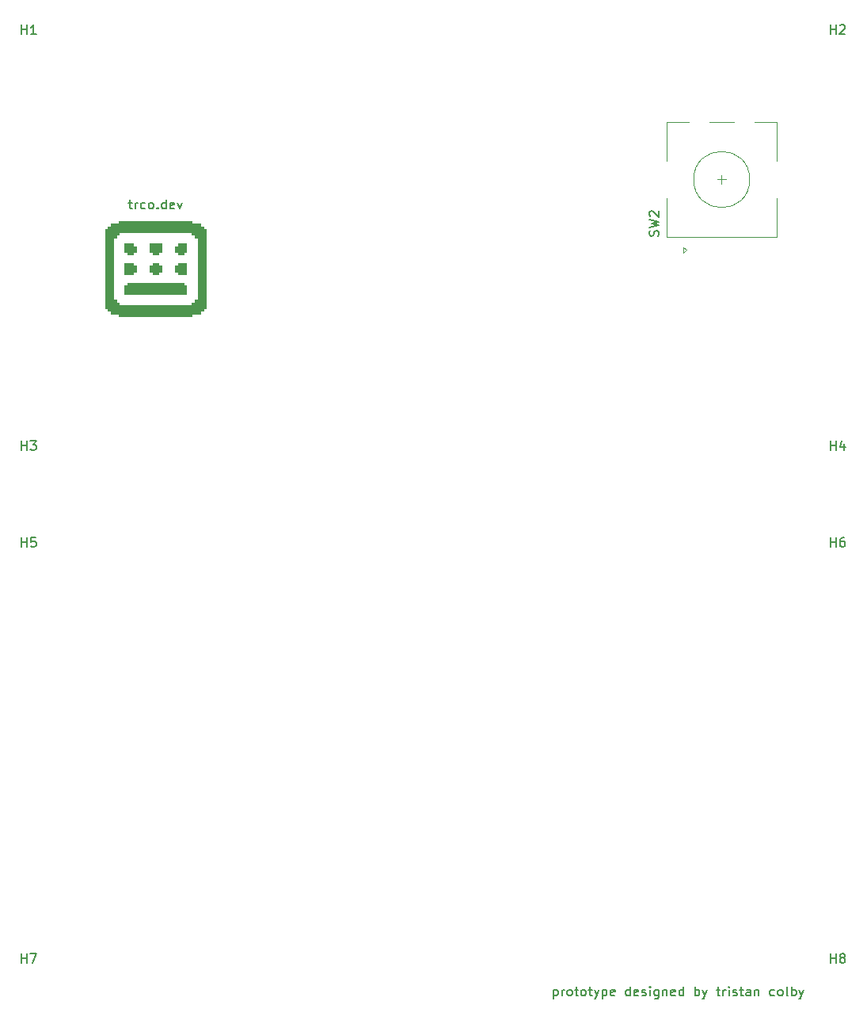
<source format=gto>
G04 #@! TF.GenerationSoftware,KiCad,Pcbnew,(5.1.4)-1*
G04 #@! TF.CreationDate,2020-07-31T11:22:47-07:00*
G04 #@! TF.ProjectId,basic_macropad,62617369-635f-46d6-9163-726f7061642e,rev?*
G04 #@! TF.SameCoordinates,Original*
G04 #@! TF.FileFunction,Legend,Top*
G04 #@! TF.FilePolarity,Positive*
%FSLAX46Y46*%
G04 Gerber Fmt 4.6, Leading zero omitted, Abs format (unit mm)*
G04 Created by KiCad (PCBNEW (5.1.4)-1) date 2020-07-31 11:22:47*
%MOMM*%
%LPD*%
G04 APERTURE LIST*
%ADD10C,0.150000*%
%ADD11C,0.010000*%
%ADD12C,0.120000*%
%ADD13C,4.502000*%
%ADD14C,0.889400*%
%ADD15C,1.852000*%
%ADD16C,3.102000*%
%ADD17C,4.089800*%
%ADD18R,2.102000X2.102000*%
%ADD19C,2.102000*%
%ADD20C,3.302000*%
%ADD21C,0.752000*%
%ADD22O,1.102000X2.202000*%
%ADD23O,1.102000X1.702000*%
G04 APERTURE END LIST*
D10*
X202185666Y-166790714D02*
X202185666Y-167790714D01*
X202185666Y-166838333D02*
X202280904Y-166790714D01*
X202471380Y-166790714D01*
X202566619Y-166838333D01*
X202614238Y-166885952D01*
X202661857Y-166981190D01*
X202661857Y-167266904D01*
X202614238Y-167362142D01*
X202566619Y-167409761D01*
X202471380Y-167457380D01*
X202280904Y-167457380D01*
X202185666Y-167409761D01*
X203090428Y-167457380D02*
X203090428Y-166790714D01*
X203090428Y-166981190D02*
X203138047Y-166885952D01*
X203185666Y-166838333D01*
X203280904Y-166790714D01*
X203376142Y-166790714D01*
X203852333Y-167457380D02*
X203757095Y-167409761D01*
X203709476Y-167362142D01*
X203661857Y-167266904D01*
X203661857Y-166981190D01*
X203709476Y-166885952D01*
X203757095Y-166838333D01*
X203852333Y-166790714D01*
X203995190Y-166790714D01*
X204090428Y-166838333D01*
X204138047Y-166885952D01*
X204185666Y-166981190D01*
X204185666Y-167266904D01*
X204138047Y-167362142D01*
X204090428Y-167409761D01*
X203995190Y-167457380D01*
X203852333Y-167457380D01*
X204471380Y-166790714D02*
X204852333Y-166790714D01*
X204614238Y-166457380D02*
X204614238Y-167314523D01*
X204661857Y-167409761D01*
X204757095Y-167457380D01*
X204852333Y-167457380D01*
X205328523Y-167457380D02*
X205233285Y-167409761D01*
X205185666Y-167362142D01*
X205138047Y-167266904D01*
X205138047Y-166981190D01*
X205185666Y-166885952D01*
X205233285Y-166838333D01*
X205328523Y-166790714D01*
X205471380Y-166790714D01*
X205566619Y-166838333D01*
X205614238Y-166885952D01*
X205661857Y-166981190D01*
X205661857Y-167266904D01*
X205614238Y-167362142D01*
X205566619Y-167409761D01*
X205471380Y-167457380D01*
X205328523Y-167457380D01*
X205947571Y-166790714D02*
X206328523Y-166790714D01*
X206090428Y-166457380D02*
X206090428Y-167314523D01*
X206138047Y-167409761D01*
X206233285Y-167457380D01*
X206328523Y-167457380D01*
X206566619Y-166790714D02*
X206804714Y-167457380D01*
X207042809Y-166790714D02*
X206804714Y-167457380D01*
X206709476Y-167695476D01*
X206661857Y-167743095D01*
X206566619Y-167790714D01*
X207423761Y-166790714D02*
X207423761Y-167790714D01*
X207423761Y-166838333D02*
X207519000Y-166790714D01*
X207709476Y-166790714D01*
X207804714Y-166838333D01*
X207852333Y-166885952D01*
X207899952Y-166981190D01*
X207899952Y-167266904D01*
X207852333Y-167362142D01*
X207804714Y-167409761D01*
X207709476Y-167457380D01*
X207519000Y-167457380D01*
X207423761Y-167409761D01*
X208709476Y-167409761D02*
X208614238Y-167457380D01*
X208423761Y-167457380D01*
X208328523Y-167409761D01*
X208280904Y-167314523D01*
X208280904Y-166933571D01*
X208328523Y-166838333D01*
X208423761Y-166790714D01*
X208614238Y-166790714D01*
X208709476Y-166838333D01*
X208757095Y-166933571D01*
X208757095Y-167028809D01*
X208280904Y-167124047D01*
X210376142Y-167457380D02*
X210376142Y-166457380D01*
X210376142Y-167409761D02*
X210280904Y-167457380D01*
X210090428Y-167457380D01*
X209995190Y-167409761D01*
X209947571Y-167362142D01*
X209899952Y-167266904D01*
X209899952Y-166981190D01*
X209947571Y-166885952D01*
X209995190Y-166838333D01*
X210090428Y-166790714D01*
X210280904Y-166790714D01*
X210376142Y-166838333D01*
X211233285Y-167409761D02*
X211138047Y-167457380D01*
X210947571Y-167457380D01*
X210852333Y-167409761D01*
X210804714Y-167314523D01*
X210804714Y-166933571D01*
X210852333Y-166838333D01*
X210947571Y-166790714D01*
X211138047Y-166790714D01*
X211233285Y-166838333D01*
X211280904Y-166933571D01*
X211280904Y-167028809D01*
X210804714Y-167124047D01*
X211661857Y-167409761D02*
X211757095Y-167457380D01*
X211947571Y-167457380D01*
X212042809Y-167409761D01*
X212090428Y-167314523D01*
X212090428Y-167266904D01*
X212042809Y-167171666D01*
X211947571Y-167124047D01*
X211804714Y-167124047D01*
X211709476Y-167076428D01*
X211661857Y-166981190D01*
X211661857Y-166933571D01*
X211709476Y-166838333D01*
X211804714Y-166790714D01*
X211947571Y-166790714D01*
X212042809Y-166838333D01*
X212519000Y-167457380D02*
X212519000Y-166790714D01*
X212519000Y-166457380D02*
X212471380Y-166505000D01*
X212519000Y-166552619D01*
X212566619Y-166505000D01*
X212519000Y-166457380D01*
X212519000Y-166552619D01*
X213423761Y-166790714D02*
X213423761Y-167600238D01*
X213376142Y-167695476D01*
X213328523Y-167743095D01*
X213233285Y-167790714D01*
X213090428Y-167790714D01*
X212995190Y-167743095D01*
X213423761Y-167409761D02*
X213328523Y-167457380D01*
X213138047Y-167457380D01*
X213042809Y-167409761D01*
X212995190Y-167362142D01*
X212947571Y-167266904D01*
X212947571Y-166981190D01*
X212995190Y-166885952D01*
X213042809Y-166838333D01*
X213138047Y-166790714D01*
X213328523Y-166790714D01*
X213423761Y-166838333D01*
X213899952Y-166790714D02*
X213899952Y-167457380D01*
X213899952Y-166885952D02*
X213947571Y-166838333D01*
X214042809Y-166790714D01*
X214185666Y-166790714D01*
X214280904Y-166838333D01*
X214328523Y-166933571D01*
X214328523Y-167457380D01*
X215185666Y-167409761D02*
X215090428Y-167457380D01*
X214899952Y-167457380D01*
X214804714Y-167409761D01*
X214757095Y-167314523D01*
X214757095Y-166933571D01*
X214804714Y-166838333D01*
X214899952Y-166790714D01*
X215090428Y-166790714D01*
X215185666Y-166838333D01*
X215233285Y-166933571D01*
X215233285Y-167028809D01*
X214757095Y-167124047D01*
X216090428Y-167457380D02*
X216090428Y-166457380D01*
X216090428Y-167409761D02*
X215995190Y-167457380D01*
X215804714Y-167457380D01*
X215709476Y-167409761D01*
X215661857Y-167362142D01*
X215614238Y-167266904D01*
X215614238Y-166981190D01*
X215661857Y-166885952D01*
X215709476Y-166838333D01*
X215804714Y-166790714D01*
X215995190Y-166790714D01*
X216090428Y-166838333D01*
X217328523Y-167457380D02*
X217328523Y-166457380D01*
X217328523Y-166838333D02*
X217423761Y-166790714D01*
X217614238Y-166790714D01*
X217709476Y-166838333D01*
X217757095Y-166885952D01*
X217804714Y-166981190D01*
X217804714Y-167266904D01*
X217757095Y-167362142D01*
X217709476Y-167409761D01*
X217614238Y-167457380D01*
X217423761Y-167457380D01*
X217328523Y-167409761D01*
X218138047Y-166790714D02*
X218376142Y-167457380D01*
X218614238Y-166790714D02*
X218376142Y-167457380D01*
X218280904Y-167695476D01*
X218233285Y-167743095D01*
X218138047Y-167790714D01*
X219614238Y-166790714D02*
X219995190Y-166790714D01*
X219757095Y-166457380D02*
X219757095Y-167314523D01*
X219804714Y-167409761D01*
X219899952Y-167457380D01*
X219995190Y-167457380D01*
X220328523Y-167457380D02*
X220328523Y-166790714D01*
X220328523Y-166981190D02*
X220376142Y-166885952D01*
X220423761Y-166838333D01*
X220519000Y-166790714D01*
X220614238Y-166790714D01*
X220947571Y-167457380D02*
X220947571Y-166790714D01*
X220947571Y-166457380D02*
X220899952Y-166505000D01*
X220947571Y-166552619D01*
X220995190Y-166505000D01*
X220947571Y-166457380D01*
X220947571Y-166552619D01*
X221376142Y-167409761D02*
X221471380Y-167457380D01*
X221661857Y-167457380D01*
X221757095Y-167409761D01*
X221804714Y-167314523D01*
X221804714Y-167266904D01*
X221757095Y-167171666D01*
X221661857Y-167124047D01*
X221519000Y-167124047D01*
X221423761Y-167076428D01*
X221376142Y-166981190D01*
X221376142Y-166933571D01*
X221423761Y-166838333D01*
X221519000Y-166790714D01*
X221661857Y-166790714D01*
X221757095Y-166838333D01*
X222090428Y-166790714D02*
X222471380Y-166790714D01*
X222233285Y-166457380D02*
X222233285Y-167314523D01*
X222280904Y-167409761D01*
X222376142Y-167457380D01*
X222471380Y-167457380D01*
X223233285Y-167457380D02*
X223233285Y-166933571D01*
X223185666Y-166838333D01*
X223090428Y-166790714D01*
X222899952Y-166790714D01*
X222804714Y-166838333D01*
X223233285Y-167409761D02*
X223138047Y-167457380D01*
X222899952Y-167457380D01*
X222804714Y-167409761D01*
X222757095Y-167314523D01*
X222757095Y-167219285D01*
X222804714Y-167124047D01*
X222899952Y-167076428D01*
X223138047Y-167076428D01*
X223233285Y-167028809D01*
X223709476Y-166790714D02*
X223709476Y-167457380D01*
X223709476Y-166885952D02*
X223757095Y-166838333D01*
X223852333Y-166790714D01*
X223995190Y-166790714D01*
X224090428Y-166838333D01*
X224138047Y-166933571D01*
X224138047Y-167457380D01*
X225804714Y-167409761D02*
X225709476Y-167457380D01*
X225519000Y-167457380D01*
X225423761Y-167409761D01*
X225376142Y-167362142D01*
X225328523Y-167266904D01*
X225328523Y-166981190D01*
X225376142Y-166885952D01*
X225423761Y-166838333D01*
X225519000Y-166790714D01*
X225709476Y-166790714D01*
X225804714Y-166838333D01*
X226376142Y-167457380D02*
X226280904Y-167409761D01*
X226233285Y-167362142D01*
X226185666Y-167266904D01*
X226185666Y-166981190D01*
X226233285Y-166885952D01*
X226280904Y-166838333D01*
X226376142Y-166790714D01*
X226519000Y-166790714D01*
X226614238Y-166838333D01*
X226661857Y-166885952D01*
X226709476Y-166981190D01*
X226709476Y-167266904D01*
X226661857Y-167362142D01*
X226614238Y-167409761D01*
X226519000Y-167457380D01*
X226376142Y-167457380D01*
X227280904Y-167457380D02*
X227185666Y-167409761D01*
X227138047Y-167314523D01*
X227138047Y-166457380D01*
X227661857Y-167457380D02*
X227661857Y-166457380D01*
X227661857Y-166838333D02*
X227757095Y-166790714D01*
X227947571Y-166790714D01*
X228042809Y-166838333D01*
X228090428Y-166885952D01*
X228138047Y-166981190D01*
X228138047Y-167266904D01*
X228090428Y-167362142D01*
X228042809Y-167409761D01*
X227947571Y-167457380D01*
X227757095Y-167457380D01*
X227661857Y-167409761D01*
X228471380Y-166790714D02*
X228709476Y-167457380D01*
X228947571Y-166790714D02*
X228709476Y-167457380D01*
X228614238Y-167695476D01*
X228566619Y-167743095D01*
X228471380Y-167790714D01*
X156758047Y-82716714D02*
X157139000Y-82716714D01*
X156900904Y-82383380D02*
X156900904Y-83240523D01*
X156948523Y-83335761D01*
X157043761Y-83383380D01*
X157139000Y-83383380D01*
X157472333Y-83383380D02*
X157472333Y-82716714D01*
X157472333Y-82907190D02*
X157519952Y-82811952D01*
X157567571Y-82764333D01*
X157662809Y-82716714D01*
X157758047Y-82716714D01*
X158519952Y-83335761D02*
X158424714Y-83383380D01*
X158234238Y-83383380D01*
X158139000Y-83335761D01*
X158091380Y-83288142D01*
X158043761Y-83192904D01*
X158043761Y-82907190D01*
X158091380Y-82811952D01*
X158139000Y-82764333D01*
X158234238Y-82716714D01*
X158424714Y-82716714D01*
X158519952Y-82764333D01*
X159091380Y-83383380D02*
X158996142Y-83335761D01*
X158948523Y-83288142D01*
X158900904Y-83192904D01*
X158900904Y-82907190D01*
X158948523Y-82811952D01*
X158996142Y-82764333D01*
X159091380Y-82716714D01*
X159234238Y-82716714D01*
X159329476Y-82764333D01*
X159377095Y-82811952D01*
X159424714Y-82907190D01*
X159424714Y-83192904D01*
X159377095Y-83288142D01*
X159329476Y-83335761D01*
X159234238Y-83383380D01*
X159091380Y-83383380D01*
X159853285Y-83288142D02*
X159900904Y-83335761D01*
X159853285Y-83383380D01*
X159805666Y-83335761D01*
X159853285Y-83288142D01*
X159853285Y-83383380D01*
X160758047Y-83383380D02*
X160758047Y-82383380D01*
X160758047Y-83335761D02*
X160662809Y-83383380D01*
X160472333Y-83383380D01*
X160377095Y-83335761D01*
X160329476Y-83288142D01*
X160281857Y-83192904D01*
X160281857Y-82907190D01*
X160329476Y-82811952D01*
X160377095Y-82764333D01*
X160472333Y-82716714D01*
X160662809Y-82716714D01*
X160758047Y-82764333D01*
X161615190Y-83335761D02*
X161519952Y-83383380D01*
X161329476Y-83383380D01*
X161234238Y-83335761D01*
X161186619Y-83240523D01*
X161186619Y-82859571D01*
X161234238Y-82764333D01*
X161329476Y-82716714D01*
X161519952Y-82716714D01*
X161615190Y-82764333D01*
X161662809Y-82859571D01*
X161662809Y-82954809D01*
X161186619Y-83050047D01*
X161996142Y-82716714D02*
X162234238Y-83383380D01*
X162472333Y-82716714D01*
D11*
G36*
X163235000Y-94585000D02*
G01*
X163535000Y-94585000D01*
X163535000Y-94885000D01*
X163235000Y-94885000D01*
X163235000Y-94585000D01*
X163235000Y-94585000D01*
G37*
X163235000Y-94585000D02*
X163535000Y-94585000D01*
X163535000Y-94885000D01*
X163235000Y-94885000D01*
X163235000Y-94585000D01*
G36*
X162935000Y-94585000D02*
G01*
X163235000Y-94585000D01*
X163235000Y-94885000D01*
X162935000Y-94885000D01*
X162935000Y-94585000D01*
X162935000Y-94585000D01*
G37*
X162935000Y-94585000D02*
X163235000Y-94585000D01*
X163235000Y-94885000D01*
X162935000Y-94885000D01*
X162935000Y-94585000D01*
G36*
X162635000Y-94585000D02*
G01*
X162935000Y-94585000D01*
X162935000Y-94885000D01*
X162635000Y-94885000D01*
X162635000Y-94585000D01*
X162635000Y-94585000D01*
G37*
X162635000Y-94585000D02*
X162935000Y-94585000D01*
X162935000Y-94885000D01*
X162635000Y-94885000D01*
X162635000Y-94585000D01*
G36*
X162335000Y-94585000D02*
G01*
X162635000Y-94585000D01*
X162635000Y-94885000D01*
X162335000Y-94885000D01*
X162335000Y-94585000D01*
X162335000Y-94585000D01*
G37*
X162335000Y-94585000D02*
X162635000Y-94585000D01*
X162635000Y-94885000D01*
X162335000Y-94885000D01*
X162335000Y-94585000D01*
G36*
X162035000Y-94585000D02*
G01*
X162335000Y-94585000D01*
X162335000Y-94885000D01*
X162035000Y-94885000D01*
X162035000Y-94585000D01*
X162035000Y-94585000D01*
G37*
X162035000Y-94585000D02*
X162335000Y-94585000D01*
X162335000Y-94885000D01*
X162035000Y-94885000D01*
X162035000Y-94585000D01*
G36*
X161735000Y-94585000D02*
G01*
X162035000Y-94585000D01*
X162035000Y-94885000D01*
X161735000Y-94885000D01*
X161735000Y-94585000D01*
X161735000Y-94585000D01*
G37*
X161735000Y-94585000D02*
X162035000Y-94585000D01*
X162035000Y-94885000D01*
X161735000Y-94885000D01*
X161735000Y-94585000D01*
G36*
X161435000Y-94585000D02*
G01*
X161735000Y-94585000D01*
X161735000Y-94885000D01*
X161435000Y-94885000D01*
X161435000Y-94585000D01*
X161435000Y-94585000D01*
G37*
X161435000Y-94585000D02*
X161735000Y-94585000D01*
X161735000Y-94885000D01*
X161435000Y-94885000D01*
X161435000Y-94585000D01*
G36*
X161135000Y-94585000D02*
G01*
X161435000Y-94585000D01*
X161435000Y-94885000D01*
X161135000Y-94885000D01*
X161135000Y-94585000D01*
X161135000Y-94585000D01*
G37*
X161135000Y-94585000D02*
X161435000Y-94585000D01*
X161435000Y-94885000D01*
X161135000Y-94885000D01*
X161135000Y-94585000D01*
G36*
X160835000Y-94585000D02*
G01*
X161135000Y-94585000D01*
X161135000Y-94885000D01*
X160835000Y-94885000D01*
X160835000Y-94585000D01*
X160835000Y-94585000D01*
G37*
X160835000Y-94585000D02*
X161135000Y-94585000D01*
X161135000Y-94885000D01*
X160835000Y-94885000D01*
X160835000Y-94585000D01*
G36*
X160535000Y-94585000D02*
G01*
X160835000Y-94585000D01*
X160835000Y-94885000D01*
X160535000Y-94885000D01*
X160535000Y-94585000D01*
X160535000Y-94585000D01*
G37*
X160535000Y-94585000D02*
X160835000Y-94585000D01*
X160835000Y-94885000D01*
X160535000Y-94885000D01*
X160535000Y-94585000D01*
G36*
X160235000Y-94585000D02*
G01*
X160535000Y-94585000D01*
X160535000Y-94885000D01*
X160235000Y-94885000D01*
X160235000Y-94585000D01*
X160235000Y-94585000D01*
G37*
X160235000Y-94585000D02*
X160535000Y-94585000D01*
X160535000Y-94885000D01*
X160235000Y-94885000D01*
X160235000Y-94585000D01*
G36*
X159935000Y-94585000D02*
G01*
X160235000Y-94585000D01*
X160235000Y-94885000D01*
X159935000Y-94885000D01*
X159935000Y-94585000D01*
X159935000Y-94585000D01*
G37*
X159935000Y-94585000D02*
X160235000Y-94585000D01*
X160235000Y-94885000D01*
X159935000Y-94885000D01*
X159935000Y-94585000D01*
G36*
X159635000Y-94585000D02*
G01*
X159935000Y-94585000D01*
X159935000Y-94885000D01*
X159635000Y-94885000D01*
X159635000Y-94585000D01*
X159635000Y-94585000D01*
G37*
X159635000Y-94585000D02*
X159935000Y-94585000D01*
X159935000Y-94885000D01*
X159635000Y-94885000D01*
X159635000Y-94585000D01*
G36*
X159335000Y-94585000D02*
G01*
X159635000Y-94585000D01*
X159635000Y-94885000D01*
X159335000Y-94885000D01*
X159335000Y-94585000D01*
X159335000Y-94585000D01*
G37*
X159335000Y-94585000D02*
X159635000Y-94585000D01*
X159635000Y-94885000D01*
X159335000Y-94885000D01*
X159335000Y-94585000D01*
G36*
X159035000Y-94585000D02*
G01*
X159335000Y-94585000D01*
X159335000Y-94885000D01*
X159035000Y-94885000D01*
X159035000Y-94585000D01*
X159035000Y-94585000D01*
G37*
X159035000Y-94585000D02*
X159335000Y-94585000D01*
X159335000Y-94885000D01*
X159035000Y-94885000D01*
X159035000Y-94585000D01*
G36*
X158735000Y-94585000D02*
G01*
X159035000Y-94585000D01*
X159035000Y-94885000D01*
X158735000Y-94885000D01*
X158735000Y-94585000D01*
X158735000Y-94585000D01*
G37*
X158735000Y-94585000D02*
X159035000Y-94585000D01*
X159035000Y-94885000D01*
X158735000Y-94885000D01*
X158735000Y-94585000D01*
G36*
X158435000Y-94585000D02*
G01*
X158735000Y-94585000D01*
X158735000Y-94885000D01*
X158435000Y-94885000D01*
X158435000Y-94585000D01*
X158435000Y-94585000D01*
G37*
X158435000Y-94585000D02*
X158735000Y-94585000D01*
X158735000Y-94885000D01*
X158435000Y-94885000D01*
X158435000Y-94585000D01*
G36*
X158135000Y-94585000D02*
G01*
X158435000Y-94585000D01*
X158435000Y-94885000D01*
X158135000Y-94885000D01*
X158135000Y-94585000D01*
X158135000Y-94585000D01*
G37*
X158135000Y-94585000D02*
X158435000Y-94585000D01*
X158435000Y-94885000D01*
X158135000Y-94885000D01*
X158135000Y-94585000D01*
G36*
X157835000Y-94585000D02*
G01*
X158135000Y-94585000D01*
X158135000Y-94885000D01*
X157835000Y-94885000D01*
X157835000Y-94585000D01*
X157835000Y-94585000D01*
G37*
X157835000Y-94585000D02*
X158135000Y-94585000D01*
X158135000Y-94885000D01*
X157835000Y-94885000D01*
X157835000Y-94585000D01*
G36*
X157535000Y-94585000D02*
G01*
X157835000Y-94585000D01*
X157835000Y-94885000D01*
X157535000Y-94885000D01*
X157535000Y-94585000D01*
X157535000Y-94585000D01*
G37*
X157535000Y-94585000D02*
X157835000Y-94585000D01*
X157835000Y-94885000D01*
X157535000Y-94885000D01*
X157535000Y-94585000D01*
G36*
X157235000Y-94585000D02*
G01*
X157535000Y-94585000D01*
X157535000Y-94885000D01*
X157235000Y-94885000D01*
X157235000Y-94585000D01*
X157235000Y-94585000D01*
G37*
X157235000Y-94585000D02*
X157535000Y-94585000D01*
X157535000Y-94885000D01*
X157235000Y-94885000D01*
X157235000Y-94585000D01*
G36*
X156935000Y-94585000D02*
G01*
X157235000Y-94585000D01*
X157235000Y-94885000D01*
X156935000Y-94885000D01*
X156935000Y-94585000D01*
X156935000Y-94585000D01*
G37*
X156935000Y-94585000D02*
X157235000Y-94585000D01*
X157235000Y-94885000D01*
X156935000Y-94885000D01*
X156935000Y-94585000D01*
G36*
X156635000Y-94585000D02*
G01*
X156935000Y-94585000D01*
X156935000Y-94885000D01*
X156635000Y-94885000D01*
X156635000Y-94585000D01*
X156635000Y-94585000D01*
G37*
X156635000Y-94585000D02*
X156935000Y-94585000D01*
X156935000Y-94885000D01*
X156635000Y-94885000D01*
X156635000Y-94585000D01*
G36*
X156335000Y-94585000D02*
G01*
X156635000Y-94585000D01*
X156635000Y-94885000D01*
X156335000Y-94885000D01*
X156335000Y-94585000D01*
X156335000Y-94585000D01*
G37*
X156335000Y-94585000D02*
X156635000Y-94585000D01*
X156635000Y-94885000D01*
X156335000Y-94885000D01*
X156335000Y-94585000D01*
G36*
X156035000Y-94585000D02*
G01*
X156335000Y-94585000D01*
X156335000Y-94885000D01*
X156035000Y-94885000D01*
X156035000Y-94585000D01*
X156035000Y-94585000D01*
G37*
X156035000Y-94585000D02*
X156335000Y-94585000D01*
X156335000Y-94885000D01*
X156035000Y-94885000D01*
X156035000Y-94585000D01*
G36*
X155735000Y-94585000D02*
G01*
X156035000Y-94585000D01*
X156035000Y-94885000D01*
X155735000Y-94885000D01*
X155735000Y-94585000D01*
X155735000Y-94585000D01*
G37*
X155735000Y-94585000D02*
X156035000Y-94585000D01*
X156035000Y-94885000D01*
X155735000Y-94885000D01*
X155735000Y-94585000D01*
G36*
X164135000Y-94285000D02*
G01*
X164435000Y-94285000D01*
X164435000Y-94585000D01*
X164135000Y-94585000D01*
X164135000Y-94285000D01*
X164135000Y-94285000D01*
G37*
X164135000Y-94285000D02*
X164435000Y-94285000D01*
X164435000Y-94585000D01*
X164135000Y-94585000D01*
X164135000Y-94285000D01*
G36*
X163835000Y-94285000D02*
G01*
X164135000Y-94285000D01*
X164135000Y-94585000D01*
X163835000Y-94585000D01*
X163835000Y-94285000D01*
X163835000Y-94285000D01*
G37*
X163835000Y-94285000D02*
X164135000Y-94285000D01*
X164135000Y-94585000D01*
X163835000Y-94585000D01*
X163835000Y-94285000D01*
G36*
X163535000Y-94285000D02*
G01*
X163835000Y-94285000D01*
X163835000Y-94585000D01*
X163535000Y-94585000D01*
X163535000Y-94285000D01*
X163535000Y-94285000D01*
G37*
X163535000Y-94285000D02*
X163835000Y-94285000D01*
X163835000Y-94585000D01*
X163535000Y-94585000D01*
X163535000Y-94285000D01*
G36*
X163235000Y-94285000D02*
G01*
X163535000Y-94285000D01*
X163535000Y-94585000D01*
X163235000Y-94585000D01*
X163235000Y-94285000D01*
X163235000Y-94285000D01*
G37*
X163235000Y-94285000D02*
X163535000Y-94285000D01*
X163535000Y-94585000D01*
X163235000Y-94585000D01*
X163235000Y-94285000D01*
G36*
X162935000Y-94285000D02*
G01*
X163235000Y-94285000D01*
X163235000Y-94585000D01*
X162935000Y-94585000D01*
X162935000Y-94285000D01*
X162935000Y-94285000D01*
G37*
X162935000Y-94285000D02*
X163235000Y-94285000D01*
X163235000Y-94585000D01*
X162935000Y-94585000D01*
X162935000Y-94285000D01*
G36*
X162635000Y-94285000D02*
G01*
X162935000Y-94285000D01*
X162935000Y-94585000D01*
X162635000Y-94585000D01*
X162635000Y-94285000D01*
X162635000Y-94285000D01*
G37*
X162635000Y-94285000D02*
X162935000Y-94285000D01*
X162935000Y-94585000D01*
X162635000Y-94585000D01*
X162635000Y-94285000D01*
G36*
X162335000Y-94285000D02*
G01*
X162635000Y-94285000D01*
X162635000Y-94585000D01*
X162335000Y-94585000D01*
X162335000Y-94285000D01*
X162335000Y-94285000D01*
G37*
X162335000Y-94285000D02*
X162635000Y-94285000D01*
X162635000Y-94585000D01*
X162335000Y-94585000D01*
X162335000Y-94285000D01*
G36*
X162035000Y-94285000D02*
G01*
X162335000Y-94285000D01*
X162335000Y-94585000D01*
X162035000Y-94585000D01*
X162035000Y-94285000D01*
X162035000Y-94285000D01*
G37*
X162035000Y-94285000D02*
X162335000Y-94285000D01*
X162335000Y-94585000D01*
X162035000Y-94585000D01*
X162035000Y-94285000D01*
G36*
X161735000Y-94285000D02*
G01*
X162035000Y-94285000D01*
X162035000Y-94585000D01*
X161735000Y-94585000D01*
X161735000Y-94285000D01*
X161735000Y-94285000D01*
G37*
X161735000Y-94285000D02*
X162035000Y-94285000D01*
X162035000Y-94585000D01*
X161735000Y-94585000D01*
X161735000Y-94285000D01*
G36*
X161435000Y-94285000D02*
G01*
X161735000Y-94285000D01*
X161735000Y-94585000D01*
X161435000Y-94585000D01*
X161435000Y-94285000D01*
X161435000Y-94285000D01*
G37*
X161435000Y-94285000D02*
X161735000Y-94285000D01*
X161735000Y-94585000D01*
X161435000Y-94585000D01*
X161435000Y-94285000D01*
G36*
X161135000Y-94285000D02*
G01*
X161435000Y-94285000D01*
X161435000Y-94585000D01*
X161135000Y-94585000D01*
X161135000Y-94285000D01*
X161135000Y-94285000D01*
G37*
X161135000Y-94285000D02*
X161435000Y-94285000D01*
X161435000Y-94585000D01*
X161135000Y-94585000D01*
X161135000Y-94285000D01*
G36*
X160835000Y-94285000D02*
G01*
X161135000Y-94285000D01*
X161135000Y-94585000D01*
X160835000Y-94585000D01*
X160835000Y-94285000D01*
X160835000Y-94285000D01*
G37*
X160835000Y-94285000D02*
X161135000Y-94285000D01*
X161135000Y-94585000D01*
X160835000Y-94585000D01*
X160835000Y-94285000D01*
G36*
X160535000Y-94285000D02*
G01*
X160835000Y-94285000D01*
X160835000Y-94585000D01*
X160535000Y-94585000D01*
X160535000Y-94285000D01*
X160535000Y-94285000D01*
G37*
X160535000Y-94285000D02*
X160835000Y-94285000D01*
X160835000Y-94585000D01*
X160535000Y-94585000D01*
X160535000Y-94285000D01*
G36*
X160235000Y-94285000D02*
G01*
X160535000Y-94285000D01*
X160535000Y-94585000D01*
X160235000Y-94585000D01*
X160235000Y-94285000D01*
X160235000Y-94285000D01*
G37*
X160235000Y-94285000D02*
X160535000Y-94285000D01*
X160535000Y-94585000D01*
X160235000Y-94585000D01*
X160235000Y-94285000D01*
G36*
X159935000Y-94285000D02*
G01*
X160235000Y-94285000D01*
X160235000Y-94585000D01*
X159935000Y-94585000D01*
X159935000Y-94285000D01*
X159935000Y-94285000D01*
G37*
X159935000Y-94285000D02*
X160235000Y-94285000D01*
X160235000Y-94585000D01*
X159935000Y-94585000D01*
X159935000Y-94285000D01*
G36*
X159635000Y-94285000D02*
G01*
X159935000Y-94285000D01*
X159935000Y-94585000D01*
X159635000Y-94585000D01*
X159635000Y-94285000D01*
X159635000Y-94285000D01*
G37*
X159635000Y-94285000D02*
X159935000Y-94285000D01*
X159935000Y-94585000D01*
X159635000Y-94585000D01*
X159635000Y-94285000D01*
G36*
X159335000Y-94285000D02*
G01*
X159635000Y-94285000D01*
X159635000Y-94585000D01*
X159335000Y-94585000D01*
X159335000Y-94285000D01*
X159335000Y-94285000D01*
G37*
X159335000Y-94285000D02*
X159635000Y-94285000D01*
X159635000Y-94585000D01*
X159335000Y-94585000D01*
X159335000Y-94285000D01*
G36*
X159035000Y-94285000D02*
G01*
X159335000Y-94285000D01*
X159335000Y-94585000D01*
X159035000Y-94585000D01*
X159035000Y-94285000D01*
X159035000Y-94285000D01*
G37*
X159035000Y-94285000D02*
X159335000Y-94285000D01*
X159335000Y-94585000D01*
X159035000Y-94585000D01*
X159035000Y-94285000D01*
G36*
X158735000Y-94285000D02*
G01*
X159035000Y-94285000D01*
X159035000Y-94585000D01*
X158735000Y-94585000D01*
X158735000Y-94285000D01*
X158735000Y-94285000D01*
G37*
X158735000Y-94285000D02*
X159035000Y-94285000D01*
X159035000Y-94585000D01*
X158735000Y-94585000D01*
X158735000Y-94285000D01*
G36*
X158435000Y-94285000D02*
G01*
X158735000Y-94285000D01*
X158735000Y-94585000D01*
X158435000Y-94585000D01*
X158435000Y-94285000D01*
X158435000Y-94285000D01*
G37*
X158435000Y-94285000D02*
X158735000Y-94285000D01*
X158735000Y-94585000D01*
X158435000Y-94585000D01*
X158435000Y-94285000D01*
G36*
X158135000Y-94285000D02*
G01*
X158435000Y-94285000D01*
X158435000Y-94585000D01*
X158135000Y-94585000D01*
X158135000Y-94285000D01*
X158135000Y-94285000D01*
G37*
X158135000Y-94285000D02*
X158435000Y-94285000D01*
X158435000Y-94585000D01*
X158135000Y-94585000D01*
X158135000Y-94285000D01*
G36*
X157835000Y-94285000D02*
G01*
X158135000Y-94285000D01*
X158135000Y-94585000D01*
X157835000Y-94585000D01*
X157835000Y-94285000D01*
X157835000Y-94285000D01*
G37*
X157835000Y-94285000D02*
X158135000Y-94285000D01*
X158135000Y-94585000D01*
X157835000Y-94585000D01*
X157835000Y-94285000D01*
G36*
X157535000Y-94285000D02*
G01*
X157835000Y-94285000D01*
X157835000Y-94585000D01*
X157535000Y-94585000D01*
X157535000Y-94285000D01*
X157535000Y-94285000D01*
G37*
X157535000Y-94285000D02*
X157835000Y-94285000D01*
X157835000Y-94585000D01*
X157535000Y-94585000D01*
X157535000Y-94285000D01*
G36*
X157235000Y-94285000D02*
G01*
X157535000Y-94285000D01*
X157535000Y-94585000D01*
X157235000Y-94585000D01*
X157235000Y-94285000D01*
X157235000Y-94285000D01*
G37*
X157235000Y-94285000D02*
X157535000Y-94285000D01*
X157535000Y-94585000D01*
X157235000Y-94585000D01*
X157235000Y-94285000D01*
G36*
X156935000Y-94285000D02*
G01*
X157235000Y-94285000D01*
X157235000Y-94585000D01*
X156935000Y-94585000D01*
X156935000Y-94285000D01*
X156935000Y-94285000D01*
G37*
X156935000Y-94285000D02*
X157235000Y-94285000D01*
X157235000Y-94585000D01*
X156935000Y-94585000D01*
X156935000Y-94285000D01*
G36*
X156635000Y-94285000D02*
G01*
X156935000Y-94285000D01*
X156935000Y-94585000D01*
X156635000Y-94585000D01*
X156635000Y-94285000D01*
X156635000Y-94285000D01*
G37*
X156635000Y-94285000D02*
X156935000Y-94285000D01*
X156935000Y-94585000D01*
X156635000Y-94585000D01*
X156635000Y-94285000D01*
G36*
X156335000Y-94285000D02*
G01*
X156635000Y-94285000D01*
X156635000Y-94585000D01*
X156335000Y-94585000D01*
X156335000Y-94285000D01*
X156335000Y-94285000D01*
G37*
X156335000Y-94285000D02*
X156635000Y-94285000D01*
X156635000Y-94585000D01*
X156335000Y-94585000D01*
X156335000Y-94285000D01*
G36*
X156035000Y-94285000D02*
G01*
X156335000Y-94285000D01*
X156335000Y-94585000D01*
X156035000Y-94585000D01*
X156035000Y-94285000D01*
X156035000Y-94285000D01*
G37*
X156035000Y-94285000D02*
X156335000Y-94285000D01*
X156335000Y-94585000D01*
X156035000Y-94585000D01*
X156035000Y-94285000D01*
G36*
X155735000Y-94285000D02*
G01*
X156035000Y-94285000D01*
X156035000Y-94585000D01*
X155735000Y-94585000D01*
X155735000Y-94285000D01*
X155735000Y-94285000D01*
G37*
X155735000Y-94285000D02*
X156035000Y-94285000D01*
X156035000Y-94585000D01*
X155735000Y-94585000D01*
X155735000Y-94285000D01*
G36*
X155435000Y-94285000D02*
G01*
X155735000Y-94285000D01*
X155735000Y-94585000D01*
X155435000Y-94585000D01*
X155435000Y-94285000D01*
X155435000Y-94285000D01*
G37*
X155435000Y-94285000D02*
X155735000Y-94285000D01*
X155735000Y-94585000D01*
X155435000Y-94585000D01*
X155435000Y-94285000D01*
G36*
X155135000Y-94285000D02*
G01*
X155435000Y-94285000D01*
X155435000Y-94585000D01*
X155135000Y-94585000D01*
X155135000Y-94285000D01*
X155135000Y-94285000D01*
G37*
X155135000Y-94285000D02*
X155435000Y-94285000D01*
X155435000Y-94585000D01*
X155135000Y-94585000D01*
X155135000Y-94285000D01*
G36*
X154835000Y-94285000D02*
G01*
X155135000Y-94285000D01*
X155135000Y-94585000D01*
X154835000Y-94585000D01*
X154835000Y-94285000D01*
X154835000Y-94285000D01*
G37*
X154835000Y-94285000D02*
X155135000Y-94285000D01*
X155135000Y-94585000D01*
X154835000Y-94585000D01*
X154835000Y-94285000D01*
G36*
X164435000Y-93985000D02*
G01*
X164735000Y-93985000D01*
X164735000Y-94285000D01*
X164435000Y-94285000D01*
X164435000Y-93985000D01*
X164435000Y-93985000D01*
G37*
X164435000Y-93985000D02*
X164735000Y-93985000D01*
X164735000Y-94285000D01*
X164435000Y-94285000D01*
X164435000Y-93985000D01*
G36*
X164135000Y-93985000D02*
G01*
X164435000Y-93985000D01*
X164435000Y-94285000D01*
X164135000Y-94285000D01*
X164135000Y-93985000D01*
X164135000Y-93985000D01*
G37*
X164135000Y-93985000D02*
X164435000Y-93985000D01*
X164435000Y-94285000D01*
X164135000Y-94285000D01*
X164135000Y-93985000D01*
G36*
X163835000Y-93985000D02*
G01*
X164135000Y-93985000D01*
X164135000Y-94285000D01*
X163835000Y-94285000D01*
X163835000Y-93985000D01*
X163835000Y-93985000D01*
G37*
X163835000Y-93985000D02*
X164135000Y-93985000D01*
X164135000Y-94285000D01*
X163835000Y-94285000D01*
X163835000Y-93985000D01*
G36*
X163535000Y-93985000D02*
G01*
X163835000Y-93985000D01*
X163835000Y-94285000D01*
X163535000Y-94285000D01*
X163535000Y-93985000D01*
X163535000Y-93985000D01*
G37*
X163535000Y-93985000D02*
X163835000Y-93985000D01*
X163835000Y-94285000D01*
X163535000Y-94285000D01*
X163535000Y-93985000D01*
G36*
X163235000Y-93985000D02*
G01*
X163535000Y-93985000D01*
X163535000Y-94285000D01*
X163235000Y-94285000D01*
X163235000Y-93985000D01*
X163235000Y-93985000D01*
G37*
X163235000Y-93985000D02*
X163535000Y-93985000D01*
X163535000Y-94285000D01*
X163235000Y-94285000D01*
X163235000Y-93985000D01*
G36*
X162935000Y-93985000D02*
G01*
X163235000Y-93985000D01*
X163235000Y-94285000D01*
X162935000Y-94285000D01*
X162935000Y-93985000D01*
X162935000Y-93985000D01*
G37*
X162935000Y-93985000D02*
X163235000Y-93985000D01*
X163235000Y-94285000D01*
X162935000Y-94285000D01*
X162935000Y-93985000D01*
G36*
X162635000Y-93985000D02*
G01*
X162935000Y-93985000D01*
X162935000Y-94285000D01*
X162635000Y-94285000D01*
X162635000Y-93985000D01*
X162635000Y-93985000D01*
G37*
X162635000Y-93985000D02*
X162935000Y-93985000D01*
X162935000Y-94285000D01*
X162635000Y-94285000D01*
X162635000Y-93985000D01*
G36*
X162335000Y-93985000D02*
G01*
X162635000Y-93985000D01*
X162635000Y-94285000D01*
X162335000Y-94285000D01*
X162335000Y-93985000D01*
X162335000Y-93985000D01*
G37*
X162335000Y-93985000D02*
X162635000Y-93985000D01*
X162635000Y-94285000D01*
X162335000Y-94285000D01*
X162335000Y-93985000D01*
G36*
X162035000Y-93985000D02*
G01*
X162335000Y-93985000D01*
X162335000Y-94285000D01*
X162035000Y-94285000D01*
X162035000Y-93985000D01*
X162035000Y-93985000D01*
G37*
X162035000Y-93985000D02*
X162335000Y-93985000D01*
X162335000Y-94285000D01*
X162035000Y-94285000D01*
X162035000Y-93985000D01*
G36*
X161735000Y-93985000D02*
G01*
X162035000Y-93985000D01*
X162035000Y-94285000D01*
X161735000Y-94285000D01*
X161735000Y-93985000D01*
X161735000Y-93985000D01*
G37*
X161735000Y-93985000D02*
X162035000Y-93985000D01*
X162035000Y-94285000D01*
X161735000Y-94285000D01*
X161735000Y-93985000D01*
G36*
X161435000Y-93985000D02*
G01*
X161735000Y-93985000D01*
X161735000Y-94285000D01*
X161435000Y-94285000D01*
X161435000Y-93985000D01*
X161435000Y-93985000D01*
G37*
X161435000Y-93985000D02*
X161735000Y-93985000D01*
X161735000Y-94285000D01*
X161435000Y-94285000D01*
X161435000Y-93985000D01*
G36*
X161135000Y-93985000D02*
G01*
X161435000Y-93985000D01*
X161435000Y-94285000D01*
X161135000Y-94285000D01*
X161135000Y-93985000D01*
X161135000Y-93985000D01*
G37*
X161135000Y-93985000D02*
X161435000Y-93985000D01*
X161435000Y-94285000D01*
X161135000Y-94285000D01*
X161135000Y-93985000D01*
G36*
X160835000Y-93985000D02*
G01*
X161135000Y-93985000D01*
X161135000Y-94285000D01*
X160835000Y-94285000D01*
X160835000Y-93985000D01*
X160835000Y-93985000D01*
G37*
X160835000Y-93985000D02*
X161135000Y-93985000D01*
X161135000Y-94285000D01*
X160835000Y-94285000D01*
X160835000Y-93985000D01*
G36*
X160535000Y-93985000D02*
G01*
X160835000Y-93985000D01*
X160835000Y-94285000D01*
X160535000Y-94285000D01*
X160535000Y-93985000D01*
X160535000Y-93985000D01*
G37*
X160535000Y-93985000D02*
X160835000Y-93985000D01*
X160835000Y-94285000D01*
X160535000Y-94285000D01*
X160535000Y-93985000D01*
G36*
X160235000Y-93985000D02*
G01*
X160535000Y-93985000D01*
X160535000Y-94285000D01*
X160235000Y-94285000D01*
X160235000Y-93985000D01*
X160235000Y-93985000D01*
G37*
X160235000Y-93985000D02*
X160535000Y-93985000D01*
X160535000Y-94285000D01*
X160235000Y-94285000D01*
X160235000Y-93985000D01*
G36*
X159935000Y-93985000D02*
G01*
X160235000Y-93985000D01*
X160235000Y-94285000D01*
X159935000Y-94285000D01*
X159935000Y-93985000D01*
X159935000Y-93985000D01*
G37*
X159935000Y-93985000D02*
X160235000Y-93985000D01*
X160235000Y-94285000D01*
X159935000Y-94285000D01*
X159935000Y-93985000D01*
G36*
X159635000Y-93985000D02*
G01*
X159935000Y-93985000D01*
X159935000Y-94285000D01*
X159635000Y-94285000D01*
X159635000Y-93985000D01*
X159635000Y-93985000D01*
G37*
X159635000Y-93985000D02*
X159935000Y-93985000D01*
X159935000Y-94285000D01*
X159635000Y-94285000D01*
X159635000Y-93985000D01*
G36*
X159335000Y-93985000D02*
G01*
X159635000Y-93985000D01*
X159635000Y-94285000D01*
X159335000Y-94285000D01*
X159335000Y-93985000D01*
X159335000Y-93985000D01*
G37*
X159335000Y-93985000D02*
X159635000Y-93985000D01*
X159635000Y-94285000D01*
X159335000Y-94285000D01*
X159335000Y-93985000D01*
G36*
X159035000Y-93985000D02*
G01*
X159335000Y-93985000D01*
X159335000Y-94285000D01*
X159035000Y-94285000D01*
X159035000Y-93985000D01*
X159035000Y-93985000D01*
G37*
X159035000Y-93985000D02*
X159335000Y-93985000D01*
X159335000Y-94285000D01*
X159035000Y-94285000D01*
X159035000Y-93985000D01*
G36*
X158735000Y-93985000D02*
G01*
X159035000Y-93985000D01*
X159035000Y-94285000D01*
X158735000Y-94285000D01*
X158735000Y-93985000D01*
X158735000Y-93985000D01*
G37*
X158735000Y-93985000D02*
X159035000Y-93985000D01*
X159035000Y-94285000D01*
X158735000Y-94285000D01*
X158735000Y-93985000D01*
G36*
X158435000Y-93985000D02*
G01*
X158735000Y-93985000D01*
X158735000Y-94285000D01*
X158435000Y-94285000D01*
X158435000Y-93985000D01*
X158435000Y-93985000D01*
G37*
X158435000Y-93985000D02*
X158735000Y-93985000D01*
X158735000Y-94285000D01*
X158435000Y-94285000D01*
X158435000Y-93985000D01*
G36*
X158135000Y-93985000D02*
G01*
X158435000Y-93985000D01*
X158435000Y-94285000D01*
X158135000Y-94285000D01*
X158135000Y-93985000D01*
X158135000Y-93985000D01*
G37*
X158135000Y-93985000D02*
X158435000Y-93985000D01*
X158435000Y-94285000D01*
X158135000Y-94285000D01*
X158135000Y-93985000D01*
G36*
X157835000Y-93985000D02*
G01*
X158135000Y-93985000D01*
X158135000Y-94285000D01*
X157835000Y-94285000D01*
X157835000Y-93985000D01*
X157835000Y-93985000D01*
G37*
X157835000Y-93985000D02*
X158135000Y-93985000D01*
X158135000Y-94285000D01*
X157835000Y-94285000D01*
X157835000Y-93985000D01*
G36*
X157535000Y-93985000D02*
G01*
X157835000Y-93985000D01*
X157835000Y-94285000D01*
X157535000Y-94285000D01*
X157535000Y-93985000D01*
X157535000Y-93985000D01*
G37*
X157535000Y-93985000D02*
X157835000Y-93985000D01*
X157835000Y-94285000D01*
X157535000Y-94285000D01*
X157535000Y-93985000D01*
G36*
X157235000Y-93985000D02*
G01*
X157535000Y-93985000D01*
X157535000Y-94285000D01*
X157235000Y-94285000D01*
X157235000Y-93985000D01*
X157235000Y-93985000D01*
G37*
X157235000Y-93985000D02*
X157535000Y-93985000D01*
X157535000Y-94285000D01*
X157235000Y-94285000D01*
X157235000Y-93985000D01*
G36*
X156935000Y-93985000D02*
G01*
X157235000Y-93985000D01*
X157235000Y-94285000D01*
X156935000Y-94285000D01*
X156935000Y-93985000D01*
X156935000Y-93985000D01*
G37*
X156935000Y-93985000D02*
X157235000Y-93985000D01*
X157235000Y-94285000D01*
X156935000Y-94285000D01*
X156935000Y-93985000D01*
G36*
X156635000Y-93985000D02*
G01*
X156935000Y-93985000D01*
X156935000Y-94285000D01*
X156635000Y-94285000D01*
X156635000Y-93985000D01*
X156635000Y-93985000D01*
G37*
X156635000Y-93985000D02*
X156935000Y-93985000D01*
X156935000Y-94285000D01*
X156635000Y-94285000D01*
X156635000Y-93985000D01*
G36*
X156335000Y-93985000D02*
G01*
X156635000Y-93985000D01*
X156635000Y-94285000D01*
X156335000Y-94285000D01*
X156335000Y-93985000D01*
X156335000Y-93985000D01*
G37*
X156335000Y-93985000D02*
X156635000Y-93985000D01*
X156635000Y-94285000D01*
X156335000Y-94285000D01*
X156335000Y-93985000D01*
G36*
X156035000Y-93985000D02*
G01*
X156335000Y-93985000D01*
X156335000Y-94285000D01*
X156035000Y-94285000D01*
X156035000Y-93985000D01*
X156035000Y-93985000D01*
G37*
X156035000Y-93985000D02*
X156335000Y-93985000D01*
X156335000Y-94285000D01*
X156035000Y-94285000D01*
X156035000Y-93985000D01*
G36*
X155735000Y-93985000D02*
G01*
X156035000Y-93985000D01*
X156035000Y-94285000D01*
X155735000Y-94285000D01*
X155735000Y-93985000D01*
X155735000Y-93985000D01*
G37*
X155735000Y-93985000D02*
X156035000Y-93985000D01*
X156035000Y-94285000D01*
X155735000Y-94285000D01*
X155735000Y-93985000D01*
G36*
X155435000Y-93985000D02*
G01*
X155735000Y-93985000D01*
X155735000Y-94285000D01*
X155435000Y-94285000D01*
X155435000Y-93985000D01*
X155435000Y-93985000D01*
G37*
X155435000Y-93985000D02*
X155735000Y-93985000D01*
X155735000Y-94285000D01*
X155435000Y-94285000D01*
X155435000Y-93985000D01*
G36*
X155135000Y-93985000D02*
G01*
X155435000Y-93985000D01*
X155435000Y-94285000D01*
X155135000Y-94285000D01*
X155135000Y-93985000D01*
X155135000Y-93985000D01*
G37*
X155135000Y-93985000D02*
X155435000Y-93985000D01*
X155435000Y-94285000D01*
X155135000Y-94285000D01*
X155135000Y-93985000D01*
G36*
X154835000Y-93985000D02*
G01*
X155135000Y-93985000D01*
X155135000Y-94285000D01*
X154835000Y-94285000D01*
X154835000Y-93985000D01*
X154835000Y-93985000D01*
G37*
X154835000Y-93985000D02*
X155135000Y-93985000D01*
X155135000Y-94285000D01*
X154835000Y-94285000D01*
X154835000Y-93985000D01*
G36*
X154535000Y-93985000D02*
G01*
X154835000Y-93985000D01*
X154835000Y-94285000D01*
X154535000Y-94285000D01*
X154535000Y-93985000D01*
X154535000Y-93985000D01*
G37*
X154535000Y-93985000D02*
X154835000Y-93985000D01*
X154835000Y-94285000D01*
X154535000Y-94285000D01*
X154535000Y-93985000D01*
G36*
X164735000Y-93685000D02*
G01*
X165035000Y-93685000D01*
X165035000Y-93985000D01*
X164735000Y-93985000D01*
X164735000Y-93685000D01*
X164735000Y-93685000D01*
G37*
X164735000Y-93685000D02*
X165035000Y-93685000D01*
X165035000Y-93985000D01*
X164735000Y-93985000D01*
X164735000Y-93685000D01*
G36*
X164435000Y-93685000D02*
G01*
X164735000Y-93685000D01*
X164735000Y-93985000D01*
X164435000Y-93985000D01*
X164435000Y-93685000D01*
X164435000Y-93685000D01*
G37*
X164435000Y-93685000D02*
X164735000Y-93685000D01*
X164735000Y-93985000D01*
X164435000Y-93985000D01*
X164435000Y-93685000D01*
G36*
X164135000Y-93685000D02*
G01*
X164435000Y-93685000D01*
X164435000Y-93985000D01*
X164135000Y-93985000D01*
X164135000Y-93685000D01*
X164135000Y-93685000D01*
G37*
X164135000Y-93685000D02*
X164435000Y-93685000D01*
X164435000Y-93985000D01*
X164135000Y-93985000D01*
X164135000Y-93685000D01*
G36*
X163835000Y-93685000D02*
G01*
X164135000Y-93685000D01*
X164135000Y-93985000D01*
X163835000Y-93985000D01*
X163835000Y-93685000D01*
X163835000Y-93685000D01*
G37*
X163835000Y-93685000D02*
X164135000Y-93685000D01*
X164135000Y-93985000D01*
X163835000Y-93985000D01*
X163835000Y-93685000D01*
G36*
X163535000Y-93685000D02*
G01*
X163835000Y-93685000D01*
X163835000Y-93985000D01*
X163535000Y-93985000D01*
X163535000Y-93685000D01*
X163535000Y-93685000D01*
G37*
X163535000Y-93685000D02*
X163835000Y-93685000D01*
X163835000Y-93985000D01*
X163535000Y-93985000D01*
X163535000Y-93685000D01*
G36*
X163235000Y-93685000D02*
G01*
X163535000Y-93685000D01*
X163535000Y-93985000D01*
X163235000Y-93985000D01*
X163235000Y-93685000D01*
X163235000Y-93685000D01*
G37*
X163235000Y-93685000D02*
X163535000Y-93685000D01*
X163535000Y-93985000D01*
X163235000Y-93985000D01*
X163235000Y-93685000D01*
G36*
X162935000Y-93685000D02*
G01*
X163235000Y-93685000D01*
X163235000Y-93985000D01*
X162935000Y-93985000D01*
X162935000Y-93685000D01*
X162935000Y-93685000D01*
G37*
X162935000Y-93685000D02*
X163235000Y-93685000D01*
X163235000Y-93985000D01*
X162935000Y-93985000D01*
X162935000Y-93685000D01*
G36*
X162635000Y-93685000D02*
G01*
X162935000Y-93685000D01*
X162935000Y-93985000D01*
X162635000Y-93985000D01*
X162635000Y-93685000D01*
X162635000Y-93685000D01*
G37*
X162635000Y-93685000D02*
X162935000Y-93685000D01*
X162935000Y-93985000D01*
X162635000Y-93985000D01*
X162635000Y-93685000D01*
G36*
X162335000Y-93685000D02*
G01*
X162635000Y-93685000D01*
X162635000Y-93985000D01*
X162335000Y-93985000D01*
X162335000Y-93685000D01*
X162335000Y-93685000D01*
G37*
X162335000Y-93685000D02*
X162635000Y-93685000D01*
X162635000Y-93985000D01*
X162335000Y-93985000D01*
X162335000Y-93685000D01*
G36*
X162035000Y-93685000D02*
G01*
X162335000Y-93685000D01*
X162335000Y-93985000D01*
X162035000Y-93985000D01*
X162035000Y-93685000D01*
X162035000Y-93685000D01*
G37*
X162035000Y-93685000D02*
X162335000Y-93685000D01*
X162335000Y-93985000D01*
X162035000Y-93985000D01*
X162035000Y-93685000D01*
G36*
X161735000Y-93685000D02*
G01*
X162035000Y-93685000D01*
X162035000Y-93985000D01*
X161735000Y-93985000D01*
X161735000Y-93685000D01*
X161735000Y-93685000D01*
G37*
X161735000Y-93685000D02*
X162035000Y-93685000D01*
X162035000Y-93985000D01*
X161735000Y-93985000D01*
X161735000Y-93685000D01*
G36*
X161435000Y-93685000D02*
G01*
X161735000Y-93685000D01*
X161735000Y-93985000D01*
X161435000Y-93985000D01*
X161435000Y-93685000D01*
X161435000Y-93685000D01*
G37*
X161435000Y-93685000D02*
X161735000Y-93685000D01*
X161735000Y-93985000D01*
X161435000Y-93985000D01*
X161435000Y-93685000D01*
G36*
X161135000Y-93685000D02*
G01*
X161435000Y-93685000D01*
X161435000Y-93985000D01*
X161135000Y-93985000D01*
X161135000Y-93685000D01*
X161135000Y-93685000D01*
G37*
X161135000Y-93685000D02*
X161435000Y-93685000D01*
X161435000Y-93985000D01*
X161135000Y-93985000D01*
X161135000Y-93685000D01*
G36*
X160835000Y-93685000D02*
G01*
X161135000Y-93685000D01*
X161135000Y-93985000D01*
X160835000Y-93985000D01*
X160835000Y-93685000D01*
X160835000Y-93685000D01*
G37*
X160835000Y-93685000D02*
X161135000Y-93685000D01*
X161135000Y-93985000D01*
X160835000Y-93985000D01*
X160835000Y-93685000D01*
G36*
X160535000Y-93685000D02*
G01*
X160835000Y-93685000D01*
X160835000Y-93985000D01*
X160535000Y-93985000D01*
X160535000Y-93685000D01*
X160535000Y-93685000D01*
G37*
X160535000Y-93685000D02*
X160835000Y-93685000D01*
X160835000Y-93985000D01*
X160535000Y-93985000D01*
X160535000Y-93685000D01*
G36*
X160235000Y-93685000D02*
G01*
X160535000Y-93685000D01*
X160535000Y-93985000D01*
X160235000Y-93985000D01*
X160235000Y-93685000D01*
X160235000Y-93685000D01*
G37*
X160235000Y-93685000D02*
X160535000Y-93685000D01*
X160535000Y-93985000D01*
X160235000Y-93985000D01*
X160235000Y-93685000D01*
G36*
X159935000Y-93685000D02*
G01*
X160235000Y-93685000D01*
X160235000Y-93985000D01*
X159935000Y-93985000D01*
X159935000Y-93685000D01*
X159935000Y-93685000D01*
G37*
X159935000Y-93685000D02*
X160235000Y-93685000D01*
X160235000Y-93985000D01*
X159935000Y-93985000D01*
X159935000Y-93685000D01*
G36*
X159635000Y-93685000D02*
G01*
X159935000Y-93685000D01*
X159935000Y-93985000D01*
X159635000Y-93985000D01*
X159635000Y-93685000D01*
X159635000Y-93685000D01*
G37*
X159635000Y-93685000D02*
X159935000Y-93685000D01*
X159935000Y-93985000D01*
X159635000Y-93985000D01*
X159635000Y-93685000D01*
G36*
X159335000Y-93685000D02*
G01*
X159635000Y-93685000D01*
X159635000Y-93985000D01*
X159335000Y-93985000D01*
X159335000Y-93685000D01*
X159335000Y-93685000D01*
G37*
X159335000Y-93685000D02*
X159635000Y-93685000D01*
X159635000Y-93985000D01*
X159335000Y-93985000D01*
X159335000Y-93685000D01*
G36*
X159035000Y-93685000D02*
G01*
X159335000Y-93685000D01*
X159335000Y-93985000D01*
X159035000Y-93985000D01*
X159035000Y-93685000D01*
X159035000Y-93685000D01*
G37*
X159035000Y-93685000D02*
X159335000Y-93685000D01*
X159335000Y-93985000D01*
X159035000Y-93985000D01*
X159035000Y-93685000D01*
G36*
X158735000Y-93685000D02*
G01*
X159035000Y-93685000D01*
X159035000Y-93985000D01*
X158735000Y-93985000D01*
X158735000Y-93685000D01*
X158735000Y-93685000D01*
G37*
X158735000Y-93685000D02*
X159035000Y-93685000D01*
X159035000Y-93985000D01*
X158735000Y-93985000D01*
X158735000Y-93685000D01*
G36*
X158435000Y-93685000D02*
G01*
X158735000Y-93685000D01*
X158735000Y-93985000D01*
X158435000Y-93985000D01*
X158435000Y-93685000D01*
X158435000Y-93685000D01*
G37*
X158435000Y-93685000D02*
X158735000Y-93685000D01*
X158735000Y-93985000D01*
X158435000Y-93985000D01*
X158435000Y-93685000D01*
G36*
X158135000Y-93685000D02*
G01*
X158435000Y-93685000D01*
X158435000Y-93985000D01*
X158135000Y-93985000D01*
X158135000Y-93685000D01*
X158135000Y-93685000D01*
G37*
X158135000Y-93685000D02*
X158435000Y-93685000D01*
X158435000Y-93985000D01*
X158135000Y-93985000D01*
X158135000Y-93685000D01*
G36*
X157835000Y-93685000D02*
G01*
X158135000Y-93685000D01*
X158135000Y-93985000D01*
X157835000Y-93985000D01*
X157835000Y-93685000D01*
X157835000Y-93685000D01*
G37*
X157835000Y-93685000D02*
X158135000Y-93685000D01*
X158135000Y-93985000D01*
X157835000Y-93985000D01*
X157835000Y-93685000D01*
G36*
X157535000Y-93685000D02*
G01*
X157835000Y-93685000D01*
X157835000Y-93985000D01*
X157535000Y-93985000D01*
X157535000Y-93685000D01*
X157535000Y-93685000D01*
G37*
X157535000Y-93685000D02*
X157835000Y-93685000D01*
X157835000Y-93985000D01*
X157535000Y-93985000D01*
X157535000Y-93685000D01*
G36*
X157235000Y-93685000D02*
G01*
X157535000Y-93685000D01*
X157535000Y-93985000D01*
X157235000Y-93985000D01*
X157235000Y-93685000D01*
X157235000Y-93685000D01*
G37*
X157235000Y-93685000D02*
X157535000Y-93685000D01*
X157535000Y-93985000D01*
X157235000Y-93985000D01*
X157235000Y-93685000D01*
G36*
X156935000Y-93685000D02*
G01*
X157235000Y-93685000D01*
X157235000Y-93985000D01*
X156935000Y-93985000D01*
X156935000Y-93685000D01*
X156935000Y-93685000D01*
G37*
X156935000Y-93685000D02*
X157235000Y-93685000D01*
X157235000Y-93985000D01*
X156935000Y-93985000D01*
X156935000Y-93685000D01*
G36*
X156635000Y-93685000D02*
G01*
X156935000Y-93685000D01*
X156935000Y-93985000D01*
X156635000Y-93985000D01*
X156635000Y-93685000D01*
X156635000Y-93685000D01*
G37*
X156635000Y-93685000D02*
X156935000Y-93685000D01*
X156935000Y-93985000D01*
X156635000Y-93985000D01*
X156635000Y-93685000D01*
G36*
X156335000Y-93685000D02*
G01*
X156635000Y-93685000D01*
X156635000Y-93985000D01*
X156335000Y-93985000D01*
X156335000Y-93685000D01*
X156335000Y-93685000D01*
G37*
X156335000Y-93685000D02*
X156635000Y-93685000D01*
X156635000Y-93985000D01*
X156335000Y-93985000D01*
X156335000Y-93685000D01*
G36*
X156035000Y-93685000D02*
G01*
X156335000Y-93685000D01*
X156335000Y-93985000D01*
X156035000Y-93985000D01*
X156035000Y-93685000D01*
X156035000Y-93685000D01*
G37*
X156035000Y-93685000D02*
X156335000Y-93685000D01*
X156335000Y-93985000D01*
X156035000Y-93985000D01*
X156035000Y-93685000D01*
G36*
X155735000Y-93685000D02*
G01*
X156035000Y-93685000D01*
X156035000Y-93985000D01*
X155735000Y-93985000D01*
X155735000Y-93685000D01*
X155735000Y-93685000D01*
G37*
X155735000Y-93685000D02*
X156035000Y-93685000D01*
X156035000Y-93985000D01*
X155735000Y-93985000D01*
X155735000Y-93685000D01*
G36*
X155435000Y-93685000D02*
G01*
X155735000Y-93685000D01*
X155735000Y-93985000D01*
X155435000Y-93985000D01*
X155435000Y-93685000D01*
X155435000Y-93685000D01*
G37*
X155435000Y-93685000D02*
X155735000Y-93685000D01*
X155735000Y-93985000D01*
X155435000Y-93985000D01*
X155435000Y-93685000D01*
G36*
X155135000Y-93685000D02*
G01*
X155435000Y-93685000D01*
X155435000Y-93985000D01*
X155135000Y-93985000D01*
X155135000Y-93685000D01*
X155135000Y-93685000D01*
G37*
X155135000Y-93685000D02*
X155435000Y-93685000D01*
X155435000Y-93985000D01*
X155135000Y-93985000D01*
X155135000Y-93685000D01*
G36*
X154835000Y-93685000D02*
G01*
X155135000Y-93685000D01*
X155135000Y-93985000D01*
X154835000Y-93985000D01*
X154835000Y-93685000D01*
X154835000Y-93685000D01*
G37*
X154835000Y-93685000D02*
X155135000Y-93685000D01*
X155135000Y-93985000D01*
X154835000Y-93985000D01*
X154835000Y-93685000D01*
G36*
X154535000Y-93685000D02*
G01*
X154835000Y-93685000D01*
X154835000Y-93985000D01*
X154535000Y-93985000D01*
X154535000Y-93685000D01*
X154535000Y-93685000D01*
G37*
X154535000Y-93685000D02*
X154835000Y-93685000D01*
X154835000Y-93985000D01*
X154535000Y-93985000D01*
X154535000Y-93685000D01*
G36*
X154235000Y-93685000D02*
G01*
X154535000Y-93685000D01*
X154535000Y-93985000D01*
X154235000Y-93985000D01*
X154235000Y-93685000D01*
X154235000Y-93685000D01*
G37*
X154235000Y-93685000D02*
X154535000Y-93685000D01*
X154535000Y-93985000D01*
X154235000Y-93985000D01*
X154235000Y-93685000D01*
G36*
X164735000Y-93385000D02*
G01*
X165035000Y-93385000D01*
X165035000Y-93685000D01*
X164735000Y-93685000D01*
X164735000Y-93385000D01*
X164735000Y-93385000D01*
G37*
X164735000Y-93385000D02*
X165035000Y-93385000D01*
X165035000Y-93685000D01*
X164735000Y-93685000D01*
X164735000Y-93385000D01*
G36*
X164435000Y-93385000D02*
G01*
X164735000Y-93385000D01*
X164735000Y-93685000D01*
X164435000Y-93685000D01*
X164435000Y-93385000D01*
X164435000Y-93385000D01*
G37*
X164435000Y-93385000D02*
X164735000Y-93385000D01*
X164735000Y-93685000D01*
X164435000Y-93685000D01*
X164435000Y-93385000D01*
G36*
X164135000Y-93385000D02*
G01*
X164435000Y-93385000D01*
X164435000Y-93685000D01*
X164135000Y-93685000D01*
X164135000Y-93385000D01*
X164135000Y-93385000D01*
G37*
X164135000Y-93385000D02*
X164435000Y-93385000D01*
X164435000Y-93685000D01*
X164135000Y-93685000D01*
X164135000Y-93385000D01*
G36*
X163835000Y-93385000D02*
G01*
X164135000Y-93385000D01*
X164135000Y-93685000D01*
X163835000Y-93685000D01*
X163835000Y-93385000D01*
X163835000Y-93385000D01*
G37*
X163835000Y-93385000D02*
X164135000Y-93385000D01*
X164135000Y-93685000D01*
X163835000Y-93685000D01*
X163835000Y-93385000D01*
G36*
X163535000Y-93385000D02*
G01*
X163835000Y-93385000D01*
X163835000Y-93685000D01*
X163535000Y-93685000D01*
X163535000Y-93385000D01*
X163535000Y-93385000D01*
G37*
X163535000Y-93385000D02*
X163835000Y-93385000D01*
X163835000Y-93685000D01*
X163535000Y-93685000D01*
X163535000Y-93385000D01*
G36*
X155435000Y-93385000D02*
G01*
X155735000Y-93385000D01*
X155735000Y-93685000D01*
X155435000Y-93685000D01*
X155435000Y-93385000D01*
X155435000Y-93385000D01*
G37*
X155435000Y-93385000D02*
X155735000Y-93385000D01*
X155735000Y-93685000D01*
X155435000Y-93685000D01*
X155435000Y-93385000D01*
G36*
X155135000Y-93385000D02*
G01*
X155435000Y-93385000D01*
X155435000Y-93685000D01*
X155135000Y-93685000D01*
X155135000Y-93385000D01*
X155135000Y-93385000D01*
G37*
X155135000Y-93385000D02*
X155435000Y-93385000D01*
X155435000Y-93685000D01*
X155135000Y-93685000D01*
X155135000Y-93385000D01*
G36*
X154835000Y-93385000D02*
G01*
X155135000Y-93385000D01*
X155135000Y-93685000D01*
X154835000Y-93685000D01*
X154835000Y-93385000D01*
X154835000Y-93385000D01*
G37*
X154835000Y-93385000D02*
X155135000Y-93385000D01*
X155135000Y-93685000D01*
X154835000Y-93685000D01*
X154835000Y-93385000D01*
G36*
X154535000Y-93385000D02*
G01*
X154835000Y-93385000D01*
X154835000Y-93685000D01*
X154535000Y-93685000D01*
X154535000Y-93385000D01*
X154535000Y-93385000D01*
G37*
X154535000Y-93385000D02*
X154835000Y-93385000D01*
X154835000Y-93685000D01*
X154535000Y-93685000D01*
X154535000Y-93385000D01*
G36*
X154235000Y-93385000D02*
G01*
X154535000Y-93385000D01*
X154535000Y-93685000D01*
X154235000Y-93685000D01*
X154235000Y-93385000D01*
X154235000Y-93385000D01*
G37*
X154235000Y-93385000D02*
X154535000Y-93385000D01*
X154535000Y-93685000D01*
X154235000Y-93685000D01*
X154235000Y-93385000D01*
G36*
X164735000Y-93085000D02*
G01*
X165035000Y-93085000D01*
X165035000Y-93385000D01*
X164735000Y-93385000D01*
X164735000Y-93085000D01*
X164735000Y-93085000D01*
G37*
X164735000Y-93085000D02*
X165035000Y-93085000D01*
X165035000Y-93385000D01*
X164735000Y-93385000D01*
X164735000Y-93085000D01*
G36*
X164435000Y-93085000D02*
G01*
X164735000Y-93085000D01*
X164735000Y-93385000D01*
X164435000Y-93385000D01*
X164435000Y-93085000D01*
X164435000Y-93085000D01*
G37*
X164435000Y-93085000D02*
X164735000Y-93085000D01*
X164735000Y-93385000D01*
X164435000Y-93385000D01*
X164435000Y-93085000D01*
G36*
X164135000Y-93085000D02*
G01*
X164435000Y-93085000D01*
X164435000Y-93385000D01*
X164135000Y-93385000D01*
X164135000Y-93085000D01*
X164135000Y-93085000D01*
G37*
X164135000Y-93085000D02*
X164435000Y-93085000D01*
X164435000Y-93385000D01*
X164135000Y-93385000D01*
X164135000Y-93085000D01*
G36*
X163835000Y-93085000D02*
G01*
X164135000Y-93085000D01*
X164135000Y-93385000D01*
X163835000Y-93385000D01*
X163835000Y-93085000D01*
X163835000Y-93085000D01*
G37*
X163835000Y-93085000D02*
X164135000Y-93085000D01*
X164135000Y-93385000D01*
X163835000Y-93385000D01*
X163835000Y-93085000D01*
G36*
X155135000Y-93085000D02*
G01*
X155435000Y-93085000D01*
X155435000Y-93385000D01*
X155135000Y-93385000D01*
X155135000Y-93085000D01*
X155135000Y-93085000D01*
G37*
X155135000Y-93085000D02*
X155435000Y-93085000D01*
X155435000Y-93385000D01*
X155135000Y-93385000D01*
X155135000Y-93085000D01*
G36*
X154835000Y-93085000D02*
G01*
X155135000Y-93085000D01*
X155135000Y-93385000D01*
X154835000Y-93385000D01*
X154835000Y-93085000D01*
X154835000Y-93085000D01*
G37*
X154835000Y-93085000D02*
X155135000Y-93085000D01*
X155135000Y-93385000D01*
X154835000Y-93385000D01*
X154835000Y-93085000D01*
G36*
X154535000Y-93085000D02*
G01*
X154835000Y-93085000D01*
X154835000Y-93385000D01*
X154535000Y-93385000D01*
X154535000Y-93085000D01*
X154535000Y-93085000D01*
G37*
X154535000Y-93085000D02*
X154835000Y-93085000D01*
X154835000Y-93385000D01*
X154535000Y-93385000D01*
X154535000Y-93085000D01*
G36*
X154235000Y-93085000D02*
G01*
X154535000Y-93085000D01*
X154535000Y-93385000D01*
X154235000Y-93385000D01*
X154235000Y-93085000D01*
X154235000Y-93085000D01*
G37*
X154235000Y-93085000D02*
X154535000Y-93085000D01*
X154535000Y-93385000D01*
X154235000Y-93385000D01*
X154235000Y-93085000D01*
G36*
X164735000Y-92785000D02*
G01*
X165035000Y-92785000D01*
X165035000Y-93085000D01*
X164735000Y-93085000D01*
X164735000Y-92785000D01*
X164735000Y-92785000D01*
G37*
X164735000Y-92785000D02*
X165035000Y-92785000D01*
X165035000Y-93085000D01*
X164735000Y-93085000D01*
X164735000Y-92785000D01*
G36*
X164435000Y-92785000D02*
G01*
X164735000Y-92785000D01*
X164735000Y-93085000D01*
X164435000Y-93085000D01*
X164435000Y-92785000D01*
X164435000Y-92785000D01*
G37*
X164435000Y-92785000D02*
X164735000Y-92785000D01*
X164735000Y-93085000D01*
X164435000Y-93085000D01*
X164435000Y-92785000D01*
G36*
X164135000Y-92785000D02*
G01*
X164435000Y-92785000D01*
X164435000Y-93085000D01*
X164135000Y-93085000D01*
X164135000Y-92785000D01*
X164135000Y-92785000D01*
G37*
X164135000Y-92785000D02*
X164435000Y-92785000D01*
X164435000Y-93085000D01*
X164135000Y-93085000D01*
X164135000Y-92785000D01*
G36*
X154835000Y-92785000D02*
G01*
X155135000Y-92785000D01*
X155135000Y-93085000D01*
X154835000Y-93085000D01*
X154835000Y-92785000D01*
X154835000Y-92785000D01*
G37*
X154835000Y-92785000D02*
X155135000Y-92785000D01*
X155135000Y-93085000D01*
X154835000Y-93085000D01*
X154835000Y-92785000D01*
G36*
X154535000Y-92785000D02*
G01*
X154835000Y-92785000D01*
X154835000Y-93085000D01*
X154535000Y-93085000D01*
X154535000Y-92785000D01*
X154535000Y-92785000D01*
G37*
X154535000Y-92785000D02*
X154835000Y-92785000D01*
X154835000Y-93085000D01*
X154535000Y-93085000D01*
X154535000Y-92785000D01*
G36*
X154235000Y-92785000D02*
G01*
X154535000Y-92785000D01*
X154535000Y-93085000D01*
X154235000Y-93085000D01*
X154235000Y-92785000D01*
X154235000Y-92785000D01*
G37*
X154235000Y-92785000D02*
X154535000Y-92785000D01*
X154535000Y-93085000D01*
X154235000Y-93085000D01*
X154235000Y-92785000D01*
G36*
X164735000Y-92485000D02*
G01*
X165035000Y-92485000D01*
X165035000Y-92785000D01*
X164735000Y-92785000D01*
X164735000Y-92485000D01*
X164735000Y-92485000D01*
G37*
X164735000Y-92485000D02*
X165035000Y-92485000D01*
X165035000Y-92785000D01*
X164735000Y-92785000D01*
X164735000Y-92485000D01*
G36*
X164435000Y-92485000D02*
G01*
X164735000Y-92485000D01*
X164735000Y-92785000D01*
X164435000Y-92785000D01*
X164435000Y-92485000D01*
X164435000Y-92485000D01*
G37*
X164435000Y-92485000D02*
X164735000Y-92485000D01*
X164735000Y-92785000D01*
X164435000Y-92785000D01*
X164435000Y-92485000D01*
G36*
X164135000Y-92485000D02*
G01*
X164435000Y-92485000D01*
X164435000Y-92785000D01*
X164135000Y-92785000D01*
X164135000Y-92485000D01*
X164135000Y-92485000D01*
G37*
X164135000Y-92485000D02*
X164435000Y-92485000D01*
X164435000Y-92785000D01*
X164135000Y-92785000D01*
X164135000Y-92485000D01*
G36*
X154835000Y-92485000D02*
G01*
X155135000Y-92485000D01*
X155135000Y-92785000D01*
X154835000Y-92785000D01*
X154835000Y-92485000D01*
X154835000Y-92485000D01*
G37*
X154835000Y-92485000D02*
X155135000Y-92485000D01*
X155135000Y-92785000D01*
X154835000Y-92785000D01*
X154835000Y-92485000D01*
G36*
X154535000Y-92485000D02*
G01*
X154835000Y-92485000D01*
X154835000Y-92785000D01*
X154535000Y-92785000D01*
X154535000Y-92485000D01*
X154535000Y-92485000D01*
G37*
X154535000Y-92485000D02*
X154835000Y-92485000D01*
X154835000Y-92785000D01*
X154535000Y-92785000D01*
X154535000Y-92485000D01*
G36*
X154235000Y-92485000D02*
G01*
X154535000Y-92485000D01*
X154535000Y-92785000D01*
X154235000Y-92785000D01*
X154235000Y-92485000D01*
X154235000Y-92485000D01*
G37*
X154235000Y-92485000D02*
X154535000Y-92485000D01*
X154535000Y-92785000D01*
X154235000Y-92785000D01*
X154235000Y-92485000D01*
G36*
X164735000Y-92185000D02*
G01*
X165035000Y-92185000D01*
X165035000Y-92485000D01*
X164735000Y-92485000D01*
X164735000Y-92185000D01*
X164735000Y-92185000D01*
G37*
X164735000Y-92185000D02*
X165035000Y-92185000D01*
X165035000Y-92485000D01*
X164735000Y-92485000D01*
X164735000Y-92185000D01*
G36*
X164435000Y-92185000D02*
G01*
X164735000Y-92185000D01*
X164735000Y-92485000D01*
X164435000Y-92485000D01*
X164435000Y-92185000D01*
X164435000Y-92185000D01*
G37*
X164435000Y-92185000D02*
X164735000Y-92185000D01*
X164735000Y-92485000D01*
X164435000Y-92485000D01*
X164435000Y-92185000D01*
G36*
X164135000Y-92185000D02*
G01*
X164435000Y-92185000D01*
X164435000Y-92485000D01*
X164135000Y-92485000D01*
X164135000Y-92185000D01*
X164135000Y-92185000D01*
G37*
X164135000Y-92185000D02*
X164435000Y-92185000D01*
X164435000Y-92485000D01*
X164135000Y-92485000D01*
X164135000Y-92185000D01*
G36*
X162635000Y-92185000D02*
G01*
X162935000Y-92185000D01*
X162935000Y-92485000D01*
X162635000Y-92485000D01*
X162635000Y-92185000D01*
X162635000Y-92185000D01*
G37*
X162635000Y-92185000D02*
X162935000Y-92185000D01*
X162935000Y-92485000D01*
X162635000Y-92485000D01*
X162635000Y-92185000D01*
G36*
X162335000Y-92185000D02*
G01*
X162635000Y-92185000D01*
X162635000Y-92485000D01*
X162335000Y-92485000D01*
X162335000Y-92185000D01*
X162335000Y-92185000D01*
G37*
X162335000Y-92185000D02*
X162635000Y-92185000D01*
X162635000Y-92485000D01*
X162335000Y-92485000D01*
X162335000Y-92185000D01*
G36*
X162035000Y-92185000D02*
G01*
X162335000Y-92185000D01*
X162335000Y-92485000D01*
X162035000Y-92485000D01*
X162035000Y-92185000D01*
X162035000Y-92185000D01*
G37*
X162035000Y-92185000D02*
X162335000Y-92185000D01*
X162335000Y-92485000D01*
X162035000Y-92485000D01*
X162035000Y-92185000D01*
G36*
X161735000Y-92185000D02*
G01*
X162035000Y-92185000D01*
X162035000Y-92485000D01*
X161735000Y-92485000D01*
X161735000Y-92185000D01*
X161735000Y-92185000D01*
G37*
X161735000Y-92185000D02*
X162035000Y-92185000D01*
X162035000Y-92485000D01*
X161735000Y-92485000D01*
X161735000Y-92185000D01*
G36*
X161435000Y-92185000D02*
G01*
X161735000Y-92185000D01*
X161735000Y-92485000D01*
X161435000Y-92485000D01*
X161435000Y-92185000D01*
X161435000Y-92185000D01*
G37*
X161435000Y-92185000D02*
X161735000Y-92185000D01*
X161735000Y-92485000D01*
X161435000Y-92485000D01*
X161435000Y-92185000D01*
G36*
X161135000Y-92185000D02*
G01*
X161435000Y-92185000D01*
X161435000Y-92485000D01*
X161135000Y-92485000D01*
X161135000Y-92185000D01*
X161135000Y-92185000D01*
G37*
X161135000Y-92185000D02*
X161435000Y-92185000D01*
X161435000Y-92485000D01*
X161135000Y-92485000D01*
X161135000Y-92185000D01*
G36*
X160835000Y-92185000D02*
G01*
X161135000Y-92185000D01*
X161135000Y-92485000D01*
X160835000Y-92485000D01*
X160835000Y-92185000D01*
X160835000Y-92185000D01*
G37*
X160835000Y-92185000D02*
X161135000Y-92185000D01*
X161135000Y-92485000D01*
X160835000Y-92485000D01*
X160835000Y-92185000D01*
G36*
X160535000Y-92185000D02*
G01*
X160835000Y-92185000D01*
X160835000Y-92485000D01*
X160535000Y-92485000D01*
X160535000Y-92185000D01*
X160535000Y-92185000D01*
G37*
X160535000Y-92185000D02*
X160835000Y-92185000D01*
X160835000Y-92485000D01*
X160535000Y-92485000D01*
X160535000Y-92185000D01*
G36*
X160235000Y-92185000D02*
G01*
X160535000Y-92185000D01*
X160535000Y-92485000D01*
X160235000Y-92485000D01*
X160235000Y-92185000D01*
X160235000Y-92185000D01*
G37*
X160235000Y-92185000D02*
X160535000Y-92185000D01*
X160535000Y-92485000D01*
X160235000Y-92485000D01*
X160235000Y-92185000D01*
G36*
X159935000Y-92185000D02*
G01*
X160235000Y-92185000D01*
X160235000Y-92485000D01*
X159935000Y-92485000D01*
X159935000Y-92185000D01*
X159935000Y-92185000D01*
G37*
X159935000Y-92185000D02*
X160235000Y-92185000D01*
X160235000Y-92485000D01*
X159935000Y-92485000D01*
X159935000Y-92185000D01*
G36*
X159635000Y-92185000D02*
G01*
X159935000Y-92185000D01*
X159935000Y-92485000D01*
X159635000Y-92485000D01*
X159635000Y-92185000D01*
X159635000Y-92185000D01*
G37*
X159635000Y-92185000D02*
X159935000Y-92185000D01*
X159935000Y-92485000D01*
X159635000Y-92485000D01*
X159635000Y-92185000D01*
G36*
X159335000Y-92185000D02*
G01*
X159635000Y-92185000D01*
X159635000Y-92485000D01*
X159335000Y-92485000D01*
X159335000Y-92185000D01*
X159335000Y-92185000D01*
G37*
X159335000Y-92185000D02*
X159635000Y-92185000D01*
X159635000Y-92485000D01*
X159335000Y-92485000D01*
X159335000Y-92185000D01*
G36*
X159035000Y-92185000D02*
G01*
X159335000Y-92185000D01*
X159335000Y-92485000D01*
X159035000Y-92485000D01*
X159035000Y-92185000D01*
X159035000Y-92185000D01*
G37*
X159035000Y-92185000D02*
X159335000Y-92185000D01*
X159335000Y-92485000D01*
X159035000Y-92485000D01*
X159035000Y-92185000D01*
G36*
X158735000Y-92185000D02*
G01*
X159035000Y-92185000D01*
X159035000Y-92485000D01*
X158735000Y-92485000D01*
X158735000Y-92185000D01*
X158735000Y-92185000D01*
G37*
X158735000Y-92185000D02*
X159035000Y-92185000D01*
X159035000Y-92485000D01*
X158735000Y-92485000D01*
X158735000Y-92185000D01*
G36*
X158435000Y-92185000D02*
G01*
X158735000Y-92185000D01*
X158735000Y-92485000D01*
X158435000Y-92485000D01*
X158435000Y-92185000D01*
X158435000Y-92185000D01*
G37*
X158435000Y-92185000D02*
X158735000Y-92185000D01*
X158735000Y-92485000D01*
X158435000Y-92485000D01*
X158435000Y-92185000D01*
G36*
X158135000Y-92185000D02*
G01*
X158435000Y-92185000D01*
X158435000Y-92485000D01*
X158135000Y-92485000D01*
X158135000Y-92185000D01*
X158135000Y-92185000D01*
G37*
X158135000Y-92185000D02*
X158435000Y-92185000D01*
X158435000Y-92485000D01*
X158135000Y-92485000D01*
X158135000Y-92185000D01*
G36*
X157835000Y-92185000D02*
G01*
X158135000Y-92185000D01*
X158135000Y-92485000D01*
X157835000Y-92485000D01*
X157835000Y-92185000D01*
X157835000Y-92185000D01*
G37*
X157835000Y-92185000D02*
X158135000Y-92185000D01*
X158135000Y-92485000D01*
X157835000Y-92485000D01*
X157835000Y-92185000D01*
G36*
X157535000Y-92185000D02*
G01*
X157835000Y-92185000D01*
X157835000Y-92485000D01*
X157535000Y-92485000D01*
X157535000Y-92185000D01*
X157535000Y-92185000D01*
G37*
X157535000Y-92185000D02*
X157835000Y-92185000D01*
X157835000Y-92485000D01*
X157535000Y-92485000D01*
X157535000Y-92185000D01*
G36*
X157235000Y-92185000D02*
G01*
X157535000Y-92185000D01*
X157535000Y-92485000D01*
X157235000Y-92485000D01*
X157235000Y-92185000D01*
X157235000Y-92185000D01*
G37*
X157235000Y-92185000D02*
X157535000Y-92185000D01*
X157535000Y-92485000D01*
X157235000Y-92485000D01*
X157235000Y-92185000D01*
G36*
X156935000Y-92185000D02*
G01*
X157235000Y-92185000D01*
X157235000Y-92485000D01*
X156935000Y-92485000D01*
X156935000Y-92185000D01*
X156935000Y-92185000D01*
G37*
X156935000Y-92185000D02*
X157235000Y-92185000D01*
X157235000Y-92485000D01*
X156935000Y-92485000D01*
X156935000Y-92185000D01*
G36*
X156635000Y-92185000D02*
G01*
X156935000Y-92185000D01*
X156935000Y-92485000D01*
X156635000Y-92485000D01*
X156635000Y-92185000D01*
X156635000Y-92185000D01*
G37*
X156635000Y-92185000D02*
X156935000Y-92185000D01*
X156935000Y-92485000D01*
X156635000Y-92485000D01*
X156635000Y-92185000D01*
G36*
X156335000Y-92185000D02*
G01*
X156635000Y-92185000D01*
X156635000Y-92485000D01*
X156335000Y-92485000D01*
X156335000Y-92185000D01*
X156335000Y-92185000D01*
G37*
X156335000Y-92185000D02*
X156635000Y-92185000D01*
X156635000Y-92485000D01*
X156335000Y-92485000D01*
X156335000Y-92185000D01*
G36*
X154835000Y-92185000D02*
G01*
X155135000Y-92185000D01*
X155135000Y-92485000D01*
X154835000Y-92485000D01*
X154835000Y-92185000D01*
X154835000Y-92185000D01*
G37*
X154835000Y-92185000D02*
X155135000Y-92185000D01*
X155135000Y-92485000D01*
X154835000Y-92485000D01*
X154835000Y-92185000D01*
G36*
X154535000Y-92185000D02*
G01*
X154835000Y-92185000D01*
X154835000Y-92485000D01*
X154535000Y-92485000D01*
X154535000Y-92185000D01*
X154535000Y-92185000D01*
G37*
X154535000Y-92185000D02*
X154835000Y-92185000D01*
X154835000Y-92485000D01*
X154535000Y-92485000D01*
X154535000Y-92185000D01*
G36*
X154235000Y-92185000D02*
G01*
X154535000Y-92185000D01*
X154535000Y-92485000D01*
X154235000Y-92485000D01*
X154235000Y-92185000D01*
X154235000Y-92185000D01*
G37*
X154235000Y-92185000D02*
X154535000Y-92185000D01*
X154535000Y-92485000D01*
X154235000Y-92485000D01*
X154235000Y-92185000D01*
G36*
X164735000Y-91885000D02*
G01*
X165035000Y-91885000D01*
X165035000Y-92185000D01*
X164735000Y-92185000D01*
X164735000Y-91885000D01*
X164735000Y-91885000D01*
G37*
X164735000Y-91885000D02*
X165035000Y-91885000D01*
X165035000Y-92185000D01*
X164735000Y-92185000D01*
X164735000Y-91885000D01*
G36*
X164435000Y-91885000D02*
G01*
X164735000Y-91885000D01*
X164735000Y-92185000D01*
X164435000Y-92185000D01*
X164435000Y-91885000D01*
X164435000Y-91885000D01*
G37*
X164435000Y-91885000D02*
X164735000Y-91885000D01*
X164735000Y-92185000D01*
X164435000Y-92185000D01*
X164435000Y-91885000D01*
G36*
X164135000Y-91885000D02*
G01*
X164435000Y-91885000D01*
X164435000Y-92185000D01*
X164135000Y-92185000D01*
X164135000Y-91885000D01*
X164135000Y-91885000D01*
G37*
X164135000Y-91885000D02*
X164435000Y-91885000D01*
X164435000Y-92185000D01*
X164135000Y-92185000D01*
X164135000Y-91885000D01*
G36*
X162635000Y-91885000D02*
G01*
X162935000Y-91885000D01*
X162935000Y-92185000D01*
X162635000Y-92185000D01*
X162635000Y-91885000D01*
X162635000Y-91885000D01*
G37*
X162635000Y-91885000D02*
X162935000Y-91885000D01*
X162935000Y-92185000D01*
X162635000Y-92185000D01*
X162635000Y-91885000D01*
G36*
X162335000Y-91885000D02*
G01*
X162635000Y-91885000D01*
X162635000Y-92185000D01*
X162335000Y-92185000D01*
X162335000Y-91885000D01*
X162335000Y-91885000D01*
G37*
X162335000Y-91885000D02*
X162635000Y-91885000D01*
X162635000Y-92185000D01*
X162335000Y-92185000D01*
X162335000Y-91885000D01*
G36*
X162035000Y-91885000D02*
G01*
X162335000Y-91885000D01*
X162335000Y-92185000D01*
X162035000Y-92185000D01*
X162035000Y-91885000D01*
X162035000Y-91885000D01*
G37*
X162035000Y-91885000D02*
X162335000Y-91885000D01*
X162335000Y-92185000D01*
X162035000Y-92185000D01*
X162035000Y-91885000D01*
G36*
X161735000Y-91885000D02*
G01*
X162035000Y-91885000D01*
X162035000Y-92185000D01*
X161735000Y-92185000D01*
X161735000Y-91885000D01*
X161735000Y-91885000D01*
G37*
X161735000Y-91885000D02*
X162035000Y-91885000D01*
X162035000Y-92185000D01*
X161735000Y-92185000D01*
X161735000Y-91885000D01*
G36*
X161435000Y-91885000D02*
G01*
X161735000Y-91885000D01*
X161735000Y-92185000D01*
X161435000Y-92185000D01*
X161435000Y-91885000D01*
X161435000Y-91885000D01*
G37*
X161435000Y-91885000D02*
X161735000Y-91885000D01*
X161735000Y-92185000D01*
X161435000Y-92185000D01*
X161435000Y-91885000D01*
G36*
X161135000Y-91885000D02*
G01*
X161435000Y-91885000D01*
X161435000Y-92185000D01*
X161135000Y-92185000D01*
X161135000Y-91885000D01*
X161135000Y-91885000D01*
G37*
X161135000Y-91885000D02*
X161435000Y-91885000D01*
X161435000Y-92185000D01*
X161135000Y-92185000D01*
X161135000Y-91885000D01*
G36*
X160835000Y-91885000D02*
G01*
X161135000Y-91885000D01*
X161135000Y-92185000D01*
X160835000Y-92185000D01*
X160835000Y-91885000D01*
X160835000Y-91885000D01*
G37*
X160835000Y-91885000D02*
X161135000Y-91885000D01*
X161135000Y-92185000D01*
X160835000Y-92185000D01*
X160835000Y-91885000D01*
G36*
X160535000Y-91885000D02*
G01*
X160835000Y-91885000D01*
X160835000Y-92185000D01*
X160535000Y-92185000D01*
X160535000Y-91885000D01*
X160535000Y-91885000D01*
G37*
X160535000Y-91885000D02*
X160835000Y-91885000D01*
X160835000Y-92185000D01*
X160535000Y-92185000D01*
X160535000Y-91885000D01*
G36*
X160235000Y-91885000D02*
G01*
X160535000Y-91885000D01*
X160535000Y-92185000D01*
X160235000Y-92185000D01*
X160235000Y-91885000D01*
X160235000Y-91885000D01*
G37*
X160235000Y-91885000D02*
X160535000Y-91885000D01*
X160535000Y-92185000D01*
X160235000Y-92185000D01*
X160235000Y-91885000D01*
G36*
X159935000Y-91885000D02*
G01*
X160235000Y-91885000D01*
X160235000Y-92185000D01*
X159935000Y-92185000D01*
X159935000Y-91885000D01*
X159935000Y-91885000D01*
G37*
X159935000Y-91885000D02*
X160235000Y-91885000D01*
X160235000Y-92185000D01*
X159935000Y-92185000D01*
X159935000Y-91885000D01*
G36*
X159635000Y-91885000D02*
G01*
X159935000Y-91885000D01*
X159935000Y-92185000D01*
X159635000Y-92185000D01*
X159635000Y-91885000D01*
X159635000Y-91885000D01*
G37*
X159635000Y-91885000D02*
X159935000Y-91885000D01*
X159935000Y-92185000D01*
X159635000Y-92185000D01*
X159635000Y-91885000D01*
G36*
X159335000Y-91885000D02*
G01*
X159635000Y-91885000D01*
X159635000Y-92185000D01*
X159335000Y-92185000D01*
X159335000Y-91885000D01*
X159335000Y-91885000D01*
G37*
X159335000Y-91885000D02*
X159635000Y-91885000D01*
X159635000Y-92185000D01*
X159335000Y-92185000D01*
X159335000Y-91885000D01*
G36*
X159035000Y-91885000D02*
G01*
X159335000Y-91885000D01*
X159335000Y-92185000D01*
X159035000Y-92185000D01*
X159035000Y-91885000D01*
X159035000Y-91885000D01*
G37*
X159035000Y-91885000D02*
X159335000Y-91885000D01*
X159335000Y-92185000D01*
X159035000Y-92185000D01*
X159035000Y-91885000D01*
G36*
X158735000Y-91885000D02*
G01*
X159035000Y-91885000D01*
X159035000Y-92185000D01*
X158735000Y-92185000D01*
X158735000Y-91885000D01*
X158735000Y-91885000D01*
G37*
X158735000Y-91885000D02*
X159035000Y-91885000D01*
X159035000Y-92185000D01*
X158735000Y-92185000D01*
X158735000Y-91885000D01*
G36*
X158435000Y-91885000D02*
G01*
X158735000Y-91885000D01*
X158735000Y-92185000D01*
X158435000Y-92185000D01*
X158435000Y-91885000D01*
X158435000Y-91885000D01*
G37*
X158435000Y-91885000D02*
X158735000Y-91885000D01*
X158735000Y-92185000D01*
X158435000Y-92185000D01*
X158435000Y-91885000D01*
G36*
X158135000Y-91885000D02*
G01*
X158435000Y-91885000D01*
X158435000Y-92185000D01*
X158135000Y-92185000D01*
X158135000Y-91885000D01*
X158135000Y-91885000D01*
G37*
X158135000Y-91885000D02*
X158435000Y-91885000D01*
X158435000Y-92185000D01*
X158135000Y-92185000D01*
X158135000Y-91885000D01*
G36*
X157835000Y-91885000D02*
G01*
X158135000Y-91885000D01*
X158135000Y-92185000D01*
X157835000Y-92185000D01*
X157835000Y-91885000D01*
X157835000Y-91885000D01*
G37*
X157835000Y-91885000D02*
X158135000Y-91885000D01*
X158135000Y-92185000D01*
X157835000Y-92185000D01*
X157835000Y-91885000D01*
G36*
X157535000Y-91885000D02*
G01*
X157835000Y-91885000D01*
X157835000Y-92185000D01*
X157535000Y-92185000D01*
X157535000Y-91885000D01*
X157535000Y-91885000D01*
G37*
X157535000Y-91885000D02*
X157835000Y-91885000D01*
X157835000Y-92185000D01*
X157535000Y-92185000D01*
X157535000Y-91885000D01*
G36*
X157235000Y-91885000D02*
G01*
X157535000Y-91885000D01*
X157535000Y-92185000D01*
X157235000Y-92185000D01*
X157235000Y-91885000D01*
X157235000Y-91885000D01*
G37*
X157235000Y-91885000D02*
X157535000Y-91885000D01*
X157535000Y-92185000D01*
X157235000Y-92185000D01*
X157235000Y-91885000D01*
G36*
X156935000Y-91885000D02*
G01*
X157235000Y-91885000D01*
X157235000Y-92185000D01*
X156935000Y-92185000D01*
X156935000Y-91885000D01*
X156935000Y-91885000D01*
G37*
X156935000Y-91885000D02*
X157235000Y-91885000D01*
X157235000Y-92185000D01*
X156935000Y-92185000D01*
X156935000Y-91885000D01*
G36*
X156635000Y-91885000D02*
G01*
X156935000Y-91885000D01*
X156935000Y-92185000D01*
X156635000Y-92185000D01*
X156635000Y-91885000D01*
X156635000Y-91885000D01*
G37*
X156635000Y-91885000D02*
X156935000Y-91885000D01*
X156935000Y-92185000D01*
X156635000Y-92185000D01*
X156635000Y-91885000D01*
G36*
X156335000Y-91885000D02*
G01*
X156635000Y-91885000D01*
X156635000Y-92185000D01*
X156335000Y-92185000D01*
X156335000Y-91885000D01*
X156335000Y-91885000D01*
G37*
X156335000Y-91885000D02*
X156635000Y-91885000D01*
X156635000Y-92185000D01*
X156335000Y-92185000D01*
X156335000Y-91885000D01*
G36*
X154835000Y-91885000D02*
G01*
X155135000Y-91885000D01*
X155135000Y-92185000D01*
X154835000Y-92185000D01*
X154835000Y-91885000D01*
X154835000Y-91885000D01*
G37*
X154835000Y-91885000D02*
X155135000Y-91885000D01*
X155135000Y-92185000D01*
X154835000Y-92185000D01*
X154835000Y-91885000D01*
G36*
X154535000Y-91885000D02*
G01*
X154835000Y-91885000D01*
X154835000Y-92185000D01*
X154535000Y-92185000D01*
X154535000Y-91885000D01*
X154535000Y-91885000D01*
G37*
X154535000Y-91885000D02*
X154835000Y-91885000D01*
X154835000Y-92185000D01*
X154535000Y-92185000D01*
X154535000Y-91885000D01*
G36*
X154235000Y-91885000D02*
G01*
X154535000Y-91885000D01*
X154535000Y-92185000D01*
X154235000Y-92185000D01*
X154235000Y-91885000D01*
X154235000Y-91885000D01*
G37*
X154235000Y-91885000D02*
X154535000Y-91885000D01*
X154535000Y-92185000D01*
X154235000Y-92185000D01*
X154235000Y-91885000D01*
G36*
X164735000Y-91585000D02*
G01*
X165035000Y-91585000D01*
X165035000Y-91885000D01*
X164735000Y-91885000D01*
X164735000Y-91585000D01*
X164735000Y-91585000D01*
G37*
X164735000Y-91585000D02*
X165035000Y-91585000D01*
X165035000Y-91885000D01*
X164735000Y-91885000D01*
X164735000Y-91585000D01*
G36*
X164435000Y-91585000D02*
G01*
X164735000Y-91585000D01*
X164735000Y-91885000D01*
X164435000Y-91885000D01*
X164435000Y-91585000D01*
X164435000Y-91585000D01*
G37*
X164435000Y-91585000D02*
X164735000Y-91585000D01*
X164735000Y-91885000D01*
X164435000Y-91885000D01*
X164435000Y-91585000D01*
G36*
X164135000Y-91585000D02*
G01*
X164435000Y-91585000D01*
X164435000Y-91885000D01*
X164135000Y-91885000D01*
X164135000Y-91585000D01*
X164135000Y-91585000D01*
G37*
X164135000Y-91585000D02*
X164435000Y-91585000D01*
X164435000Y-91885000D01*
X164135000Y-91885000D01*
X164135000Y-91585000D01*
G36*
X162635000Y-91585000D02*
G01*
X162935000Y-91585000D01*
X162935000Y-91885000D01*
X162635000Y-91885000D01*
X162635000Y-91585000D01*
X162635000Y-91585000D01*
G37*
X162635000Y-91585000D02*
X162935000Y-91585000D01*
X162935000Y-91885000D01*
X162635000Y-91885000D01*
X162635000Y-91585000D01*
G36*
X162335000Y-91585000D02*
G01*
X162635000Y-91585000D01*
X162635000Y-91885000D01*
X162335000Y-91885000D01*
X162335000Y-91585000D01*
X162335000Y-91585000D01*
G37*
X162335000Y-91585000D02*
X162635000Y-91585000D01*
X162635000Y-91885000D01*
X162335000Y-91885000D01*
X162335000Y-91585000D01*
G36*
X162035000Y-91585000D02*
G01*
X162335000Y-91585000D01*
X162335000Y-91885000D01*
X162035000Y-91885000D01*
X162035000Y-91585000D01*
X162035000Y-91585000D01*
G37*
X162035000Y-91585000D02*
X162335000Y-91585000D01*
X162335000Y-91885000D01*
X162035000Y-91885000D01*
X162035000Y-91585000D01*
G36*
X161735000Y-91585000D02*
G01*
X162035000Y-91585000D01*
X162035000Y-91885000D01*
X161735000Y-91885000D01*
X161735000Y-91585000D01*
X161735000Y-91585000D01*
G37*
X161735000Y-91585000D02*
X162035000Y-91585000D01*
X162035000Y-91885000D01*
X161735000Y-91885000D01*
X161735000Y-91585000D01*
G36*
X161435000Y-91585000D02*
G01*
X161735000Y-91585000D01*
X161735000Y-91885000D01*
X161435000Y-91885000D01*
X161435000Y-91585000D01*
X161435000Y-91585000D01*
G37*
X161435000Y-91585000D02*
X161735000Y-91585000D01*
X161735000Y-91885000D01*
X161435000Y-91885000D01*
X161435000Y-91585000D01*
G36*
X161135000Y-91585000D02*
G01*
X161435000Y-91585000D01*
X161435000Y-91885000D01*
X161135000Y-91885000D01*
X161135000Y-91585000D01*
X161135000Y-91585000D01*
G37*
X161135000Y-91585000D02*
X161435000Y-91585000D01*
X161435000Y-91885000D01*
X161135000Y-91885000D01*
X161135000Y-91585000D01*
G36*
X160835000Y-91585000D02*
G01*
X161135000Y-91585000D01*
X161135000Y-91885000D01*
X160835000Y-91885000D01*
X160835000Y-91585000D01*
X160835000Y-91585000D01*
G37*
X160835000Y-91585000D02*
X161135000Y-91585000D01*
X161135000Y-91885000D01*
X160835000Y-91885000D01*
X160835000Y-91585000D01*
G36*
X160535000Y-91585000D02*
G01*
X160835000Y-91585000D01*
X160835000Y-91885000D01*
X160535000Y-91885000D01*
X160535000Y-91585000D01*
X160535000Y-91585000D01*
G37*
X160535000Y-91585000D02*
X160835000Y-91585000D01*
X160835000Y-91885000D01*
X160535000Y-91885000D01*
X160535000Y-91585000D01*
G36*
X160235000Y-91585000D02*
G01*
X160535000Y-91585000D01*
X160535000Y-91885000D01*
X160235000Y-91885000D01*
X160235000Y-91585000D01*
X160235000Y-91585000D01*
G37*
X160235000Y-91585000D02*
X160535000Y-91585000D01*
X160535000Y-91885000D01*
X160235000Y-91885000D01*
X160235000Y-91585000D01*
G36*
X159935000Y-91585000D02*
G01*
X160235000Y-91585000D01*
X160235000Y-91885000D01*
X159935000Y-91885000D01*
X159935000Y-91585000D01*
X159935000Y-91585000D01*
G37*
X159935000Y-91585000D02*
X160235000Y-91585000D01*
X160235000Y-91885000D01*
X159935000Y-91885000D01*
X159935000Y-91585000D01*
G36*
X159635000Y-91585000D02*
G01*
X159935000Y-91585000D01*
X159935000Y-91885000D01*
X159635000Y-91885000D01*
X159635000Y-91585000D01*
X159635000Y-91585000D01*
G37*
X159635000Y-91585000D02*
X159935000Y-91585000D01*
X159935000Y-91885000D01*
X159635000Y-91885000D01*
X159635000Y-91585000D01*
G36*
X159335000Y-91585000D02*
G01*
X159635000Y-91585000D01*
X159635000Y-91885000D01*
X159335000Y-91885000D01*
X159335000Y-91585000D01*
X159335000Y-91585000D01*
G37*
X159335000Y-91585000D02*
X159635000Y-91585000D01*
X159635000Y-91885000D01*
X159335000Y-91885000D01*
X159335000Y-91585000D01*
G36*
X159035000Y-91585000D02*
G01*
X159335000Y-91585000D01*
X159335000Y-91885000D01*
X159035000Y-91885000D01*
X159035000Y-91585000D01*
X159035000Y-91585000D01*
G37*
X159035000Y-91585000D02*
X159335000Y-91585000D01*
X159335000Y-91885000D01*
X159035000Y-91885000D01*
X159035000Y-91585000D01*
G36*
X158735000Y-91585000D02*
G01*
X159035000Y-91585000D01*
X159035000Y-91885000D01*
X158735000Y-91885000D01*
X158735000Y-91585000D01*
X158735000Y-91585000D01*
G37*
X158735000Y-91585000D02*
X159035000Y-91585000D01*
X159035000Y-91885000D01*
X158735000Y-91885000D01*
X158735000Y-91585000D01*
G36*
X158435000Y-91585000D02*
G01*
X158735000Y-91585000D01*
X158735000Y-91885000D01*
X158435000Y-91885000D01*
X158435000Y-91585000D01*
X158435000Y-91585000D01*
G37*
X158435000Y-91585000D02*
X158735000Y-91585000D01*
X158735000Y-91885000D01*
X158435000Y-91885000D01*
X158435000Y-91585000D01*
G36*
X158135000Y-91585000D02*
G01*
X158435000Y-91585000D01*
X158435000Y-91885000D01*
X158135000Y-91885000D01*
X158135000Y-91585000D01*
X158135000Y-91585000D01*
G37*
X158135000Y-91585000D02*
X158435000Y-91585000D01*
X158435000Y-91885000D01*
X158135000Y-91885000D01*
X158135000Y-91585000D01*
G36*
X157835000Y-91585000D02*
G01*
X158135000Y-91585000D01*
X158135000Y-91885000D01*
X157835000Y-91885000D01*
X157835000Y-91585000D01*
X157835000Y-91585000D01*
G37*
X157835000Y-91585000D02*
X158135000Y-91585000D01*
X158135000Y-91885000D01*
X157835000Y-91885000D01*
X157835000Y-91585000D01*
G36*
X157535000Y-91585000D02*
G01*
X157835000Y-91585000D01*
X157835000Y-91885000D01*
X157535000Y-91885000D01*
X157535000Y-91585000D01*
X157535000Y-91585000D01*
G37*
X157535000Y-91585000D02*
X157835000Y-91585000D01*
X157835000Y-91885000D01*
X157535000Y-91885000D01*
X157535000Y-91585000D01*
G36*
X157235000Y-91585000D02*
G01*
X157535000Y-91585000D01*
X157535000Y-91885000D01*
X157235000Y-91885000D01*
X157235000Y-91585000D01*
X157235000Y-91585000D01*
G37*
X157235000Y-91585000D02*
X157535000Y-91585000D01*
X157535000Y-91885000D01*
X157235000Y-91885000D01*
X157235000Y-91585000D01*
G36*
X156935000Y-91585000D02*
G01*
X157235000Y-91585000D01*
X157235000Y-91885000D01*
X156935000Y-91885000D01*
X156935000Y-91585000D01*
X156935000Y-91585000D01*
G37*
X156935000Y-91585000D02*
X157235000Y-91585000D01*
X157235000Y-91885000D01*
X156935000Y-91885000D01*
X156935000Y-91585000D01*
G36*
X156635000Y-91585000D02*
G01*
X156935000Y-91585000D01*
X156935000Y-91885000D01*
X156635000Y-91885000D01*
X156635000Y-91585000D01*
X156635000Y-91585000D01*
G37*
X156635000Y-91585000D02*
X156935000Y-91585000D01*
X156935000Y-91885000D01*
X156635000Y-91885000D01*
X156635000Y-91585000D01*
G36*
X156335000Y-91585000D02*
G01*
X156635000Y-91585000D01*
X156635000Y-91885000D01*
X156335000Y-91885000D01*
X156335000Y-91585000D01*
X156335000Y-91585000D01*
G37*
X156335000Y-91585000D02*
X156635000Y-91585000D01*
X156635000Y-91885000D01*
X156335000Y-91885000D01*
X156335000Y-91585000D01*
G36*
X154835000Y-91585000D02*
G01*
X155135000Y-91585000D01*
X155135000Y-91885000D01*
X154835000Y-91885000D01*
X154835000Y-91585000D01*
X154835000Y-91585000D01*
G37*
X154835000Y-91585000D02*
X155135000Y-91585000D01*
X155135000Y-91885000D01*
X154835000Y-91885000D01*
X154835000Y-91585000D01*
G36*
X154535000Y-91585000D02*
G01*
X154835000Y-91585000D01*
X154835000Y-91885000D01*
X154535000Y-91885000D01*
X154535000Y-91585000D01*
X154535000Y-91585000D01*
G37*
X154535000Y-91585000D02*
X154835000Y-91585000D01*
X154835000Y-91885000D01*
X154535000Y-91885000D01*
X154535000Y-91585000D01*
G36*
X154235000Y-91585000D02*
G01*
X154535000Y-91585000D01*
X154535000Y-91885000D01*
X154235000Y-91885000D01*
X154235000Y-91585000D01*
X154235000Y-91585000D01*
G37*
X154235000Y-91585000D02*
X154535000Y-91585000D01*
X154535000Y-91885000D01*
X154235000Y-91885000D01*
X154235000Y-91585000D01*
G36*
X164735000Y-91285000D02*
G01*
X165035000Y-91285000D01*
X165035000Y-91585000D01*
X164735000Y-91585000D01*
X164735000Y-91285000D01*
X164735000Y-91285000D01*
G37*
X164735000Y-91285000D02*
X165035000Y-91285000D01*
X165035000Y-91585000D01*
X164735000Y-91585000D01*
X164735000Y-91285000D01*
G36*
X164435000Y-91285000D02*
G01*
X164735000Y-91285000D01*
X164735000Y-91585000D01*
X164435000Y-91585000D01*
X164435000Y-91285000D01*
X164435000Y-91285000D01*
G37*
X164435000Y-91285000D02*
X164735000Y-91285000D01*
X164735000Y-91585000D01*
X164435000Y-91585000D01*
X164435000Y-91285000D01*
G36*
X164135000Y-91285000D02*
G01*
X164435000Y-91285000D01*
X164435000Y-91585000D01*
X164135000Y-91585000D01*
X164135000Y-91285000D01*
X164135000Y-91285000D01*
G37*
X164135000Y-91285000D02*
X164435000Y-91285000D01*
X164435000Y-91585000D01*
X164135000Y-91585000D01*
X164135000Y-91285000D01*
G36*
X162335000Y-91285000D02*
G01*
X162635000Y-91285000D01*
X162635000Y-91585000D01*
X162335000Y-91585000D01*
X162335000Y-91285000D01*
X162335000Y-91285000D01*
G37*
X162335000Y-91285000D02*
X162635000Y-91285000D01*
X162635000Y-91585000D01*
X162335000Y-91585000D01*
X162335000Y-91285000D01*
G36*
X162035000Y-91285000D02*
G01*
X162335000Y-91285000D01*
X162335000Y-91585000D01*
X162035000Y-91585000D01*
X162035000Y-91285000D01*
X162035000Y-91285000D01*
G37*
X162035000Y-91285000D02*
X162335000Y-91285000D01*
X162335000Y-91585000D01*
X162035000Y-91585000D01*
X162035000Y-91285000D01*
G36*
X161735000Y-91285000D02*
G01*
X162035000Y-91285000D01*
X162035000Y-91585000D01*
X161735000Y-91585000D01*
X161735000Y-91285000D01*
X161735000Y-91285000D01*
G37*
X161735000Y-91285000D02*
X162035000Y-91285000D01*
X162035000Y-91585000D01*
X161735000Y-91585000D01*
X161735000Y-91285000D01*
G36*
X161435000Y-91285000D02*
G01*
X161735000Y-91285000D01*
X161735000Y-91585000D01*
X161435000Y-91585000D01*
X161435000Y-91285000D01*
X161435000Y-91285000D01*
G37*
X161435000Y-91285000D02*
X161735000Y-91285000D01*
X161735000Y-91585000D01*
X161435000Y-91585000D01*
X161435000Y-91285000D01*
G36*
X161135000Y-91285000D02*
G01*
X161435000Y-91285000D01*
X161435000Y-91585000D01*
X161135000Y-91585000D01*
X161135000Y-91285000D01*
X161135000Y-91285000D01*
G37*
X161135000Y-91285000D02*
X161435000Y-91285000D01*
X161435000Y-91585000D01*
X161135000Y-91585000D01*
X161135000Y-91285000D01*
G36*
X160835000Y-91285000D02*
G01*
X161135000Y-91285000D01*
X161135000Y-91585000D01*
X160835000Y-91585000D01*
X160835000Y-91285000D01*
X160835000Y-91285000D01*
G37*
X160835000Y-91285000D02*
X161135000Y-91285000D01*
X161135000Y-91585000D01*
X160835000Y-91585000D01*
X160835000Y-91285000D01*
G36*
X160535000Y-91285000D02*
G01*
X160835000Y-91285000D01*
X160835000Y-91585000D01*
X160535000Y-91585000D01*
X160535000Y-91285000D01*
X160535000Y-91285000D01*
G37*
X160535000Y-91285000D02*
X160835000Y-91285000D01*
X160835000Y-91585000D01*
X160535000Y-91585000D01*
X160535000Y-91285000D01*
G36*
X160235000Y-91285000D02*
G01*
X160535000Y-91285000D01*
X160535000Y-91585000D01*
X160235000Y-91585000D01*
X160235000Y-91285000D01*
X160235000Y-91285000D01*
G37*
X160235000Y-91285000D02*
X160535000Y-91285000D01*
X160535000Y-91585000D01*
X160235000Y-91585000D01*
X160235000Y-91285000D01*
G36*
X159935000Y-91285000D02*
G01*
X160235000Y-91285000D01*
X160235000Y-91585000D01*
X159935000Y-91585000D01*
X159935000Y-91285000D01*
X159935000Y-91285000D01*
G37*
X159935000Y-91285000D02*
X160235000Y-91285000D01*
X160235000Y-91585000D01*
X159935000Y-91585000D01*
X159935000Y-91285000D01*
G36*
X159635000Y-91285000D02*
G01*
X159935000Y-91285000D01*
X159935000Y-91585000D01*
X159635000Y-91585000D01*
X159635000Y-91285000D01*
X159635000Y-91285000D01*
G37*
X159635000Y-91285000D02*
X159935000Y-91285000D01*
X159935000Y-91585000D01*
X159635000Y-91585000D01*
X159635000Y-91285000D01*
G36*
X159335000Y-91285000D02*
G01*
X159635000Y-91285000D01*
X159635000Y-91585000D01*
X159335000Y-91585000D01*
X159335000Y-91285000D01*
X159335000Y-91285000D01*
G37*
X159335000Y-91285000D02*
X159635000Y-91285000D01*
X159635000Y-91585000D01*
X159335000Y-91585000D01*
X159335000Y-91285000D01*
G36*
X159035000Y-91285000D02*
G01*
X159335000Y-91285000D01*
X159335000Y-91585000D01*
X159035000Y-91585000D01*
X159035000Y-91285000D01*
X159035000Y-91285000D01*
G37*
X159035000Y-91285000D02*
X159335000Y-91285000D01*
X159335000Y-91585000D01*
X159035000Y-91585000D01*
X159035000Y-91285000D01*
G36*
X158735000Y-91285000D02*
G01*
X159035000Y-91285000D01*
X159035000Y-91585000D01*
X158735000Y-91585000D01*
X158735000Y-91285000D01*
X158735000Y-91285000D01*
G37*
X158735000Y-91285000D02*
X159035000Y-91285000D01*
X159035000Y-91585000D01*
X158735000Y-91585000D01*
X158735000Y-91285000D01*
G36*
X158435000Y-91285000D02*
G01*
X158735000Y-91285000D01*
X158735000Y-91585000D01*
X158435000Y-91585000D01*
X158435000Y-91285000D01*
X158435000Y-91285000D01*
G37*
X158435000Y-91285000D02*
X158735000Y-91285000D01*
X158735000Y-91585000D01*
X158435000Y-91585000D01*
X158435000Y-91285000D01*
G36*
X158135000Y-91285000D02*
G01*
X158435000Y-91285000D01*
X158435000Y-91585000D01*
X158135000Y-91585000D01*
X158135000Y-91285000D01*
X158135000Y-91285000D01*
G37*
X158135000Y-91285000D02*
X158435000Y-91285000D01*
X158435000Y-91585000D01*
X158135000Y-91585000D01*
X158135000Y-91285000D01*
G36*
X157835000Y-91285000D02*
G01*
X158135000Y-91285000D01*
X158135000Y-91585000D01*
X157835000Y-91585000D01*
X157835000Y-91285000D01*
X157835000Y-91285000D01*
G37*
X157835000Y-91285000D02*
X158135000Y-91285000D01*
X158135000Y-91585000D01*
X157835000Y-91585000D01*
X157835000Y-91285000D01*
G36*
X157535000Y-91285000D02*
G01*
X157835000Y-91285000D01*
X157835000Y-91585000D01*
X157535000Y-91585000D01*
X157535000Y-91285000D01*
X157535000Y-91285000D01*
G37*
X157535000Y-91285000D02*
X157835000Y-91285000D01*
X157835000Y-91585000D01*
X157535000Y-91585000D01*
X157535000Y-91285000D01*
G36*
X157235000Y-91285000D02*
G01*
X157535000Y-91285000D01*
X157535000Y-91585000D01*
X157235000Y-91585000D01*
X157235000Y-91285000D01*
X157235000Y-91285000D01*
G37*
X157235000Y-91285000D02*
X157535000Y-91285000D01*
X157535000Y-91585000D01*
X157235000Y-91585000D01*
X157235000Y-91285000D01*
G36*
X156935000Y-91285000D02*
G01*
X157235000Y-91285000D01*
X157235000Y-91585000D01*
X156935000Y-91585000D01*
X156935000Y-91285000D01*
X156935000Y-91285000D01*
G37*
X156935000Y-91285000D02*
X157235000Y-91285000D01*
X157235000Y-91585000D01*
X156935000Y-91585000D01*
X156935000Y-91285000D01*
G36*
X156635000Y-91285000D02*
G01*
X156935000Y-91285000D01*
X156935000Y-91585000D01*
X156635000Y-91585000D01*
X156635000Y-91285000D01*
X156635000Y-91285000D01*
G37*
X156635000Y-91285000D02*
X156935000Y-91285000D01*
X156935000Y-91585000D01*
X156635000Y-91585000D01*
X156635000Y-91285000D01*
G36*
X154835000Y-91285000D02*
G01*
X155135000Y-91285000D01*
X155135000Y-91585000D01*
X154835000Y-91585000D01*
X154835000Y-91285000D01*
X154835000Y-91285000D01*
G37*
X154835000Y-91285000D02*
X155135000Y-91285000D01*
X155135000Y-91585000D01*
X154835000Y-91585000D01*
X154835000Y-91285000D01*
G36*
X154535000Y-91285000D02*
G01*
X154835000Y-91285000D01*
X154835000Y-91585000D01*
X154535000Y-91585000D01*
X154535000Y-91285000D01*
X154535000Y-91285000D01*
G37*
X154535000Y-91285000D02*
X154835000Y-91285000D01*
X154835000Y-91585000D01*
X154535000Y-91585000D01*
X154535000Y-91285000D01*
G36*
X154235000Y-91285000D02*
G01*
X154535000Y-91285000D01*
X154535000Y-91585000D01*
X154235000Y-91585000D01*
X154235000Y-91285000D01*
X154235000Y-91285000D01*
G37*
X154235000Y-91285000D02*
X154535000Y-91285000D01*
X154535000Y-91585000D01*
X154235000Y-91585000D01*
X154235000Y-91285000D01*
G36*
X164735000Y-90985000D02*
G01*
X165035000Y-90985000D01*
X165035000Y-91285000D01*
X164735000Y-91285000D01*
X164735000Y-90985000D01*
X164735000Y-90985000D01*
G37*
X164735000Y-90985000D02*
X165035000Y-90985000D01*
X165035000Y-91285000D01*
X164735000Y-91285000D01*
X164735000Y-90985000D01*
G36*
X164435000Y-90985000D02*
G01*
X164735000Y-90985000D01*
X164735000Y-91285000D01*
X164435000Y-91285000D01*
X164435000Y-90985000D01*
X164435000Y-90985000D01*
G37*
X164435000Y-90985000D02*
X164735000Y-90985000D01*
X164735000Y-91285000D01*
X164435000Y-91285000D01*
X164435000Y-90985000D01*
G36*
X164135000Y-90985000D02*
G01*
X164435000Y-90985000D01*
X164435000Y-91285000D01*
X164135000Y-91285000D01*
X164135000Y-90985000D01*
X164135000Y-90985000D01*
G37*
X164135000Y-90985000D02*
X164435000Y-90985000D01*
X164435000Y-91285000D01*
X164135000Y-91285000D01*
X164135000Y-90985000D01*
G36*
X154835000Y-90985000D02*
G01*
X155135000Y-90985000D01*
X155135000Y-91285000D01*
X154835000Y-91285000D01*
X154835000Y-90985000D01*
X154835000Y-90985000D01*
G37*
X154835000Y-90985000D02*
X155135000Y-90985000D01*
X155135000Y-91285000D01*
X154835000Y-91285000D01*
X154835000Y-90985000D01*
G36*
X154535000Y-90985000D02*
G01*
X154835000Y-90985000D01*
X154835000Y-91285000D01*
X154535000Y-91285000D01*
X154535000Y-90985000D01*
X154535000Y-90985000D01*
G37*
X154535000Y-90985000D02*
X154835000Y-90985000D01*
X154835000Y-91285000D01*
X154535000Y-91285000D01*
X154535000Y-90985000D01*
G36*
X154235000Y-90985000D02*
G01*
X154535000Y-90985000D01*
X154535000Y-91285000D01*
X154235000Y-91285000D01*
X154235000Y-90985000D01*
X154235000Y-90985000D01*
G37*
X154235000Y-90985000D02*
X154535000Y-90985000D01*
X154535000Y-91285000D01*
X154235000Y-91285000D01*
X154235000Y-90985000D01*
G36*
X164735000Y-90685000D02*
G01*
X165035000Y-90685000D01*
X165035000Y-90985000D01*
X164735000Y-90985000D01*
X164735000Y-90685000D01*
X164735000Y-90685000D01*
G37*
X164735000Y-90685000D02*
X165035000Y-90685000D01*
X165035000Y-90985000D01*
X164735000Y-90985000D01*
X164735000Y-90685000D01*
G36*
X164435000Y-90685000D02*
G01*
X164735000Y-90685000D01*
X164735000Y-90985000D01*
X164435000Y-90985000D01*
X164435000Y-90685000D01*
X164435000Y-90685000D01*
G37*
X164435000Y-90685000D02*
X164735000Y-90685000D01*
X164735000Y-90985000D01*
X164435000Y-90985000D01*
X164435000Y-90685000D01*
G36*
X164135000Y-90685000D02*
G01*
X164435000Y-90685000D01*
X164435000Y-90985000D01*
X164135000Y-90985000D01*
X164135000Y-90685000D01*
X164135000Y-90685000D01*
G37*
X164135000Y-90685000D02*
X164435000Y-90685000D01*
X164435000Y-90985000D01*
X164135000Y-90985000D01*
X164135000Y-90685000D01*
G36*
X154835000Y-90685000D02*
G01*
X155135000Y-90685000D01*
X155135000Y-90985000D01*
X154835000Y-90985000D01*
X154835000Y-90685000D01*
X154835000Y-90685000D01*
G37*
X154835000Y-90685000D02*
X155135000Y-90685000D01*
X155135000Y-90985000D01*
X154835000Y-90985000D01*
X154835000Y-90685000D01*
G36*
X154535000Y-90685000D02*
G01*
X154835000Y-90685000D01*
X154835000Y-90985000D01*
X154535000Y-90985000D01*
X154535000Y-90685000D01*
X154535000Y-90685000D01*
G37*
X154535000Y-90685000D02*
X154835000Y-90685000D01*
X154835000Y-90985000D01*
X154535000Y-90985000D01*
X154535000Y-90685000D01*
G36*
X154235000Y-90685000D02*
G01*
X154535000Y-90685000D01*
X154535000Y-90985000D01*
X154235000Y-90985000D01*
X154235000Y-90685000D01*
X154235000Y-90685000D01*
G37*
X154235000Y-90685000D02*
X154535000Y-90685000D01*
X154535000Y-90985000D01*
X154235000Y-90985000D01*
X154235000Y-90685000D01*
G36*
X164735000Y-90385000D02*
G01*
X165035000Y-90385000D01*
X165035000Y-90685000D01*
X164735000Y-90685000D01*
X164735000Y-90385000D01*
X164735000Y-90385000D01*
G37*
X164735000Y-90385000D02*
X165035000Y-90385000D01*
X165035000Y-90685000D01*
X164735000Y-90685000D01*
X164735000Y-90385000D01*
G36*
X164435000Y-90385000D02*
G01*
X164735000Y-90385000D01*
X164735000Y-90685000D01*
X164435000Y-90685000D01*
X164435000Y-90385000D01*
X164435000Y-90385000D01*
G37*
X164435000Y-90385000D02*
X164735000Y-90385000D01*
X164735000Y-90685000D01*
X164435000Y-90685000D01*
X164435000Y-90385000D01*
G36*
X164135000Y-90385000D02*
G01*
X164435000Y-90385000D01*
X164435000Y-90685000D01*
X164135000Y-90685000D01*
X164135000Y-90385000D01*
X164135000Y-90385000D01*
G37*
X164135000Y-90385000D02*
X164435000Y-90385000D01*
X164435000Y-90685000D01*
X164135000Y-90685000D01*
X164135000Y-90385000D01*
G36*
X154835000Y-90385000D02*
G01*
X155135000Y-90385000D01*
X155135000Y-90685000D01*
X154835000Y-90685000D01*
X154835000Y-90385000D01*
X154835000Y-90385000D01*
G37*
X154835000Y-90385000D02*
X155135000Y-90385000D01*
X155135000Y-90685000D01*
X154835000Y-90685000D01*
X154835000Y-90385000D01*
G36*
X154535000Y-90385000D02*
G01*
X154835000Y-90385000D01*
X154835000Y-90685000D01*
X154535000Y-90685000D01*
X154535000Y-90385000D01*
X154535000Y-90385000D01*
G37*
X154535000Y-90385000D02*
X154835000Y-90385000D01*
X154835000Y-90685000D01*
X154535000Y-90685000D01*
X154535000Y-90385000D01*
G36*
X154235000Y-90385000D02*
G01*
X154535000Y-90385000D01*
X154535000Y-90685000D01*
X154235000Y-90685000D01*
X154235000Y-90385000D01*
X154235000Y-90385000D01*
G37*
X154235000Y-90385000D02*
X154535000Y-90385000D01*
X154535000Y-90685000D01*
X154235000Y-90685000D01*
X154235000Y-90385000D01*
G36*
X164735000Y-90085000D02*
G01*
X165035000Y-90085000D01*
X165035000Y-90385000D01*
X164735000Y-90385000D01*
X164735000Y-90085000D01*
X164735000Y-90085000D01*
G37*
X164735000Y-90085000D02*
X165035000Y-90085000D01*
X165035000Y-90385000D01*
X164735000Y-90385000D01*
X164735000Y-90085000D01*
G36*
X164435000Y-90085000D02*
G01*
X164735000Y-90085000D01*
X164735000Y-90385000D01*
X164435000Y-90385000D01*
X164435000Y-90085000D01*
X164435000Y-90085000D01*
G37*
X164435000Y-90085000D02*
X164735000Y-90085000D01*
X164735000Y-90385000D01*
X164435000Y-90385000D01*
X164435000Y-90085000D01*
G36*
X164135000Y-90085000D02*
G01*
X164435000Y-90085000D01*
X164435000Y-90385000D01*
X164135000Y-90385000D01*
X164135000Y-90085000D01*
X164135000Y-90085000D01*
G37*
X164135000Y-90085000D02*
X164435000Y-90085000D01*
X164435000Y-90385000D01*
X164135000Y-90385000D01*
X164135000Y-90085000D01*
G36*
X162635000Y-90085000D02*
G01*
X162935000Y-90085000D01*
X162935000Y-90385000D01*
X162635000Y-90385000D01*
X162635000Y-90085000D01*
X162635000Y-90085000D01*
G37*
X162635000Y-90085000D02*
X162935000Y-90085000D01*
X162935000Y-90385000D01*
X162635000Y-90385000D01*
X162635000Y-90085000D01*
G36*
X162335000Y-90085000D02*
G01*
X162635000Y-90085000D01*
X162635000Y-90385000D01*
X162335000Y-90385000D01*
X162335000Y-90085000D01*
X162335000Y-90085000D01*
G37*
X162335000Y-90085000D02*
X162635000Y-90085000D01*
X162635000Y-90385000D01*
X162335000Y-90385000D01*
X162335000Y-90085000D01*
G36*
X162035000Y-90085000D02*
G01*
X162335000Y-90085000D01*
X162335000Y-90385000D01*
X162035000Y-90385000D01*
X162035000Y-90085000D01*
X162035000Y-90085000D01*
G37*
X162035000Y-90085000D02*
X162335000Y-90085000D01*
X162335000Y-90385000D01*
X162035000Y-90385000D01*
X162035000Y-90085000D01*
G36*
X159635000Y-90085000D02*
G01*
X159935000Y-90085000D01*
X159935000Y-90385000D01*
X159635000Y-90385000D01*
X159635000Y-90085000D01*
X159635000Y-90085000D01*
G37*
X159635000Y-90085000D02*
X159935000Y-90085000D01*
X159935000Y-90385000D01*
X159635000Y-90385000D01*
X159635000Y-90085000D01*
G36*
X159335000Y-90085000D02*
G01*
X159635000Y-90085000D01*
X159635000Y-90385000D01*
X159335000Y-90385000D01*
X159335000Y-90085000D01*
X159335000Y-90085000D01*
G37*
X159335000Y-90085000D02*
X159635000Y-90085000D01*
X159635000Y-90385000D01*
X159335000Y-90385000D01*
X159335000Y-90085000D01*
G36*
X156935000Y-90085000D02*
G01*
X157235000Y-90085000D01*
X157235000Y-90385000D01*
X156935000Y-90385000D01*
X156935000Y-90085000D01*
X156935000Y-90085000D01*
G37*
X156935000Y-90085000D02*
X157235000Y-90085000D01*
X157235000Y-90385000D01*
X156935000Y-90385000D01*
X156935000Y-90085000D01*
G36*
X156635000Y-90085000D02*
G01*
X156935000Y-90085000D01*
X156935000Y-90385000D01*
X156635000Y-90385000D01*
X156635000Y-90085000D01*
X156635000Y-90085000D01*
G37*
X156635000Y-90085000D02*
X156935000Y-90085000D01*
X156935000Y-90385000D01*
X156635000Y-90385000D01*
X156635000Y-90085000D01*
G36*
X156335000Y-90085000D02*
G01*
X156635000Y-90085000D01*
X156635000Y-90385000D01*
X156335000Y-90385000D01*
X156335000Y-90085000D01*
X156335000Y-90085000D01*
G37*
X156335000Y-90085000D02*
X156635000Y-90085000D01*
X156635000Y-90385000D01*
X156335000Y-90385000D01*
X156335000Y-90085000D01*
G36*
X154835000Y-90085000D02*
G01*
X155135000Y-90085000D01*
X155135000Y-90385000D01*
X154835000Y-90385000D01*
X154835000Y-90085000D01*
X154835000Y-90085000D01*
G37*
X154835000Y-90085000D02*
X155135000Y-90085000D01*
X155135000Y-90385000D01*
X154835000Y-90385000D01*
X154835000Y-90085000D01*
G36*
X154535000Y-90085000D02*
G01*
X154835000Y-90085000D01*
X154835000Y-90385000D01*
X154535000Y-90385000D01*
X154535000Y-90085000D01*
X154535000Y-90085000D01*
G37*
X154535000Y-90085000D02*
X154835000Y-90085000D01*
X154835000Y-90385000D01*
X154535000Y-90385000D01*
X154535000Y-90085000D01*
G36*
X154235000Y-90085000D02*
G01*
X154535000Y-90085000D01*
X154535000Y-90385000D01*
X154235000Y-90385000D01*
X154235000Y-90085000D01*
X154235000Y-90085000D01*
G37*
X154235000Y-90085000D02*
X154535000Y-90085000D01*
X154535000Y-90385000D01*
X154235000Y-90385000D01*
X154235000Y-90085000D01*
G36*
X164735000Y-89785000D02*
G01*
X165035000Y-89785000D01*
X165035000Y-90085000D01*
X164735000Y-90085000D01*
X164735000Y-89785000D01*
X164735000Y-89785000D01*
G37*
X164735000Y-89785000D02*
X165035000Y-89785000D01*
X165035000Y-90085000D01*
X164735000Y-90085000D01*
X164735000Y-89785000D01*
G36*
X164435000Y-89785000D02*
G01*
X164735000Y-89785000D01*
X164735000Y-90085000D01*
X164435000Y-90085000D01*
X164435000Y-89785000D01*
X164435000Y-89785000D01*
G37*
X164435000Y-89785000D02*
X164735000Y-89785000D01*
X164735000Y-90085000D01*
X164435000Y-90085000D01*
X164435000Y-89785000D01*
G36*
X164135000Y-89785000D02*
G01*
X164435000Y-89785000D01*
X164435000Y-90085000D01*
X164135000Y-90085000D01*
X164135000Y-89785000D01*
X164135000Y-89785000D01*
G37*
X164135000Y-89785000D02*
X164435000Y-89785000D01*
X164435000Y-90085000D01*
X164135000Y-90085000D01*
X164135000Y-89785000D01*
G36*
X162635000Y-89785000D02*
G01*
X162935000Y-89785000D01*
X162935000Y-90085000D01*
X162635000Y-90085000D01*
X162635000Y-89785000D01*
X162635000Y-89785000D01*
G37*
X162635000Y-89785000D02*
X162935000Y-89785000D01*
X162935000Y-90085000D01*
X162635000Y-90085000D01*
X162635000Y-89785000D01*
G36*
X162335000Y-89785000D02*
G01*
X162635000Y-89785000D01*
X162635000Y-90085000D01*
X162335000Y-90085000D01*
X162335000Y-89785000D01*
X162335000Y-89785000D01*
G37*
X162335000Y-89785000D02*
X162635000Y-89785000D01*
X162635000Y-90085000D01*
X162335000Y-90085000D01*
X162335000Y-89785000D01*
G36*
X162035000Y-89785000D02*
G01*
X162335000Y-89785000D01*
X162335000Y-90085000D01*
X162035000Y-90085000D01*
X162035000Y-89785000D01*
X162035000Y-89785000D01*
G37*
X162035000Y-89785000D02*
X162335000Y-89785000D01*
X162335000Y-90085000D01*
X162035000Y-90085000D01*
X162035000Y-89785000D01*
G36*
X161735000Y-89785000D02*
G01*
X162035000Y-89785000D01*
X162035000Y-90085000D01*
X161735000Y-90085000D01*
X161735000Y-89785000D01*
X161735000Y-89785000D01*
G37*
X161735000Y-89785000D02*
X162035000Y-89785000D01*
X162035000Y-90085000D01*
X161735000Y-90085000D01*
X161735000Y-89785000D01*
G36*
X159935000Y-89785000D02*
G01*
X160235000Y-89785000D01*
X160235000Y-90085000D01*
X159935000Y-90085000D01*
X159935000Y-89785000D01*
X159935000Y-89785000D01*
G37*
X159935000Y-89785000D02*
X160235000Y-89785000D01*
X160235000Y-90085000D01*
X159935000Y-90085000D01*
X159935000Y-89785000D01*
G36*
X159635000Y-89785000D02*
G01*
X159935000Y-89785000D01*
X159935000Y-90085000D01*
X159635000Y-90085000D01*
X159635000Y-89785000D01*
X159635000Y-89785000D01*
G37*
X159635000Y-89785000D02*
X159935000Y-89785000D01*
X159935000Y-90085000D01*
X159635000Y-90085000D01*
X159635000Y-89785000D01*
G36*
X159335000Y-89785000D02*
G01*
X159635000Y-89785000D01*
X159635000Y-90085000D01*
X159335000Y-90085000D01*
X159335000Y-89785000D01*
X159335000Y-89785000D01*
G37*
X159335000Y-89785000D02*
X159635000Y-89785000D01*
X159635000Y-90085000D01*
X159335000Y-90085000D01*
X159335000Y-89785000D01*
G36*
X159035000Y-89785000D02*
G01*
X159335000Y-89785000D01*
X159335000Y-90085000D01*
X159035000Y-90085000D01*
X159035000Y-89785000D01*
X159035000Y-89785000D01*
G37*
X159035000Y-89785000D02*
X159335000Y-89785000D01*
X159335000Y-90085000D01*
X159035000Y-90085000D01*
X159035000Y-89785000D01*
G36*
X157235000Y-89785000D02*
G01*
X157535000Y-89785000D01*
X157535000Y-90085000D01*
X157235000Y-90085000D01*
X157235000Y-89785000D01*
X157235000Y-89785000D01*
G37*
X157235000Y-89785000D02*
X157535000Y-89785000D01*
X157535000Y-90085000D01*
X157235000Y-90085000D01*
X157235000Y-89785000D01*
G36*
X156935000Y-89785000D02*
G01*
X157235000Y-89785000D01*
X157235000Y-90085000D01*
X156935000Y-90085000D01*
X156935000Y-89785000D01*
X156935000Y-89785000D01*
G37*
X156935000Y-89785000D02*
X157235000Y-89785000D01*
X157235000Y-90085000D01*
X156935000Y-90085000D01*
X156935000Y-89785000D01*
G36*
X156635000Y-89785000D02*
G01*
X156935000Y-89785000D01*
X156935000Y-90085000D01*
X156635000Y-90085000D01*
X156635000Y-89785000D01*
X156635000Y-89785000D01*
G37*
X156635000Y-89785000D02*
X156935000Y-89785000D01*
X156935000Y-90085000D01*
X156635000Y-90085000D01*
X156635000Y-89785000D01*
G36*
X156335000Y-89785000D02*
G01*
X156635000Y-89785000D01*
X156635000Y-90085000D01*
X156335000Y-90085000D01*
X156335000Y-89785000D01*
X156335000Y-89785000D01*
G37*
X156335000Y-89785000D02*
X156635000Y-89785000D01*
X156635000Y-90085000D01*
X156335000Y-90085000D01*
X156335000Y-89785000D01*
G36*
X154835000Y-89785000D02*
G01*
X155135000Y-89785000D01*
X155135000Y-90085000D01*
X154835000Y-90085000D01*
X154835000Y-89785000D01*
X154835000Y-89785000D01*
G37*
X154835000Y-89785000D02*
X155135000Y-89785000D01*
X155135000Y-90085000D01*
X154835000Y-90085000D01*
X154835000Y-89785000D01*
G36*
X154535000Y-89785000D02*
G01*
X154835000Y-89785000D01*
X154835000Y-90085000D01*
X154535000Y-90085000D01*
X154535000Y-89785000D01*
X154535000Y-89785000D01*
G37*
X154535000Y-89785000D02*
X154835000Y-89785000D01*
X154835000Y-90085000D01*
X154535000Y-90085000D01*
X154535000Y-89785000D01*
G36*
X154235000Y-89785000D02*
G01*
X154535000Y-89785000D01*
X154535000Y-90085000D01*
X154235000Y-90085000D01*
X154235000Y-89785000D01*
X154235000Y-89785000D01*
G37*
X154235000Y-89785000D02*
X154535000Y-89785000D01*
X154535000Y-90085000D01*
X154235000Y-90085000D01*
X154235000Y-89785000D01*
G36*
X164735000Y-89485000D02*
G01*
X165035000Y-89485000D01*
X165035000Y-89785000D01*
X164735000Y-89785000D01*
X164735000Y-89485000D01*
X164735000Y-89485000D01*
G37*
X164735000Y-89485000D02*
X165035000Y-89485000D01*
X165035000Y-89785000D01*
X164735000Y-89785000D01*
X164735000Y-89485000D01*
G36*
X164435000Y-89485000D02*
G01*
X164735000Y-89485000D01*
X164735000Y-89785000D01*
X164435000Y-89785000D01*
X164435000Y-89485000D01*
X164435000Y-89485000D01*
G37*
X164435000Y-89485000D02*
X164735000Y-89485000D01*
X164735000Y-89785000D01*
X164435000Y-89785000D01*
X164435000Y-89485000D01*
G36*
X164135000Y-89485000D02*
G01*
X164435000Y-89485000D01*
X164435000Y-89785000D01*
X164135000Y-89785000D01*
X164135000Y-89485000D01*
X164135000Y-89485000D01*
G37*
X164135000Y-89485000D02*
X164435000Y-89485000D01*
X164435000Y-89785000D01*
X164135000Y-89785000D01*
X164135000Y-89485000D01*
G36*
X162635000Y-89485000D02*
G01*
X162935000Y-89485000D01*
X162935000Y-89785000D01*
X162635000Y-89785000D01*
X162635000Y-89485000D01*
X162635000Y-89485000D01*
G37*
X162635000Y-89485000D02*
X162935000Y-89485000D01*
X162935000Y-89785000D01*
X162635000Y-89785000D01*
X162635000Y-89485000D01*
G36*
X162335000Y-89485000D02*
G01*
X162635000Y-89485000D01*
X162635000Y-89785000D01*
X162335000Y-89785000D01*
X162335000Y-89485000D01*
X162335000Y-89485000D01*
G37*
X162335000Y-89485000D02*
X162635000Y-89485000D01*
X162635000Y-89785000D01*
X162335000Y-89785000D01*
X162335000Y-89485000D01*
G36*
X162035000Y-89485000D02*
G01*
X162335000Y-89485000D01*
X162335000Y-89785000D01*
X162035000Y-89785000D01*
X162035000Y-89485000D01*
X162035000Y-89485000D01*
G37*
X162035000Y-89485000D02*
X162335000Y-89485000D01*
X162335000Y-89785000D01*
X162035000Y-89785000D01*
X162035000Y-89485000D01*
G36*
X161735000Y-89485000D02*
G01*
X162035000Y-89485000D01*
X162035000Y-89785000D01*
X161735000Y-89785000D01*
X161735000Y-89485000D01*
X161735000Y-89485000D01*
G37*
X161735000Y-89485000D02*
X162035000Y-89485000D01*
X162035000Y-89785000D01*
X161735000Y-89785000D01*
X161735000Y-89485000D01*
G36*
X159935000Y-89485000D02*
G01*
X160235000Y-89485000D01*
X160235000Y-89785000D01*
X159935000Y-89785000D01*
X159935000Y-89485000D01*
X159935000Y-89485000D01*
G37*
X159935000Y-89485000D02*
X160235000Y-89485000D01*
X160235000Y-89785000D01*
X159935000Y-89785000D01*
X159935000Y-89485000D01*
G36*
X159635000Y-89485000D02*
G01*
X159935000Y-89485000D01*
X159935000Y-89785000D01*
X159635000Y-89785000D01*
X159635000Y-89485000D01*
X159635000Y-89485000D01*
G37*
X159635000Y-89485000D02*
X159935000Y-89485000D01*
X159935000Y-89785000D01*
X159635000Y-89785000D01*
X159635000Y-89485000D01*
G36*
X159335000Y-89485000D02*
G01*
X159635000Y-89485000D01*
X159635000Y-89785000D01*
X159335000Y-89785000D01*
X159335000Y-89485000D01*
X159335000Y-89485000D01*
G37*
X159335000Y-89485000D02*
X159635000Y-89485000D01*
X159635000Y-89785000D01*
X159335000Y-89785000D01*
X159335000Y-89485000D01*
G36*
X159035000Y-89485000D02*
G01*
X159335000Y-89485000D01*
X159335000Y-89785000D01*
X159035000Y-89785000D01*
X159035000Y-89485000D01*
X159035000Y-89485000D01*
G37*
X159035000Y-89485000D02*
X159335000Y-89485000D01*
X159335000Y-89785000D01*
X159035000Y-89785000D01*
X159035000Y-89485000D01*
G36*
X157235000Y-89485000D02*
G01*
X157535000Y-89485000D01*
X157535000Y-89785000D01*
X157235000Y-89785000D01*
X157235000Y-89485000D01*
X157235000Y-89485000D01*
G37*
X157235000Y-89485000D02*
X157535000Y-89485000D01*
X157535000Y-89785000D01*
X157235000Y-89785000D01*
X157235000Y-89485000D01*
G36*
X156935000Y-89485000D02*
G01*
X157235000Y-89485000D01*
X157235000Y-89785000D01*
X156935000Y-89785000D01*
X156935000Y-89485000D01*
X156935000Y-89485000D01*
G37*
X156935000Y-89485000D02*
X157235000Y-89485000D01*
X157235000Y-89785000D01*
X156935000Y-89785000D01*
X156935000Y-89485000D01*
G36*
X156635000Y-89485000D02*
G01*
X156935000Y-89485000D01*
X156935000Y-89785000D01*
X156635000Y-89785000D01*
X156635000Y-89485000D01*
X156635000Y-89485000D01*
G37*
X156635000Y-89485000D02*
X156935000Y-89485000D01*
X156935000Y-89785000D01*
X156635000Y-89785000D01*
X156635000Y-89485000D01*
G36*
X156335000Y-89485000D02*
G01*
X156635000Y-89485000D01*
X156635000Y-89785000D01*
X156335000Y-89785000D01*
X156335000Y-89485000D01*
X156335000Y-89485000D01*
G37*
X156335000Y-89485000D02*
X156635000Y-89485000D01*
X156635000Y-89785000D01*
X156335000Y-89785000D01*
X156335000Y-89485000D01*
G36*
X154835000Y-89485000D02*
G01*
X155135000Y-89485000D01*
X155135000Y-89785000D01*
X154835000Y-89785000D01*
X154835000Y-89485000D01*
X154835000Y-89485000D01*
G37*
X154835000Y-89485000D02*
X155135000Y-89485000D01*
X155135000Y-89785000D01*
X154835000Y-89785000D01*
X154835000Y-89485000D01*
G36*
X154535000Y-89485000D02*
G01*
X154835000Y-89485000D01*
X154835000Y-89785000D01*
X154535000Y-89785000D01*
X154535000Y-89485000D01*
X154535000Y-89485000D01*
G37*
X154535000Y-89485000D02*
X154835000Y-89485000D01*
X154835000Y-89785000D01*
X154535000Y-89785000D01*
X154535000Y-89485000D01*
G36*
X154235000Y-89485000D02*
G01*
X154535000Y-89485000D01*
X154535000Y-89785000D01*
X154235000Y-89785000D01*
X154235000Y-89485000D01*
X154235000Y-89485000D01*
G37*
X154235000Y-89485000D02*
X154535000Y-89485000D01*
X154535000Y-89785000D01*
X154235000Y-89785000D01*
X154235000Y-89485000D01*
G36*
X164735000Y-89185000D02*
G01*
X165035000Y-89185000D01*
X165035000Y-89485000D01*
X164735000Y-89485000D01*
X164735000Y-89185000D01*
X164735000Y-89185000D01*
G37*
X164735000Y-89185000D02*
X165035000Y-89185000D01*
X165035000Y-89485000D01*
X164735000Y-89485000D01*
X164735000Y-89185000D01*
G36*
X164435000Y-89185000D02*
G01*
X164735000Y-89185000D01*
X164735000Y-89485000D01*
X164435000Y-89485000D01*
X164435000Y-89185000D01*
X164435000Y-89185000D01*
G37*
X164435000Y-89185000D02*
X164735000Y-89185000D01*
X164735000Y-89485000D01*
X164435000Y-89485000D01*
X164435000Y-89185000D01*
G36*
X164135000Y-89185000D02*
G01*
X164435000Y-89185000D01*
X164435000Y-89485000D01*
X164135000Y-89485000D01*
X164135000Y-89185000D01*
X164135000Y-89185000D01*
G37*
X164135000Y-89185000D02*
X164435000Y-89185000D01*
X164435000Y-89485000D01*
X164135000Y-89485000D01*
X164135000Y-89185000D01*
G36*
X162635000Y-89185000D02*
G01*
X162935000Y-89185000D01*
X162935000Y-89485000D01*
X162635000Y-89485000D01*
X162635000Y-89185000D01*
X162635000Y-89185000D01*
G37*
X162635000Y-89185000D02*
X162935000Y-89185000D01*
X162935000Y-89485000D01*
X162635000Y-89485000D01*
X162635000Y-89185000D01*
G36*
X162335000Y-89185000D02*
G01*
X162635000Y-89185000D01*
X162635000Y-89485000D01*
X162335000Y-89485000D01*
X162335000Y-89185000D01*
X162335000Y-89185000D01*
G37*
X162335000Y-89185000D02*
X162635000Y-89185000D01*
X162635000Y-89485000D01*
X162335000Y-89485000D01*
X162335000Y-89185000D01*
G36*
X162035000Y-89185000D02*
G01*
X162335000Y-89185000D01*
X162335000Y-89485000D01*
X162035000Y-89485000D01*
X162035000Y-89185000D01*
X162035000Y-89185000D01*
G37*
X162035000Y-89185000D02*
X162335000Y-89185000D01*
X162335000Y-89485000D01*
X162035000Y-89485000D01*
X162035000Y-89185000D01*
G36*
X159635000Y-89185000D02*
G01*
X159935000Y-89185000D01*
X159935000Y-89485000D01*
X159635000Y-89485000D01*
X159635000Y-89185000D01*
X159635000Y-89185000D01*
G37*
X159635000Y-89185000D02*
X159935000Y-89185000D01*
X159935000Y-89485000D01*
X159635000Y-89485000D01*
X159635000Y-89185000D01*
G36*
X159335000Y-89185000D02*
G01*
X159635000Y-89185000D01*
X159635000Y-89485000D01*
X159335000Y-89485000D01*
X159335000Y-89185000D01*
X159335000Y-89185000D01*
G37*
X159335000Y-89185000D02*
X159635000Y-89185000D01*
X159635000Y-89485000D01*
X159335000Y-89485000D01*
X159335000Y-89185000D01*
G36*
X156935000Y-89185000D02*
G01*
X157235000Y-89185000D01*
X157235000Y-89485000D01*
X156935000Y-89485000D01*
X156935000Y-89185000D01*
X156935000Y-89185000D01*
G37*
X156935000Y-89185000D02*
X157235000Y-89185000D01*
X157235000Y-89485000D01*
X156935000Y-89485000D01*
X156935000Y-89185000D01*
G36*
X156635000Y-89185000D02*
G01*
X156935000Y-89185000D01*
X156935000Y-89485000D01*
X156635000Y-89485000D01*
X156635000Y-89185000D01*
X156635000Y-89185000D01*
G37*
X156635000Y-89185000D02*
X156935000Y-89185000D01*
X156935000Y-89485000D01*
X156635000Y-89485000D01*
X156635000Y-89185000D01*
G36*
X156335000Y-89185000D02*
G01*
X156635000Y-89185000D01*
X156635000Y-89485000D01*
X156335000Y-89485000D01*
X156335000Y-89185000D01*
X156335000Y-89185000D01*
G37*
X156335000Y-89185000D02*
X156635000Y-89185000D01*
X156635000Y-89485000D01*
X156335000Y-89485000D01*
X156335000Y-89185000D01*
G36*
X154835000Y-89185000D02*
G01*
X155135000Y-89185000D01*
X155135000Y-89485000D01*
X154835000Y-89485000D01*
X154835000Y-89185000D01*
X154835000Y-89185000D01*
G37*
X154835000Y-89185000D02*
X155135000Y-89185000D01*
X155135000Y-89485000D01*
X154835000Y-89485000D01*
X154835000Y-89185000D01*
G36*
X154535000Y-89185000D02*
G01*
X154835000Y-89185000D01*
X154835000Y-89485000D01*
X154535000Y-89485000D01*
X154535000Y-89185000D01*
X154535000Y-89185000D01*
G37*
X154535000Y-89185000D02*
X154835000Y-89185000D01*
X154835000Y-89485000D01*
X154535000Y-89485000D01*
X154535000Y-89185000D01*
G36*
X154235000Y-89185000D02*
G01*
X154535000Y-89185000D01*
X154535000Y-89485000D01*
X154235000Y-89485000D01*
X154235000Y-89185000D01*
X154235000Y-89185000D01*
G37*
X154235000Y-89185000D02*
X154535000Y-89185000D01*
X154535000Y-89485000D01*
X154235000Y-89485000D01*
X154235000Y-89185000D01*
G36*
X164735000Y-88885000D02*
G01*
X165035000Y-88885000D01*
X165035000Y-89185000D01*
X164735000Y-89185000D01*
X164735000Y-88885000D01*
X164735000Y-88885000D01*
G37*
X164735000Y-88885000D02*
X165035000Y-88885000D01*
X165035000Y-89185000D01*
X164735000Y-89185000D01*
X164735000Y-88885000D01*
G36*
X164435000Y-88885000D02*
G01*
X164735000Y-88885000D01*
X164735000Y-89185000D01*
X164435000Y-89185000D01*
X164435000Y-88885000D01*
X164435000Y-88885000D01*
G37*
X164435000Y-88885000D02*
X164735000Y-88885000D01*
X164735000Y-89185000D01*
X164435000Y-89185000D01*
X164435000Y-88885000D01*
G36*
X164135000Y-88885000D02*
G01*
X164435000Y-88885000D01*
X164435000Y-89185000D01*
X164135000Y-89185000D01*
X164135000Y-88885000D01*
X164135000Y-88885000D01*
G37*
X164135000Y-88885000D02*
X164435000Y-88885000D01*
X164435000Y-89185000D01*
X164135000Y-89185000D01*
X164135000Y-88885000D01*
G36*
X154835000Y-88885000D02*
G01*
X155135000Y-88885000D01*
X155135000Y-89185000D01*
X154835000Y-89185000D01*
X154835000Y-88885000D01*
X154835000Y-88885000D01*
G37*
X154835000Y-88885000D02*
X155135000Y-88885000D01*
X155135000Y-89185000D01*
X154835000Y-89185000D01*
X154835000Y-88885000D01*
G36*
X154535000Y-88885000D02*
G01*
X154835000Y-88885000D01*
X154835000Y-89185000D01*
X154535000Y-89185000D01*
X154535000Y-88885000D01*
X154535000Y-88885000D01*
G37*
X154535000Y-88885000D02*
X154835000Y-88885000D01*
X154835000Y-89185000D01*
X154535000Y-89185000D01*
X154535000Y-88885000D01*
G36*
X154235000Y-88885000D02*
G01*
X154535000Y-88885000D01*
X154535000Y-89185000D01*
X154235000Y-89185000D01*
X154235000Y-88885000D01*
X154235000Y-88885000D01*
G37*
X154235000Y-88885000D02*
X154535000Y-88885000D01*
X154535000Y-89185000D01*
X154235000Y-89185000D01*
X154235000Y-88885000D01*
G36*
X164735000Y-88585000D02*
G01*
X165035000Y-88585000D01*
X165035000Y-88885000D01*
X164735000Y-88885000D01*
X164735000Y-88585000D01*
X164735000Y-88585000D01*
G37*
X164735000Y-88585000D02*
X165035000Y-88585000D01*
X165035000Y-88885000D01*
X164735000Y-88885000D01*
X164735000Y-88585000D01*
G36*
X164435000Y-88585000D02*
G01*
X164735000Y-88585000D01*
X164735000Y-88885000D01*
X164435000Y-88885000D01*
X164435000Y-88585000D01*
X164435000Y-88585000D01*
G37*
X164435000Y-88585000D02*
X164735000Y-88585000D01*
X164735000Y-88885000D01*
X164435000Y-88885000D01*
X164435000Y-88585000D01*
G36*
X164135000Y-88585000D02*
G01*
X164435000Y-88585000D01*
X164435000Y-88885000D01*
X164135000Y-88885000D01*
X164135000Y-88585000D01*
X164135000Y-88585000D01*
G37*
X164135000Y-88585000D02*
X164435000Y-88585000D01*
X164435000Y-88885000D01*
X164135000Y-88885000D01*
X164135000Y-88585000D01*
G36*
X154835000Y-88585000D02*
G01*
X155135000Y-88585000D01*
X155135000Y-88885000D01*
X154835000Y-88885000D01*
X154835000Y-88585000D01*
X154835000Y-88585000D01*
G37*
X154835000Y-88585000D02*
X155135000Y-88585000D01*
X155135000Y-88885000D01*
X154835000Y-88885000D01*
X154835000Y-88585000D01*
G36*
X154535000Y-88585000D02*
G01*
X154835000Y-88585000D01*
X154835000Y-88885000D01*
X154535000Y-88885000D01*
X154535000Y-88585000D01*
X154535000Y-88585000D01*
G37*
X154535000Y-88585000D02*
X154835000Y-88585000D01*
X154835000Y-88885000D01*
X154535000Y-88885000D01*
X154535000Y-88585000D01*
G36*
X154235000Y-88585000D02*
G01*
X154535000Y-88585000D01*
X154535000Y-88885000D01*
X154235000Y-88885000D01*
X154235000Y-88585000D01*
X154235000Y-88585000D01*
G37*
X154235000Y-88585000D02*
X154535000Y-88585000D01*
X154535000Y-88885000D01*
X154235000Y-88885000D01*
X154235000Y-88585000D01*
G36*
X164735000Y-88285000D02*
G01*
X165035000Y-88285000D01*
X165035000Y-88585000D01*
X164735000Y-88585000D01*
X164735000Y-88285000D01*
X164735000Y-88285000D01*
G37*
X164735000Y-88285000D02*
X165035000Y-88285000D01*
X165035000Y-88585000D01*
X164735000Y-88585000D01*
X164735000Y-88285000D01*
G36*
X164435000Y-88285000D02*
G01*
X164735000Y-88285000D01*
X164735000Y-88585000D01*
X164435000Y-88585000D01*
X164435000Y-88285000D01*
X164435000Y-88285000D01*
G37*
X164435000Y-88285000D02*
X164735000Y-88285000D01*
X164735000Y-88585000D01*
X164435000Y-88585000D01*
X164435000Y-88285000D01*
G36*
X164135000Y-88285000D02*
G01*
X164435000Y-88285000D01*
X164435000Y-88585000D01*
X164135000Y-88585000D01*
X164135000Y-88285000D01*
X164135000Y-88285000D01*
G37*
X164135000Y-88285000D02*
X164435000Y-88285000D01*
X164435000Y-88585000D01*
X164135000Y-88585000D01*
X164135000Y-88285000D01*
G36*
X154835000Y-88285000D02*
G01*
X155135000Y-88285000D01*
X155135000Y-88585000D01*
X154835000Y-88585000D01*
X154835000Y-88285000D01*
X154835000Y-88285000D01*
G37*
X154835000Y-88285000D02*
X155135000Y-88285000D01*
X155135000Y-88585000D01*
X154835000Y-88585000D01*
X154835000Y-88285000D01*
G36*
X154535000Y-88285000D02*
G01*
X154835000Y-88285000D01*
X154835000Y-88585000D01*
X154535000Y-88585000D01*
X154535000Y-88285000D01*
X154535000Y-88285000D01*
G37*
X154535000Y-88285000D02*
X154835000Y-88285000D01*
X154835000Y-88585000D01*
X154535000Y-88585000D01*
X154535000Y-88285000D01*
G36*
X154235000Y-88285000D02*
G01*
X154535000Y-88285000D01*
X154535000Y-88585000D01*
X154235000Y-88585000D01*
X154235000Y-88285000D01*
X154235000Y-88285000D01*
G37*
X154235000Y-88285000D02*
X154535000Y-88285000D01*
X154535000Y-88585000D01*
X154235000Y-88585000D01*
X154235000Y-88285000D01*
G36*
X164735000Y-87985000D02*
G01*
X165035000Y-87985000D01*
X165035000Y-88285000D01*
X164735000Y-88285000D01*
X164735000Y-87985000D01*
X164735000Y-87985000D01*
G37*
X164735000Y-87985000D02*
X165035000Y-87985000D01*
X165035000Y-88285000D01*
X164735000Y-88285000D01*
X164735000Y-87985000D01*
G36*
X164435000Y-87985000D02*
G01*
X164735000Y-87985000D01*
X164735000Y-88285000D01*
X164435000Y-88285000D01*
X164435000Y-87985000D01*
X164435000Y-87985000D01*
G37*
X164435000Y-87985000D02*
X164735000Y-87985000D01*
X164735000Y-88285000D01*
X164435000Y-88285000D01*
X164435000Y-87985000D01*
G36*
X164135000Y-87985000D02*
G01*
X164435000Y-87985000D01*
X164435000Y-88285000D01*
X164135000Y-88285000D01*
X164135000Y-87985000D01*
X164135000Y-87985000D01*
G37*
X164135000Y-87985000D02*
X164435000Y-87985000D01*
X164435000Y-88285000D01*
X164135000Y-88285000D01*
X164135000Y-87985000D01*
G36*
X162335000Y-87985000D02*
G01*
X162635000Y-87985000D01*
X162635000Y-88285000D01*
X162335000Y-88285000D01*
X162335000Y-87985000D01*
X162335000Y-87985000D01*
G37*
X162335000Y-87985000D02*
X162635000Y-87985000D01*
X162635000Y-88285000D01*
X162335000Y-88285000D01*
X162335000Y-87985000D01*
G36*
X162035000Y-87985000D02*
G01*
X162335000Y-87985000D01*
X162335000Y-88285000D01*
X162035000Y-88285000D01*
X162035000Y-87985000D01*
X162035000Y-87985000D01*
G37*
X162035000Y-87985000D02*
X162335000Y-87985000D01*
X162335000Y-88285000D01*
X162035000Y-88285000D01*
X162035000Y-87985000D01*
G36*
X159635000Y-87985000D02*
G01*
X159935000Y-87985000D01*
X159935000Y-88285000D01*
X159635000Y-88285000D01*
X159635000Y-87985000D01*
X159635000Y-87985000D01*
G37*
X159635000Y-87985000D02*
X159935000Y-87985000D01*
X159935000Y-88285000D01*
X159635000Y-88285000D01*
X159635000Y-87985000D01*
G36*
X159335000Y-87985000D02*
G01*
X159635000Y-87985000D01*
X159635000Y-88285000D01*
X159335000Y-88285000D01*
X159335000Y-87985000D01*
X159335000Y-87985000D01*
G37*
X159335000Y-87985000D02*
X159635000Y-87985000D01*
X159635000Y-88285000D01*
X159335000Y-88285000D01*
X159335000Y-87985000D01*
G36*
X156935000Y-87985000D02*
G01*
X157235000Y-87985000D01*
X157235000Y-88285000D01*
X156935000Y-88285000D01*
X156935000Y-87985000D01*
X156935000Y-87985000D01*
G37*
X156935000Y-87985000D02*
X157235000Y-87985000D01*
X157235000Y-88285000D01*
X156935000Y-88285000D01*
X156935000Y-87985000D01*
G36*
X156635000Y-87985000D02*
G01*
X156935000Y-87985000D01*
X156935000Y-88285000D01*
X156635000Y-88285000D01*
X156635000Y-87985000D01*
X156635000Y-87985000D01*
G37*
X156635000Y-87985000D02*
X156935000Y-87985000D01*
X156935000Y-88285000D01*
X156635000Y-88285000D01*
X156635000Y-87985000D01*
G36*
X154835000Y-87985000D02*
G01*
X155135000Y-87985000D01*
X155135000Y-88285000D01*
X154835000Y-88285000D01*
X154835000Y-87985000D01*
X154835000Y-87985000D01*
G37*
X154835000Y-87985000D02*
X155135000Y-87985000D01*
X155135000Y-88285000D01*
X154835000Y-88285000D01*
X154835000Y-87985000D01*
G36*
X154535000Y-87985000D02*
G01*
X154835000Y-87985000D01*
X154835000Y-88285000D01*
X154535000Y-88285000D01*
X154535000Y-87985000D01*
X154535000Y-87985000D01*
G37*
X154535000Y-87985000D02*
X154835000Y-87985000D01*
X154835000Y-88285000D01*
X154535000Y-88285000D01*
X154535000Y-87985000D01*
G36*
X154235000Y-87985000D02*
G01*
X154535000Y-87985000D01*
X154535000Y-88285000D01*
X154235000Y-88285000D01*
X154235000Y-87985000D01*
X154235000Y-87985000D01*
G37*
X154235000Y-87985000D02*
X154535000Y-87985000D01*
X154535000Y-88285000D01*
X154235000Y-88285000D01*
X154235000Y-87985000D01*
G36*
X164735000Y-87685000D02*
G01*
X165035000Y-87685000D01*
X165035000Y-87985000D01*
X164735000Y-87985000D01*
X164735000Y-87685000D01*
X164735000Y-87685000D01*
G37*
X164735000Y-87685000D02*
X165035000Y-87685000D01*
X165035000Y-87985000D01*
X164735000Y-87985000D01*
X164735000Y-87685000D01*
G36*
X164435000Y-87685000D02*
G01*
X164735000Y-87685000D01*
X164735000Y-87985000D01*
X164435000Y-87985000D01*
X164435000Y-87685000D01*
X164435000Y-87685000D01*
G37*
X164435000Y-87685000D02*
X164735000Y-87685000D01*
X164735000Y-87985000D01*
X164435000Y-87985000D01*
X164435000Y-87685000D01*
G36*
X164135000Y-87685000D02*
G01*
X164435000Y-87685000D01*
X164435000Y-87985000D01*
X164135000Y-87985000D01*
X164135000Y-87685000D01*
X164135000Y-87685000D01*
G37*
X164135000Y-87685000D02*
X164435000Y-87685000D01*
X164435000Y-87985000D01*
X164135000Y-87985000D01*
X164135000Y-87685000D01*
G36*
X162635000Y-87685000D02*
G01*
X162935000Y-87685000D01*
X162935000Y-87985000D01*
X162635000Y-87985000D01*
X162635000Y-87685000D01*
X162635000Y-87685000D01*
G37*
X162635000Y-87685000D02*
X162935000Y-87685000D01*
X162935000Y-87985000D01*
X162635000Y-87985000D01*
X162635000Y-87685000D01*
G36*
X162335000Y-87685000D02*
G01*
X162635000Y-87685000D01*
X162635000Y-87985000D01*
X162335000Y-87985000D01*
X162335000Y-87685000D01*
X162335000Y-87685000D01*
G37*
X162335000Y-87685000D02*
X162635000Y-87685000D01*
X162635000Y-87985000D01*
X162335000Y-87985000D01*
X162335000Y-87685000D01*
G36*
X162035000Y-87685000D02*
G01*
X162335000Y-87685000D01*
X162335000Y-87985000D01*
X162035000Y-87985000D01*
X162035000Y-87685000D01*
X162035000Y-87685000D01*
G37*
X162035000Y-87685000D02*
X162335000Y-87685000D01*
X162335000Y-87985000D01*
X162035000Y-87985000D01*
X162035000Y-87685000D01*
G36*
X161735000Y-87685000D02*
G01*
X162035000Y-87685000D01*
X162035000Y-87985000D01*
X161735000Y-87985000D01*
X161735000Y-87685000D01*
X161735000Y-87685000D01*
G37*
X161735000Y-87685000D02*
X162035000Y-87685000D01*
X162035000Y-87985000D01*
X161735000Y-87985000D01*
X161735000Y-87685000D01*
G36*
X159935000Y-87685000D02*
G01*
X160235000Y-87685000D01*
X160235000Y-87985000D01*
X159935000Y-87985000D01*
X159935000Y-87685000D01*
X159935000Y-87685000D01*
G37*
X159935000Y-87685000D02*
X160235000Y-87685000D01*
X160235000Y-87985000D01*
X159935000Y-87985000D01*
X159935000Y-87685000D01*
G36*
X159635000Y-87685000D02*
G01*
X159935000Y-87685000D01*
X159935000Y-87985000D01*
X159635000Y-87985000D01*
X159635000Y-87685000D01*
X159635000Y-87685000D01*
G37*
X159635000Y-87685000D02*
X159935000Y-87685000D01*
X159935000Y-87985000D01*
X159635000Y-87985000D01*
X159635000Y-87685000D01*
G36*
X159335000Y-87685000D02*
G01*
X159635000Y-87685000D01*
X159635000Y-87985000D01*
X159335000Y-87985000D01*
X159335000Y-87685000D01*
X159335000Y-87685000D01*
G37*
X159335000Y-87685000D02*
X159635000Y-87685000D01*
X159635000Y-87985000D01*
X159335000Y-87985000D01*
X159335000Y-87685000D01*
G36*
X159035000Y-87685000D02*
G01*
X159335000Y-87685000D01*
X159335000Y-87985000D01*
X159035000Y-87985000D01*
X159035000Y-87685000D01*
X159035000Y-87685000D01*
G37*
X159035000Y-87685000D02*
X159335000Y-87685000D01*
X159335000Y-87985000D01*
X159035000Y-87985000D01*
X159035000Y-87685000D01*
G36*
X157235000Y-87685000D02*
G01*
X157535000Y-87685000D01*
X157535000Y-87985000D01*
X157235000Y-87985000D01*
X157235000Y-87685000D01*
X157235000Y-87685000D01*
G37*
X157235000Y-87685000D02*
X157535000Y-87685000D01*
X157535000Y-87985000D01*
X157235000Y-87985000D01*
X157235000Y-87685000D01*
G36*
X156935000Y-87685000D02*
G01*
X157235000Y-87685000D01*
X157235000Y-87985000D01*
X156935000Y-87985000D01*
X156935000Y-87685000D01*
X156935000Y-87685000D01*
G37*
X156935000Y-87685000D02*
X157235000Y-87685000D01*
X157235000Y-87985000D01*
X156935000Y-87985000D01*
X156935000Y-87685000D01*
G36*
X156635000Y-87685000D02*
G01*
X156935000Y-87685000D01*
X156935000Y-87985000D01*
X156635000Y-87985000D01*
X156635000Y-87685000D01*
X156635000Y-87685000D01*
G37*
X156635000Y-87685000D02*
X156935000Y-87685000D01*
X156935000Y-87985000D01*
X156635000Y-87985000D01*
X156635000Y-87685000D01*
G36*
X156335000Y-87685000D02*
G01*
X156635000Y-87685000D01*
X156635000Y-87985000D01*
X156335000Y-87985000D01*
X156335000Y-87685000D01*
X156335000Y-87685000D01*
G37*
X156335000Y-87685000D02*
X156635000Y-87685000D01*
X156635000Y-87985000D01*
X156335000Y-87985000D01*
X156335000Y-87685000D01*
G36*
X154835000Y-87685000D02*
G01*
X155135000Y-87685000D01*
X155135000Y-87985000D01*
X154835000Y-87985000D01*
X154835000Y-87685000D01*
X154835000Y-87685000D01*
G37*
X154835000Y-87685000D02*
X155135000Y-87685000D01*
X155135000Y-87985000D01*
X154835000Y-87985000D01*
X154835000Y-87685000D01*
G36*
X154535000Y-87685000D02*
G01*
X154835000Y-87685000D01*
X154835000Y-87985000D01*
X154535000Y-87985000D01*
X154535000Y-87685000D01*
X154535000Y-87685000D01*
G37*
X154535000Y-87685000D02*
X154835000Y-87685000D01*
X154835000Y-87985000D01*
X154535000Y-87985000D01*
X154535000Y-87685000D01*
G36*
X154235000Y-87685000D02*
G01*
X154535000Y-87685000D01*
X154535000Y-87985000D01*
X154235000Y-87985000D01*
X154235000Y-87685000D01*
X154235000Y-87685000D01*
G37*
X154235000Y-87685000D02*
X154535000Y-87685000D01*
X154535000Y-87985000D01*
X154235000Y-87985000D01*
X154235000Y-87685000D01*
G36*
X164735000Y-87385000D02*
G01*
X165035000Y-87385000D01*
X165035000Y-87685000D01*
X164735000Y-87685000D01*
X164735000Y-87385000D01*
X164735000Y-87385000D01*
G37*
X164735000Y-87385000D02*
X165035000Y-87385000D01*
X165035000Y-87685000D01*
X164735000Y-87685000D01*
X164735000Y-87385000D01*
G36*
X164435000Y-87385000D02*
G01*
X164735000Y-87385000D01*
X164735000Y-87685000D01*
X164435000Y-87685000D01*
X164435000Y-87385000D01*
X164435000Y-87385000D01*
G37*
X164435000Y-87385000D02*
X164735000Y-87385000D01*
X164735000Y-87685000D01*
X164435000Y-87685000D01*
X164435000Y-87385000D01*
G36*
X164135000Y-87385000D02*
G01*
X164435000Y-87385000D01*
X164435000Y-87685000D01*
X164135000Y-87685000D01*
X164135000Y-87385000D01*
X164135000Y-87385000D01*
G37*
X164135000Y-87385000D02*
X164435000Y-87385000D01*
X164435000Y-87685000D01*
X164135000Y-87685000D01*
X164135000Y-87385000D01*
G36*
X162635000Y-87385000D02*
G01*
X162935000Y-87385000D01*
X162935000Y-87685000D01*
X162635000Y-87685000D01*
X162635000Y-87385000D01*
X162635000Y-87385000D01*
G37*
X162635000Y-87385000D02*
X162935000Y-87385000D01*
X162935000Y-87685000D01*
X162635000Y-87685000D01*
X162635000Y-87385000D01*
G36*
X162335000Y-87385000D02*
G01*
X162635000Y-87385000D01*
X162635000Y-87685000D01*
X162335000Y-87685000D01*
X162335000Y-87385000D01*
X162335000Y-87385000D01*
G37*
X162335000Y-87385000D02*
X162635000Y-87385000D01*
X162635000Y-87685000D01*
X162335000Y-87685000D01*
X162335000Y-87385000D01*
G36*
X162035000Y-87385000D02*
G01*
X162335000Y-87385000D01*
X162335000Y-87685000D01*
X162035000Y-87685000D01*
X162035000Y-87385000D01*
X162035000Y-87385000D01*
G37*
X162035000Y-87385000D02*
X162335000Y-87385000D01*
X162335000Y-87685000D01*
X162035000Y-87685000D01*
X162035000Y-87385000D01*
G36*
X161735000Y-87385000D02*
G01*
X162035000Y-87385000D01*
X162035000Y-87685000D01*
X161735000Y-87685000D01*
X161735000Y-87385000D01*
X161735000Y-87385000D01*
G37*
X161735000Y-87385000D02*
X162035000Y-87385000D01*
X162035000Y-87685000D01*
X161735000Y-87685000D01*
X161735000Y-87385000D01*
G36*
X159935000Y-87385000D02*
G01*
X160235000Y-87385000D01*
X160235000Y-87685000D01*
X159935000Y-87685000D01*
X159935000Y-87385000D01*
X159935000Y-87385000D01*
G37*
X159935000Y-87385000D02*
X160235000Y-87385000D01*
X160235000Y-87685000D01*
X159935000Y-87685000D01*
X159935000Y-87385000D01*
G36*
X159635000Y-87385000D02*
G01*
X159935000Y-87385000D01*
X159935000Y-87685000D01*
X159635000Y-87685000D01*
X159635000Y-87385000D01*
X159635000Y-87385000D01*
G37*
X159635000Y-87385000D02*
X159935000Y-87385000D01*
X159935000Y-87685000D01*
X159635000Y-87685000D01*
X159635000Y-87385000D01*
G36*
X159335000Y-87385000D02*
G01*
X159635000Y-87385000D01*
X159635000Y-87685000D01*
X159335000Y-87685000D01*
X159335000Y-87385000D01*
X159335000Y-87385000D01*
G37*
X159335000Y-87385000D02*
X159635000Y-87385000D01*
X159635000Y-87685000D01*
X159335000Y-87685000D01*
X159335000Y-87385000D01*
G36*
X159035000Y-87385000D02*
G01*
X159335000Y-87385000D01*
X159335000Y-87685000D01*
X159035000Y-87685000D01*
X159035000Y-87385000D01*
X159035000Y-87385000D01*
G37*
X159035000Y-87385000D02*
X159335000Y-87385000D01*
X159335000Y-87685000D01*
X159035000Y-87685000D01*
X159035000Y-87385000D01*
G36*
X157235000Y-87385000D02*
G01*
X157535000Y-87385000D01*
X157535000Y-87685000D01*
X157235000Y-87685000D01*
X157235000Y-87385000D01*
X157235000Y-87385000D01*
G37*
X157235000Y-87385000D02*
X157535000Y-87385000D01*
X157535000Y-87685000D01*
X157235000Y-87685000D01*
X157235000Y-87385000D01*
G36*
X156935000Y-87385000D02*
G01*
X157235000Y-87385000D01*
X157235000Y-87685000D01*
X156935000Y-87685000D01*
X156935000Y-87385000D01*
X156935000Y-87385000D01*
G37*
X156935000Y-87385000D02*
X157235000Y-87385000D01*
X157235000Y-87685000D01*
X156935000Y-87685000D01*
X156935000Y-87385000D01*
G36*
X156635000Y-87385000D02*
G01*
X156935000Y-87385000D01*
X156935000Y-87685000D01*
X156635000Y-87685000D01*
X156635000Y-87385000D01*
X156635000Y-87385000D01*
G37*
X156635000Y-87385000D02*
X156935000Y-87385000D01*
X156935000Y-87685000D01*
X156635000Y-87685000D01*
X156635000Y-87385000D01*
G36*
X156335000Y-87385000D02*
G01*
X156635000Y-87385000D01*
X156635000Y-87685000D01*
X156335000Y-87685000D01*
X156335000Y-87385000D01*
X156335000Y-87385000D01*
G37*
X156335000Y-87385000D02*
X156635000Y-87385000D01*
X156635000Y-87685000D01*
X156335000Y-87685000D01*
X156335000Y-87385000D01*
G36*
X154835000Y-87385000D02*
G01*
X155135000Y-87385000D01*
X155135000Y-87685000D01*
X154835000Y-87685000D01*
X154835000Y-87385000D01*
X154835000Y-87385000D01*
G37*
X154835000Y-87385000D02*
X155135000Y-87385000D01*
X155135000Y-87685000D01*
X154835000Y-87685000D01*
X154835000Y-87385000D01*
G36*
X154535000Y-87385000D02*
G01*
X154835000Y-87385000D01*
X154835000Y-87685000D01*
X154535000Y-87685000D01*
X154535000Y-87385000D01*
X154535000Y-87385000D01*
G37*
X154535000Y-87385000D02*
X154835000Y-87385000D01*
X154835000Y-87685000D01*
X154535000Y-87685000D01*
X154535000Y-87385000D01*
G36*
X154235000Y-87385000D02*
G01*
X154535000Y-87385000D01*
X154535000Y-87685000D01*
X154235000Y-87685000D01*
X154235000Y-87385000D01*
X154235000Y-87385000D01*
G37*
X154235000Y-87385000D02*
X154535000Y-87385000D01*
X154535000Y-87685000D01*
X154235000Y-87685000D01*
X154235000Y-87385000D01*
G36*
X164735000Y-87085000D02*
G01*
X165035000Y-87085000D01*
X165035000Y-87385000D01*
X164735000Y-87385000D01*
X164735000Y-87085000D01*
X164735000Y-87085000D01*
G37*
X164735000Y-87085000D02*
X165035000Y-87085000D01*
X165035000Y-87385000D01*
X164735000Y-87385000D01*
X164735000Y-87085000D01*
G36*
X164435000Y-87085000D02*
G01*
X164735000Y-87085000D01*
X164735000Y-87385000D01*
X164435000Y-87385000D01*
X164435000Y-87085000D01*
X164435000Y-87085000D01*
G37*
X164435000Y-87085000D02*
X164735000Y-87085000D01*
X164735000Y-87385000D01*
X164435000Y-87385000D01*
X164435000Y-87085000D01*
G36*
X164135000Y-87085000D02*
G01*
X164435000Y-87085000D01*
X164435000Y-87385000D01*
X164135000Y-87385000D01*
X164135000Y-87085000D01*
X164135000Y-87085000D01*
G37*
X164135000Y-87085000D02*
X164435000Y-87085000D01*
X164435000Y-87385000D01*
X164135000Y-87385000D01*
X164135000Y-87085000D01*
G36*
X162635000Y-87085000D02*
G01*
X162935000Y-87085000D01*
X162935000Y-87385000D01*
X162635000Y-87385000D01*
X162635000Y-87085000D01*
X162635000Y-87085000D01*
G37*
X162635000Y-87085000D02*
X162935000Y-87085000D01*
X162935000Y-87385000D01*
X162635000Y-87385000D01*
X162635000Y-87085000D01*
G36*
X162335000Y-87085000D02*
G01*
X162635000Y-87085000D01*
X162635000Y-87385000D01*
X162335000Y-87385000D01*
X162335000Y-87085000D01*
X162335000Y-87085000D01*
G37*
X162335000Y-87085000D02*
X162635000Y-87085000D01*
X162635000Y-87385000D01*
X162335000Y-87385000D01*
X162335000Y-87085000D01*
G36*
X162035000Y-87085000D02*
G01*
X162335000Y-87085000D01*
X162335000Y-87385000D01*
X162035000Y-87385000D01*
X162035000Y-87085000D01*
X162035000Y-87085000D01*
G37*
X162035000Y-87085000D02*
X162335000Y-87085000D01*
X162335000Y-87385000D01*
X162035000Y-87385000D01*
X162035000Y-87085000D01*
G36*
X159935000Y-87085000D02*
G01*
X160235000Y-87085000D01*
X160235000Y-87385000D01*
X159935000Y-87385000D01*
X159935000Y-87085000D01*
X159935000Y-87085000D01*
G37*
X159935000Y-87085000D02*
X160235000Y-87085000D01*
X160235000Y-87385000D01*
X159935000Y-87385000D01*
X159935000Y-87085000D01*
G36*
X159635000Y-87085000D02*
G01*
X159935000Y-87085000D01*
X159935000Y-87385000D01*
X159635000Y-87385000D01*
X159635000Y-87085000D01*
X159635000Y-87085000D01*
G37*
X159635000Y-87085000D02*
X159935000Y-87085000D01*
X159935000Y-87385000D01*
X159635000Y-87385000D01*
X159635000Y-87085000D01*
G36*
X159335000Y-87085000D02*
G01*
X159635000Y-87085000D01*
X159635000Y-87385000D01*
X159335000Y-87385000D01*
X159335000Y-87085000D01*
X159335000Y-87085000D01*
G37*
X159335000Y-87085000D02*
X159635000Y-87085000D01*
X159635000Y-87385000D01*
X159335000Y-87385000D01*
X159335000Y-87085000D01*
G36*
X159035000Y-87085000D02*
G01*
X159335000Y-87085000D01*
X159335000Y-87385000D01*
X159035000Y-87385000D01*
X159035000Y-87085000D01*
X159035000Y-87085000D01*
G37*
X159035000Y-87085000D02*
X159335000Y-87085000D01*
X159335000Y-87385000D01*
X159035000Y-87385000D01*
X159035000Y-87085000D01*
G36*
X156935000Y-87085000D02*
G01*
X157235000Y-87085000D01*
X157235000Y-87385000D01*
X156935000Y-87385000D01*
X156935000Y-87085000D01*
X156935000Y-87085000D01*
G37*
X156935000Y-87085000D02*
X157235000Y-87085000D01*
X157235000Y-87385000D01*
X156935000Y-87385000D01*
X156935000Y-87085000D01*
G36*
X156635000Y-87085000D02*
G01*
X156935000Y-87085000D01*
X156935000Y-87385000D01*
X156635000Y-87385000D01*
X156635000Y-87085000D01*
X156635000Y-87085000D01*
G37*
X156635000Y-87085000D02*
X156935000Y-87085000D01*
X156935000Y-87385000D01*
X156635000Y-87385000D01*
X156635000Y-87085000D01*
G36*
X156335000Y-87085000D02*
G01*
X156635000Y-87085000D01*
X156635000Y-87385000D01*
X156335000Y-87385000D01*
X156335000Y-87085000D01*
X156335000Y-87085000D01*
G37*
X156335000Y-87085000D02*
X156635000Y-87085000D01*
X156635000Y-87385000D01*
X156335000Y-87385000D01*
X156335000Y-87085000D01*
G36*
X154835000Y-87085000D02*
G01*
X155135000Y-87085000D01*
X155135000Y-87385000D01*
X154835000Y-87385000D01*
X154835000Y-87085000D01*
X154835000Y-87085000D01*
G37*
X154835000Y-87085000D02*
X155135000Y-87085000D01*
X155135000Y-87385000D01*
X154835000Y-87385000D01*
X154835000Y-87085000D01*
G36*
X154535000Y-87085000D02*
G01*
X154835000Y-87085000D01*
X154835000Y-87385000D01*
X154535000Y-87385000D01*
X154535000Y-87085000D01*
X154535000Y-87085000D01*
G37*
X154535000Y-87085000D02*
X154835000Y-87085000D01*
X154835000Y-87385000D01*
X154535000Y-87385000D01*
X154535000Y-87085000D01*
G36*
X154235000Y-87085000D02*
G01*
X154535000Y-87085000D01*
X154535000Y-87385000D01*
X154235000Y-87385000D01*
X154235000Y-87085000D01*
X154235000Y-87085000D01*
G37*
X154235000Y-87085000D02*
X154535000Y-87085000D01*
X154535000Y-87385000D01*
X154235000Y-87385000D01*
X154235000Y-87085000D01*
G36*
X164735000Y-86785000D02*
G01*
X165035000Y-86785000D01*
X165035000Y-87085000D01*
X164735000Y-87085000D01*
X164735000Y-86785000D01*
X164735000Y-86785000D01*
G37*
X164735000Y-86785000D02*
X165035000Y-86785000D01*
X165035000Y-87085000D01*
X164735000Y-87085000D01*
X164735000Y-86785000D01*
G36*
X164435000Y-86785000D02*
G01*
X164735000Y-86785000D01*
X164735000Y-87085000D01*
X164435000Y-87085000D01*
X164435000Y-86785000D01*
X164435000Y-86785000D01*
G37*
X164435000Y-86785000D02*
X164735000Y-86785000D01*
X164735000Y-87085000D01*
X164435000Y-87085000D01*
X164435000Y-86785000D01*
G36*
X164135000Y-86785000D02*
G01*
X164435000Y-86785000D01*
X164435000Y-87085000D01*
X164135000Y-87085000D01*
X164135000Y-86785000D01*
X164135000Y-86785000D01*
G37*
X164135000Y-86785000D02*
X164435000Y-86785000D01*
X164435000Y-87085000D01*
X164135000Y-87085000D01*
X164135000Y-86785000D01*
G36*
X154835000Y-86785000D02*
G01*
X155135000Y-86785000D01*
X155135000Y-87085000D01*
X154835000Y-87085000D01*
X154835000Y-86785000D01*
X154835000Y-86785000D01*
G37*
X154835000Y-86785000D02*
X155135000Y-86785000D01*
X155135000Y-87085000D01*
X154835000Y-87085000D01*
X154835000Y-86785000D01*
G36*
X154535000Y-86785000D02*
G01*
X154835000Y-86785000D01*
X154835000Y-87085000D01*
X154535000Y-87085000D01*
X154535000Y-86785000D01*
X154535000Y-86785000D01*
G37*
X154535000Y-86785000D02*
X154835000Y-86785000D01*
X154835000Y-87085000D01*
X154535000Y-87085000D01*
X154535000Y-86785000D01*
G36*
X154235000Y-86785000D02*
G01*
X154535000Y-86785000D01*
X154535000Y-87085000D01*
X154235000Y-87085000D01*
X154235000Y-86785000D01*
X154235000Y-86785000D01*
G37*
X154235000Y-86785000D02*
X154535000Y-86785000D01*
X154535000Y-87085000D01*
X154235000Y-87085000D01*
X154235000Y-86785000D01*
G36*
X164735000Y-86485000D02*
G01*
X165035000Y-86485000D01*
X165035000Y-86785000D01*
X164735000Y-86785000D01*
X164735000Y-86485000D01*
X164735000Y-86485000D01*
G37*
X164735000Y-86485000D02*
X165035000Y-86485000D01*
X165035000Y-86785000D01*
X164735000Y-86785000D01*
X164735000Y-86485000D01*
G36*
X164435000Y-86485000D02*
G01*
X164735000Y-86485000D01*
X164735000Y-86785000D01*
X164435000Y-86785000D01*
X164435000Y-86485000D01*
X164435000Y-86485000D01*
G37*
X164435000Y-86485000D02*
X164735000Y-86485000D01*
X164735000Y-86785000D01*
X164435000Y-86785000D01*
X164435000Y-86485000D01*
G36*
X164135000Y-86485000D02*
G01*
X164435000Y-86485000D01*
X164435000Y-86785000D01*
X164135000Y-86785000D01*
X164135000Y-86485000D01*
X164135000Y-86485000D01*
G37*
X164135000Y-86485000D02*
X164435000Y-86485000D01*
X164435000Y-86785000D01*
X164135000Y-86785000D01*
X164135000Y-86485000D01*
G36*
X154835000Y-86485000D02*
G01*
X155135000Y-86485000D01*
X155135000Y-86785000D01*
X154835000Y-86785000D01*
X154835000Y-86485000D01*
X154835000Y-86485000D01*
G37*
X154835000Y-86485000D02*
X155135000Y-86485000D01*
X155135000Y-86785000D01*
X154835000Y-86785000D01*
X154835000Y-86485000D01*
G36*
X154535000Y-86485000D02*
G01*
X154835000Y-86485000D01*
X154835000Y-86785000D01*
X154535000Y-86785000D01*
X154535000Y-86485000D01*
X154535000Y-86485000D01*
G37*
X154535000Y-86485000D02*
X154835000Y-86485000D01*
X154835000Y-86785000D01*
X154535000Y-86785000D01*
X154535000Y-86485000D01*
G36*
X154235000Y-86485000D02*
G01*
X154535000Y-86485000D01*
X154535000Y-86785000D01*
X154235000Y-86785000D01*
X154235000Y-86485000D01*
X154235000Y-86485000D01*
G37*
X154235000Y-86485000D02*
X154535000Y-86485000D01*
X154535000Y-86785000D01*
X154235000Y-86785000D01*
X154235000Y-86485000D01*
G36*
X164735000Y-86185000D02*
G01*
X165035000Y-86185000D01*
X165035000Y-86485000D01*
X164735000Y-86485000D01*
X164735000Y-86185000D01*
X164735000Y-86185000D01*
G37*
X164735000Y-86185000D02*
X165035000Y-86185000D01*
X165035000Y-86485000D01*
X164735000Y-86485000D01*
X164735000Y-86185000D01*
G36*
X164435000Y-86185000D02*
G01*
X164735000Y-86185000D01*
X164735000Y-86485000D01*
X164435000Y-86485000D01*
X164435000Y-86185000D01*
X164435000Y-86185000D01*
G37*
X164435000Y-86185000D02*
X164735000Y-86185000D01*
X164735000Y-86485000D01*
X164435000Y-86485000D01*
X164435000Y-86185000D01*
G36*
X164135000Y-86185000D02*
G01*
X164435000Y-86185000D01*
X164435000Y-86485000D01*
X164135000Y-86485000D01*
X164135000Y-86185000D01*
X164135000Y-86185000D01*
G37*
X164135000Y-86185000D02*
X164435000Y-86185000D01*
X164435000Y-86485000D01*
X164135000Y-86485000D01*
X164135000Y-86185000D01*
G36*
X163835000Y-86185000D02*
G01*
X164135000Y-86185000D01*
X164135000Y-86485000D01*
X163835000Y-86485000D01*
X163835000Y-86185000D01*
X163835000Y-86185000D01*
G37*
X163835000Y-86185000D02*
X164135000Y-86185000D01*
X164135000Y-86485000D01*
X163835000Y-86485000D01*
X163835000Y-86185000D01*
G36*
X155135000Y-86185000D02*
G01*
X155435000Y-86185000D01*
X155435000Y-86485000D01*
X155135000Y-86485000D01*
X155135000Y-86185000D01*
X155135000Y-86185000D01*
G37*
X155135000Y-86185000D02*
X155435000Y-86185000D01*
X155435000Y-86485000D01*
X155135000Y-86485000D01*
X155135000Y-86185000D01*
G36*
X154835000Y-86185000D02*
G01*
X155135000Y-86185000D01*
X155135000Y-86485000D01*
X154835000Y-86485000D01*
X154835000Y-86185000D01*
X154835000Y-86185000D01*
G37*
X154835000Y-86185000D02*
X155135000Y-86185000D01*
X155135000Y-86485000D01*
X154835000Y-86485000D01*
X154835000Y-86185000D01*
G36*
X154535000Y-86185000D02*
G01*
X154835000Y-86185000D01*
X154835000Y-86485000D01*
X154535000Y-86485000D01*
X154535000Y-86185000D01*
X154535000Y-86185000D01*
G37*
X154535000Y-86185000D02*
X154835000Y-86185000D01*
X154835000Y-86485000D01*
X154535000Y-86485000D01*
X154535000Y-86185000D01*
G36*
X154235000Y-86185000D02*
G01*
X154535000Y-86185000D01*
X154535000Y-86485000D01*
X154235000Y-86485000D01*
X154235000Y-86185000D01*
X154235000Y-86185000D01*
G37*
X154235000Y-86185000D02*
X154535000Y-86185000D01*
X154535000Y-86485000D01*
X154235000Y-86485000D01*
X154235000Y-86185000D01*
G36*
X164735000Y-85885000D02*
G01*
X165035000Y-85885000D01*
X165035000Y-86185000D01*
X164735000Y-86185000D01*
X164735000Y-85885000D01*
X164735000Y-85885000D01*
G37*
X164735000Y-85885000D02*
X165035000Y-85885000D01*
X165035000Y-86185000D01*
X164735000Y-86185000D01*
X164735000Y-85885000D01*
G36*
X164435000Y-85885000D02*
G01*
X164735000Y-85885000D01*
X164735000Y-86185000D01*
X164435000Y-86185000D01*
X164435000Y-85885000D01*
X164435000Y-85885000D01*
G37*
X164435000Y-85885000D02*
X164735000Y-85885000D01*
X164735000Y-86185000D01*
X164435000Y-86185000D01*
X164435000Y-85885000D01*
G36*
X164135000Y-85885000D02*
G01*
X164435000Y-85885000D01*
X164435000Y-86185000D01*
X164135000Y-86185000D01*
X164135000Y-85885000D01*
X164135000Y-85885000D01*
G37*
X164135000Y-85885000D02*
X164435000Y-85885000D01*
X164435000Y-86185000D01*
X164135000Y-86185000D01*
X164135000Y-85885000D01*
G36*
X163835000Y-85885000D02*
G01*
X164135000Y-85885000D01*
X164135000Y-86185000D01*
X163835000Y-86185000D01*
X163835000Y-85885000D01*
X163835000Y-85885000D01*
G37*
X163835000Y-85885000D02*
X164135000Y-85885000D01*
X164135000Y-86185000D01*
X163835000Y-86185000D01*
X163835000Y-85885000D01*
G36*
X163535000Y-85885000D02*
G01*
X163835000Y-85885000D01*
X163835000Y-86185000D01*
X163535000Y-86185000D01*
X163535000Y-85885000D01*
X163535000Y-85885000D01*
G37*
X163535000Y-85885000D02*
X163835000Y-85885000D01*
X163835000Y-86185000D01*
X163535000Y-86185000D01*
X163535000Y-85885000D01*
G36*
X155435000Y-85885000D02*
G01*
X155735000Y-85885000D01*
X155735000Y-86185000D01*
X155435000Y-86185000D01*
X155435000Y-85885000D01*
X155435000Y-85885000D01*
G37*
X155435000Y-85885000D02*
X155735000Y-85885000D01*
X155735000Y-86185000D01*
X155435000Y-86185000D01*
X155435000Y-85885000D01*
G36*
X155135000Y-85885000D02*
G01*
X155435000Y-85885000D01*
X155435000Y-86185000D01*
X155135000Y-86185000D01*
X155135000Y-85885000D01*
X155135000Y-85885000D01*
G37*
X155135000Y-85885000D02*
X155435000Y-85885000D01*
X155435000Y-86185000D01*
X155135000Y-86185000D01*
X155135000Y-85885000D01*
G36*
X154835000Y-85885000D02*
G01*
X155135000Y-85885000D01*
X155135000Y-86185000D01*
X154835000Y-86185000D01*
X154835000Y-85885000D01*
X154835000Y-85885000D01*
G37*
X154835000Y-85885000D02*
X155135000Y-85885000D01*
X155135000Y-86185000D01*
X154835000Y-86185000D01*
X154835000Y-85885000D01*
G36*
X154535000Y-85885000D02*
G01*
X154835000Y-85885000D01*
X154835000Y-86185000D01*
X154535000Y-86185000D01*
X154535000Y-85885000D01*
X154535000Y-85885000D01*
G37*
X154535000Y-85885000D02*
X154835000Y-85885000D01*
X154835000Y-86185000D01*
X154535000Y-86185000D01*
X154535000Y-85885000D01*
G36*
X154235000Y-85885000D02*
G01*
X154535000Y-85885000D01*
X154535000Y-86185000D01*
X154235000Y-86185000D01*
X154235000Y-85885000D01*
X154235000Y-85885000D01*
G37*
X154235000Y-85885000D02*
X154535000Y-85885000D01*
X154535000Y-86185000D01*
X154235000Y-86185000D01*
X154235000Y-85885000D01*
G36*
X164735000Y-85585000D02*
G01*
X165035000Y-85585000D01*
X165035000Y-85885000D01*
X164735000Y-85885000D01*
X164735000Y-85585000D01*
X164735000Y-85585000D01*
G37*
X164735000Y-85585000D02*
X165035000Y-85585000D01*
X165035000Y-85885000D01*
X164735000Y-85885000D01*
X164735000Y-85585000D01*
G36*
X164435000Y-85585000D02*
G01*
X164735000Y-85585000D01*
X164735000Y-85885000D01*
X164435000Y-85885000D01*
X164435000Y-85585000D01*
X164435000Y-85585000D01*
G37*
X164435000Y-85585000D02*
X164735000Y-85585000D01*
X164735000Y-85885000D01*
X164435000Y-85885000D01*
X164435000Y-85585000D01*
G36*
X164135000Y-85585000D02*
G01*
X164435000Y-85585000D01*
X164435000Y-85885000D01*
X164135000Y-85885000D01*
X164135000Y-85585000D01*
X164135000Y-85585000D01*
G37*
X164135000Y-85585000D02*
X164435000Y-85585000D01*
X164435000Y-85885000D01*
X164135000Y-85885000D01*
X164135000Y-85585000D01*
G36*
X163835000Y-85585000D02*
G01*
X164135000Y-85585000D01*
X164135000Y-85885000D01*
X163835000Y-85885000D01*
X163835000Y-85585000D01*
X163835000Y-85585000D01*
G37*
X163835000Y-85585000D02*
X164135000Y-85585000D01*
X164135000Y-85885000D01*
X163835000Y-85885000D01*
X163835000Y-85585000D01*
G36*
X163535000Y-85585000D02*
G01*
X163835000Y-85585000D01*
X163835000Y-85885000D01*
X163535000Y-85885000D01*
X163535000Y-85585000D01*
X163535000Y-85585000D01*
G37*
X163535000Y-85585000D02*
X163835000Y-85585000D01*
X163835000Y-85885000D01*
X163535000Y-85885000D01*
X163535000Y-85585000D01*
G36*
X163235000Y-85585000D02*
G01*
X163535000Y-85585000D01*
X163535000Y-85885000D01*
X163235000Y-85885000D01*
X163235000Y-85585000D01*
X163235000Y-85585000D01*
G37*
X163235000Y-85585000D02*
X163535000Y-85585000D01*
X163535000Y-85885000D01*
X163235000Y-85885000D01*
X163235000Y-85585000D01*
G36*
X162935000Y-85585000D02*
G01*
X163235000Y-85585000D01*
X163235000Y-85885000D01*
X162935000Y-85885000D01*
X162935000Y-85585000D01*
X162935000Y-85585000D01*
G37*
X162935000Y-85585000D02*
X163235000Y-85585000D01*
X163235000Y-85885000D01*
X162935000Y-85885000D01*
X162935000Y-85585000D01*
G36*
X162635000Y-85585000D02*
G01*
X162935000Y-85585000D01*
X162935000Y-85885000D01*
X162635000Y-85885000D01*
X162635000Y-85585000D01*
X162635000Y-85585000D01*
G37*
X162635000Y-85585000D02*
X162935000Y-85585000D01*
X162935000Y-85885000D01*
X162635000Y-85885000D01*
X162635000Y-85585000D01*
G36*
X162335000Y-85585000D02*
G01*
X162635000Y-85585000D01*
X162635000Y-85885000D01*
X162335000Y-85885000D01*
X162335000Y-85585000D01*
X162335000Y-85585000D01*
G37*
X162335000Y-85585000D02*
X162635000Y-85585000D01*
X162635000Y-85885000D01*
X162335000Y-85885000D01*
X162335000Y-85585000D01*
G36*
X162035000Y-85585000D02*
G01*
X162335000Y-85585000D01*
X162335000Y-85885000D01*
X162035000Y-85885000D01*
X162035000Y-85585000D01*
X162035000Y-85585000D01*
G37*
X162035000Y-85585000D02*
X162335000Y-85585000D01*
X162335000Y-85885000D01*
X162035000Y-85885000D01*
X162035000Y-85585000D01*
G36*
X161735000Y-85585000D02*
G01*
X162035000Y-85585000D01*
X162035000Y-85885000D01*
X161735000Y-85885000D01*
X161735000Y-85585000D01*
X161735000Y-85585000D01*
G37*
X161735000Y-85585000D02*
X162035000Y-85585000D01*
X162035000Y-85885000D01*
X161735000Y-85885000D01*
X161735000Y-85585000D01*
G36*
X161435000Y-85585000D02*
G01*
X161735000Y-85585000D01*
X161735000Y-85885000D01*
X161435000Y-85885000D01*
X161435000Y-85585000D01*
X161435000Y-85585000D01*
G37*
X161435000Y-85585000D02*
X161735000Y-85585000D01*
X161735000Y-85885000D01*
X161435000Y-85885000D01*
X161435000Y-85585000D01*
G36*
X161135000Y-85585000D02*
G01*
X161435000Y-85585000D01*
X161435000Y-85885000D01*
X161135000Y-85885000D01*
X161135000Y-85585000D01*
X161135000Y-85585000D01*
G37*
X161135000Y-85585000D02*
X161435000Y-85585000D01*
X161435000Y-85885000D01*
X161135000Y-85885000D01*
X161135000Y-85585000D01*
G36*
X160835000Y-85585000D02*
G01*
X161135000Y-85585000D01*
X161135000Y-85885000D01*
X160835000Y-85885000D01*
X160835000Y-85585000D01*
X160835000Y-85585000D01*
G37*
X160835000Y-85585000D02*
X161135000Y-85585000D01*
X161135000Y-85885000D01*
X160835000Y-85885000D01*
X160835000Y-85585000D01*
G36*
X160535000Y-85585000D02*
G01*
X160835000Y-85585000D01*
X160835000Y-85885000D01*
X160535000Y-85885000D01*
X160535000Y-85585000D01*
X160535000Y-85585000D01*
G37*
X160535000Y-85585000D02*
X160835000Y-85585000D01*
X160835000Y-85885000D01*
X160535000Y-85885000D01*
X160535000Y-85585000D01*
G36*
X160235000Y-85585000D02*
G01*
X160535000Y-85585000D01*
X160535000Y-85885000D01*
X160235000Y-85885000D01*
X160235000Y-85585000D01*
X160235000Y-85585000D01*
G37*
X160235000Y-85585000D02*
X160535000Y-85585000D01*
X160535000Y-85885000D01*
X160235000Y-85885000D01*
X160235000Y-85585000D01*
G36*
X159935000Y-85585000D02*
G01*
X160235000Y-85585000D01*
X160235000Y-85885000D01*
X159935000Y-85885000D01*
X159935000Y-85585000D01*
X159935000Y-85585000D01*
G37*
X159935000Y-85585000D02*
X160235000Y-85585000D01*
X160235000Y-85885000D01*
X159935000Y-85885000D01*
X159935000Y-85585000D01*
G36*
X159635000Y-85585000D02*
G01*
X159935000Y-85585000D01*
X159935000Y-85885000D01*
X159635000Y-85885000D01*
X159635000Y-85585000D01*
X159635000Y-85585000D01*
G37*
X159635000Y-85585000D02*
X159935000Y-85585000D01*
X159935000Y-85885000D01*
X159635000Y-85885000D01*
X159635000Y-85585000D01*
G36*
X159335000Y-85585000D02*
G01*
X159635000Y-85585000D01*
X159635000Y-85885000D01*
X159335000Y-85885000D01*
X159335000Y-85585000D01*
X159335000Y-85585000D01*
G37*
X159335000Y-85585000D02*
X159635000Y-85585000D01*
X159635000Y-85885000D01*
X159335000Y-85885000D01*
X159335000Y-85585000D01*
G36*
X159035000Y-85585000D02*
G01*
X159335000Y-85585000D01*
X159335000Y-85885000D01*
X159035000Y-85885000D01*
X159035000Y-85585000D01*
X159035000Y-85585000D01*
G37*
X159035000Y-85585000D02*
X159335000Y-85585000D01*
X159335000Y-85885000D01*
X159035000Y-85885000D01*
X159035000Y-85585000D01*
G36*
X158735000Y-85585000D02*
G01*
X159035000Y-85585000D01*
X159035000Y-85885000D01*
X158735000Y-85885000D01*
X158735000Y-85585000D01*
X158735000Y-85585000D01*
G37*
X158735000Y-85585000D02*
X159035000Y-85585000D01*
X159035000Y-85885000D01*
X158735000Y-85885000D01*
X158735000Y-85585000D01*
G36*
X158435000Y-85585000D02*
G01*
X158735000Y-85585000D01*
X158735000Y-85885000D01*
X158435000Y-85885000D01*
X158435000Y-85585000D01*
X158435000Y-85585000D01*
G37*
X158435000Y-85585000D02*
X158735000Y-85585000D01*
X158735000Y-85885000D01*
X158435000Y-85885000D01*
X158435000Y-85585000D01*
G36*
X158135000Y-85585000D02*
G01*
X158435000Y-85585000D01*
X158435000Y-85885000D01*
X158135000Y-85885000D01*
X158135000Y-85585000D01*
X158135000Y-85585000D01*
G37*
X158135000Y-85585000D02*
X158435000Y-85585000D01*
X158435000Y-85885000D01*
X158135000Y-85885000D01*
X158135000Y-85585000D01*
G36*
X157835000Y-85585000D02*
G01*
X158135000Y-85585000D01*
X158135000Y-85885000D01*
X157835000Y-85885000D01*
X157835000Y-85585000D01*
X157835000Y-85585000D01*
G37*
X157835000Y-85585000D02*
X158135000Y-85585000D01*
X158135000Y-85885000D01*
X157835000Y-85885000D01*
X157835000Y-85585000D01*
G36*
X157535000Y-85585000D02*
G01*
X157835000Y-85585000D01*
X157835000Y-85885000D01*
X157535000Y-85885000D01*
X157535000Y-85585000D01*
X157535000Y-85585000D01*
G37*
X157535000Y-85585000D02*
X157835000Y-85585000D01*
X157835000Y-85885000D01*
X157535000Y-85885000D01*
X157535000Y-85585000D01*
G36*
X157235000Y-85585000D02*
G01*
X157535000Y-85585000D01*
X157535000Y-85885000D01*
X157235000Y-85885000D01*
X157235000Y-85585000D01*
X157235000Y-85585000D01*
G37*
X157235000Y-85585000D02*
X157535000Y-85585000D01*
X157535000Y-85885000D01*
X157235000Y-85885000D01*
X157235000Y-85585000D01*
G36*
X156935000Y-85585000D02*
G01*
X157235000Y-85585000D01*
X157235000Y-85885000D01*
X156935000Y-85885000D01*
X156935000Y-85585000D01*
X156935000Y-85585000D01*
G37*
X156935000Y-85585000D02*
X157235000Y-85585000D01*
X157235000Y-85885000D01*
X156935000Y-85885000D01*
X156935000Y-85585000D01*
G36*
X156635000Y-85585000D02*
G01*
X156935000Y-85585000D01*
X156935000Y-85885000D01*
X156635000Y-85885000D01*
X156635000Y-85585000D01*
X156635000Y-85585000D01*
G37*
X156635000Y-85585000D02*
X156935000Y-85585000D01*
X156935000Y-85885000D01*
X156635000Y-85885000D01*
X156635000Y-85585000D01*
G36*
X156335000Y-85585000D02*
G01*
X156635000Y-85585000D01*
X156635000Y-85885000D01*
X156335000Y-85885000D01*
X156335000Y-85585000D01*
X156335000Y-85585000D01*
G37*
X156335000Y-85585000D02*
X156635000Y-85585000D01*
X156635000Y-85885000D01*
X156335000Y-85885000D01*
X156335000Y-85585000D01*
G36*
X156035000Y-85585000D02*
G01*
X156335000Y-85585000D01*
X156335000Y-85885000D01*
X156035000Y-85885000D01*
X156035000Y-85585000D01*
X156035000Y-85585000D01*
G37*
X156035000Y-85585000D02*
X156335000Y-85585000D01*
X156335000Y-85885000D01*
X156035000Y-85885000D01*
X156035000Y-85585000D01*
G36*
X155735000Y-85585000D02*
G01*
X156035000Y-85585000D01*
X156035000Y-85885000D01*
X155735000Y-85885000D01*
X155735000Y-85585000D01*
X155735000Y-85585000D01*
G37*
X155735000Y-85585000D02*
X156035000Y-85585000D01*
X156035000Y-85885000D01*
X155735000Y-85885000D01*
X155735000Y-85585000D01*
G36*
X155435000Y-85585000D02*
G01*
X155735000Y-85585000D01*
X155735000Y-85885000D01*
X155435000Y-85885000D01*
X155435000Y-85585000D01*
X155435000Y-85585000D01*
G37*
X155435000Y-85585000D02*
X155735000Y-85585000D01*
X155735000Y-85885000D01*
X155435000Y-85885000D01*
X155435000Y-85585000D01*
G36*
X155135000Y-85585000D02*
G01*
X155435000Y-85585000D01*
X155435000Y-85885000D01*
X155135000Y-85885000D01*
X155135000Y-85585000D01*
X155135000Y-85585000D01*
G37*
X155135000Y-85585000D02*
X155435000Y-85585000D01*
X155435000Y-85885000D01*
X155135000Y-85885000D01*
X155135000Y-85585000D01*
G36*
X154835000Y-85585000D02*
G01*
X155135000Y-85585000D01*
X155135000Y-85885000D01*
X154835000Y-85885000D01*
X154835000Y-85585000D01*
X154835000Y-85585000D01*
G37*
X154835000Y-85585000D02*
X155135000Y-85585000D01*
X155135000Y-85885000D01*
X154835000Y-85885000D01*
X154835000Y-85585000D01*
G36*
X154535000Y-85585000D02*
G01*
X154835000Y-85585000D01*
X154835000Y-85885000D01*
X154535000Y-85885000D01*
X154535000Y-85585000D01*
X154535000Y-85585000D01*
G37*
X154535000Y-85585000D02*
X154835000Y-85585000D01*
X154835000Y-85885000D01*
X154535000Y-85885000D01*
X154535000Y-85585000D01*
G36*
X154235000Y-85585000D02*
G01*
X154535000Y-85585000D01*
X154535000Y-85885000D01*
X154235000Y-85885000D01*
X154235000Y-85585000D01*
X154235000Y-85585000D01*
G37*
X154235000Y-85585000D02*
X154535000Y-85585000D01*
X154535000Y-85885000D01*
X154235000Y-85885000D01*
X154235000Y-85585000D01*
G36*
X164435000Y-85285000D02*
G01*
X164735000Y-85285000D01*
X164735000Y-85585000D01*
X164435000Y-85585000D01*
X164435000Y-85285000D01*
X164435000Y-85285000D01*
G37*
X164435000Y-85285000D02*
X164735000Y-85285000D01*
X164735000Y-85585000D01*
X164435000Y-85585000D01*
X164435000Y-85285000D01*
G36*
X164135000Y-85285000D02*
G01*
X164435000Y-85285000D01*
X164435000Y-85585000D01*
X164135000Y-85585000D01*
X164135000Y-85285000D01*
X164135000Y-85285000D01*
G37*
X164135000Y-85285000D02*
X164435000Y-85285000D01*
X164435000Y-85585000D01*
X164135000Y-85585000D01*
X164135000Y-85285000D01*
G36*
X163835000Y-85285000D02*
G01*
X164135000Y-85285000D01*
X164135000Y-85585000D01*
X163835000Y-85585000D01*
X163835000Y-85285000D01*
X163835000Y-85285000D01*
G37*
X163835000Y-85285000D02*
X164135000Y-85285000D01*
X164135000Y-85585000D01*
X163835000Y-85585000D01*
X163835000Y-85285000D01*
G36*
X163535000Y-85285000D02*
G01*
X163835000Y-85285000D01*
X163835000Y-85585000D01*
X163535000Y-85585000D01*
X163535000Y-85285000D01*
X163535000Y-85285000D01*
G37*
X163535000Y-85285000D02*
X163835000Y-85285000D01*
X163835000Y-85585000D01*
X163535000Y-85585000D01*
X163535000Y-85285000D01*
G36*
X163235000Y-85285000D02*
G01*
X163535000Y-85285000D01*
X163535000Y-85585000D01*
X163235000Y-85585000D01*
X163235000Y-85285000D01*
X163235000Y-85285000D01*
G37*
X163235000Y-85285000D02*
X163535000Y-85285000D01*
X163535000Y-85585000D01*
X163235000Y-85585000D01*
X163235000Y-85285000D01*
G36*
X162935000Y-85285000D02*
G01*
X163235000Y-85285000D01*
X163235000Y-85585000D01*
X162935000Y-85585000D01*
X162935000Y-85285000D01*
X162935000Y-85285000D01*
G37*
X162935000Y-85285000D02*
X163235000Y-85285000D01*
X163235000Y-85585000D01*
X162935000Y-85585000D01*
X162935000Y-85285000D01*
G36*
X162635000Y-85285000D02*
G01*
X162935000Y-85285000D01*
X162935000Y-85585000D01*
X162635000Y-85585000D01*
X162635000Y-85285000D01*
X162635000Y-85285000D01*
G37*
X162635000Y-85285000D02*
X162935000Y-85285000D01*
X162935000Y-85585000D01*
X162635000Y-85585000D01*
X162635000Y-85285000D01*
G36*
X162335000Y-85285000D02*
G01*
X162635000Y-85285000D01*
X162635000Y-85585000D01*
X162335000Y-85585000D01*
X162335000Y-85285000D01*
X162335000Y-85285000D01*
G37*
X162335000Y-85285000D02*
X162635000Y-85285000D01*
X162635000Y-85585000D01*
X162335000Y-85585000D01*
X162335000Y-85285000D01*
G36*
X162035000Y-85285000D02*
G01*
X162335000Y-85285000D01*
X162335000Y-85585000D01*
X162035000Y-85585000D01*
X162035000Y-85285000D01*
X162035000Y-85285000D01*
G37*
X162035000Y-85285000D02*
X162335000Y-85285000D01*
X162335000Y-85585000D01*
X162035000Y-85585000D01*
X162035000Y-85285000D01*
G36*
X161735000Y-85285000D02*
G01*
X162035000Y-85285000D01*
X162035000Y-85585000D01*
X161735000Y-85585000D01*
X161735000Y-85285000D01*
X161735000Y-85285000D01*
G37*
X161735000Y-85285000D02*
X162035000Y-85285000D01*
X162035000Y-85585000D01*
X161735000Y-85585000D01*
X161735000Y-85285000D01*
G36*
X161435000Y-85285000D02*
G01*
X161735000Y-85285000D01*
X161735000Y-85585000D01*
X161435000Y-85585000D01*
X161435000Y-85285000D01*
X161435000Y-85285000D01*
G37*
X161435000Y-85285000D02*
X161735000Y-85285000D01*
X161735000Y-85585000D01*
X161435000Y-85585000D01*
X161435000Y-85285000D01*
G36*
X161135000Y-85285000D02*
G01*
X161435000Y-85285000D01*
X161435000Y-85585000D01*
X161135000Y-85585000D01*
X161135000Y-85285000D01*
X161135000Y-85285000D01*
G37*
X161135000Y-85285000D02*
X161435000Y-85285000D01*
X161435000Y-85585000D01*
X161135000Y-85585000D01*
X161135000Y-85285000D01*
G36*
X160835000Y-85285000D02*
G01*
X161135000Y-85285000D01*
X161135000Y-85585000D01*
X160835000Y-85585000D01*
X160835000Y-85285000D01*
X160835000Y-85285000D01*
G37*
X160835000Y-85285000D02*
X161135000Y-85285000D01*
X161135000Y-85585000D01*
X160835000Y-85585000D01*
X160835000Y-85285000D01*
G36*
X160535000Y-85285000D02*
G01*
X160835000Y-85285000D01*
X160835000Y-85585000D01*
X160535000Y-85585000D01*
X160535000Y-85285000D01*
X160535000Y-85285000D01*
G37*
X160535000Y-85285000D02*
X160835000Y-85285000D01*
X160835000Y-85585000D01*
X160535000Y-85585000D01*
X160535000Y-85285000D01*
G36*
X160235000Y-85285000D02*
G01*
X160535000Y-85285000D01*
X160535000Y-85585000D01*
X160235000Y-85585000D01*
X160235000Y-85285000D01*
X160235000Y-85285000D01*
G37*
X160235000Y-85285000D02*
X160535000Y-85285000D01*
X160535000Y-85585000D01*
X160235000Y-85585000D01*
X160235000Y-85285000D01*
G36*
X159935000Y-85285000D02*
G01*
X160235000Y-85285000D01*
X160235000Y-85585000D01*
X159935000Y-85585000D01*
X159935000Y-85285000D01*
X159935000Y-85285000D01*
G37*
X159935000Y-85285000D02*
X160235000Y-85285000D01*
X160235000Y-85585000D01*
X159935000Y-85585000D01*
X159935000Y-85285000D01*
G36*
X159635000Y-85285000D02*
G01*
X159935000Y-85285000D01*
X159935000Y-85585000D01*
X159635000Y-85585000D01*
X159635000Y-85285000D01*
X159635000Y-85285000D01*
G37*
X159635000Y-85285000D02*
X159935000Y-85285000D01*
X159935000Y-85585000D01*
X159635000Y-85585000D01*
X159635000Y-85285000D01*
G36*
X159335000Y-85285000D02*
G01*
X159635000Y-85285000D01*
X159635000Y-85585000D01*
X159335000Y-85585000D01*
X159335000Y-85285000D01*
X159335000Y-85285000D01*
G37*
X159335000Y-85285000D02*
X159635000Y-85285000D01*
X159635000Y-85585000D01*
X159335000Y-85585000D01*
X159335000Y-85285000D01*
G36*
X159035000Y-85285000D02*
G01*
X159335000Y-85285000D01*
X159335000Y-85585000D01*
X159035000Y-85585000D01*
X159035000Y-85285000D01*
X159035000Y-85285000D01*
G37*
X159035000Y-85285000D02*
X159335000Y-85285000D01*
X159335000Y-85585000D01*
X159035000Y-85585000D01*
X159035000Y-85285000D01*
G36*
X158735000Y-85285000D02*
G01*
X159035000Y-85285000D01*
X159035000Y-85585000D01*
X158735000Y-85585000D01*
X158735000Y-85285000D01*
X158735000Y-85285000D01*
G37*
X158735000Y-85285000D02*
X159035000Y-85285000D01*
X159035000Y-85585000D01*
X158735000Y-85585000D01*
X158735000Y-85285000D01*
G36*
X158435000Y-85285000D02*
G01*
X158735000Y-85285000D01*
X158735000Y-85585000D01*
X158435000Y-85585000D01*
X158435000Y-85285000D01*
X158435000Y-85285000D01*
G37*
X158435000Y-85285000D02*
X158735000Y-85285000D01*
X158735000Y-85585000D01*
X158435000Y-85585000D01*
X158435000Y-85285000D01*
G36*
X158135000Y-85285000D02*
G01*
X158435000Y-85285000D01*
X158435000Y-85585000D01*
X158135000Y-85585000D01*
X158135000Y-85285000D01*
X158135000Y-85285000D01*
G37*
X158135000Y-85285000D02*
X158435000Y-85285000D01*
X158435000Y-85585000D01*
X158135000Y-85585000D01*
X158135000Y-85285000D01*
G36*
X157835000Y-85285000D02*
G01*
X158135000Y-85285000D01*
X158135000Y-85585000D01*
X157835000Y-85585000D01*
X157835000Y-85285000D01*
X157835000Y-85285000D01*
G37*
X157835000Y-85285000D02*
X158135000Y-85285000D01*
X158135000Y-85585000D01*
X157835000Y-85585000D01*
X157835000Y-85285000D01*
G36*
X157535000Y-85285000D02*
G01*
X157835000Y-85285000D01*
X157835000Y-85585000D01*
X157535000Y-85585000D01*
X157535000Y-85285000D01*
X157535000Y-85285000D01*
G37*
X157535000Y-85285000D02*
X157835000Y-85285000D01*
X157835000Y-85585000D01*
X157535000Y-85585000D01*
X157535000Y-85285000D01*
G36*
X157235000Y-85285000D02*
G01*
X157535000Y-85285000D01*
X157535000Y-85585000D01*
X157235000Y-85585000D01*
X157235000Y-85285000D01*
X157235000Y-85285000D01*
G37*
X157235000Y-85285000D02*
X157535000Y-85285000D01*
X157535000Y-85585000D01*
X157235000Y-85585000D01*
X157235000Y-85285000D01*
G36*
X156935000Y-85285000D02*
G01*
X157235000Y-85285000D01*
X157235000Y-85585000D01*
X156935000Y-85585000D01*
X156935000Y-85285000D01*
X156935000Y-85285000D01*
G37*
X156935000Y-85285000D02*
X157235000Y-85285000D01*
X157235000Y-85585000D01*
X156935000Y-85585000D01*
X156935000Y-85285000D01*
G36*
X156635000Y-85285000D02*
G01*
X156935000Y-85285000D01*
X156935000Y-85585000D01*
X156635000Y-85585000D01*
X156635000Y-85285000D01*
X156635000Y-85285000D01*
G37*
X156635000Y-85285000D02*
X156935000Y-85285000D01*
X156935000Y-85585000D01*
X156635000Y-85585000D01*
X156635000Y-85285000D01*
G36*
X156335000Y-85285000D02*
G01*
X156635000Y-85285000D01*
X156635000Y-85585000D01*
X156335000Y-85585000D01*
X156335000Y-85285000D01*
X156335000Y-85285000D01*
G37*
X156335000Y-85285000D02*
X156635000Y-85285000D01*
X156635000Y-85585000D01*
X156335000Y-85585000D01*
X156335000Y-85285000D01*
G36*
X156035000Y-85285000D02*
G01*
X156335000Y-85285000D01*
X156335000Y-85585000D01*
X156035000Y-85585000D01*
X156035000Y-85285000D01*
X156035000Y-85285000D01*
G37*
X156035000Y-85285000D02*
X156335000Y-85285000D01*
X156335000Y-85585000D01*
X156035000Y-85585000D01*
X156035000Y-85285000D01*
G36*
X155735000Y-85285000D02*
G01*
X156035000Y-85285000D01*
X156035000Y-85585000D01*
X155735000Y-85585000D01*
X155735000Y-85285000D01*
X155735000Y-85285000D01*
G37*
X155735000Y-85285000D02*
X156035000Y-85285000D01*
X156035000Y-85585000D01*
X155735000Y-85585000D01*
X155735000Y-85285000D01*
G36*
X155435000Y-85285000D02*
G01*
X155735000Y-85285000D01*
X155735000Y-85585000D01*
X155435000Y-85585000D01*
X155435000Y-85285000D01*
X155435000Y-85285000D01*
G37*
X155435000Y-85285000D02*
X155735000Y-85285000D01*
X155735000Y-85585000D01*
X155435000Y-85585000D01*
X155435000Y-85285000D01*
G36*
X155135000Y-85285000D02*
G01*
X155435000Y-85285000D01*
X155435000Y-85585000D01*
X155135000Y-85585000D01*
X155135000Y-85285000D01*
X155135000Y-85285000D01*
G37*
X155135000Y-85285000D02*
X155435000Y-85285000D01*
X155435000Y-85585000D01*
X155135000Y-85585000D01*
X155135000Y-85285000D01*
G36*
X154835000Y-85285000D02*
G01*
X155135000Y-85285000D01*
X155135000Y-85585000D01*
X154835000Y-85585000D01*
X154835000Y-85285000D01*
X154835000Y-85285000D01*
G37*
X154835000Y-85285000D02*
X155135000Y-85285000D01*
X155135000Y-85585000D01*
X154835000Y-85585000D01*
X154835000Y-85285000D01*
G36*
X154535000Y-85285000D02*
G01*
X154835000Y-85285000D01*
X154835000Y-85585000D01*
X154535000Y-85585000D01*
X154535000Y-85285000D01*
X154535000Y-85285000D01*
G37*
X154535000Y-85285000D02*
X154835000Y-85285000D01*
X154835000Y-85585000D01*
X154535000Y-85585000D01*
X154535000Y-85285000D01*
G36*
X164135000Y-84985000D02*
G01*
X164435000Y-84985000D01*
X164435000Y-85285000D01*
X164135000Y-85285000D01*
X164135000Y-84985000D01*
X164135000Y-84985000D01*
G37*
X164135000Y-84985000D02*
X164435000Y-84985000D01*
X164435000Y-85285000D01*
X164135000Y-85285000D01*
X164135000Y-84985000D01*
G36*
X163835000Y-84985000D02*
G01*
X164135000Y-84985000D01*
X164135000Y-85285000D01*
X163835000Y-85285000D01*
X163835000Y-84985000D01*
X163835000Y-84985000D01*
G37*
X163835000Y-84985000D02*
X164135000Y-84985000D01*
X164135000Y-85285000D01*
X163835000Y-85285000D01*
X163835000Y-84985000D01*
G36*
X163535000Y-84985000D02*
G01*
X163835000Y-84985000D01*
X163835000Y-85285000D01*
X163535000Y-85285000D01*
X163535000Y-84985000D01*
X163535000Y-84985000D01*
G37*
X163535000Y-84985000D02*
X163835000Y-84985000D01*
X163835000Y-85285000D01*
X163535000Y-85285000D01*
X163535000Y-84985000D01*
G36*
X163235000Y-84985000D02*
G01*
X163535000Y-84985000D01*
X163535000Y-85285000D01*
X163235000Y-85285000D01*
X163235000Y-84985000D01*
X163235000Y-84985000D01*
G37*
X163235000Y-84985000D02*
X163535000Y-84985000D01*
X163535000Y-85285000D01*
X163235000Y-85285000D01*
X163235000Y-84985000D01*
G36*
X162935000Y-84985000D02*
G01*
X163235000Y-84985000D01*
X163235000Y-85285000D01*
X162935000Y-85285000D01*
X162935000Y-84985000D01*
X162935000Y-84985000D01*
G37*
X162935000Y-84985000D02*
X163235000Y-84985000D01*
X163235000Y-85285000D01*
X162935000Y-85285000D01*
X162935000Y-84985000D01*
G36*
X162635000Y-84985000D02*
G01*
X162935000Y-84985000D01*
X162935000Y-85285000D01*
X162635000Y-85285000D01*
X162635000Y-84985000D01*
X162635000Y-84985000D01*
G37*
X162635000Y-84985000D02*
X162935000Y-84985000D01*
X162935000Y-85285000D01*
X162635000Y-85285000D01*
X162635000Y-84985000D01*
G36*
X162335000Y-84985000D02*
G01*
X162635000Y-84985000D01*
X162635000Y-85285000D01*
X162335000Y-85285000D01*
X162335000Y-84985000D01*
X162335000Y-84985000D01*
G37*
X162335000Y-84985000D02*
X162635000Y-84985000D01*
X162635000Y-85285000D01*
X162335000Y-85285000D01*
X162335000Y-84985000D01*
G36*
X162035000Y-84985000D02*
G01*
X162335000Y-84985000D01*
X162335000Y-85285000D01*
X162035000Y-85285000D01*
X162035000Y-84985000D01*
X162035000Y-84985000D01*
G37*
X162035000Y-84985000D02*
X162335000Y-84985000D01*
X162335000Y-85285000D01*
X162035000Y-85285000D01*
X162035000Y-84985000D01*
G36*
X161735000Y-84985000D02*
G01*
X162035000Y-84985000D01*
X162035000Y-85285000D01*
X161735000Y-85285000D01*
X161735000Y-84985000D01*
X161735000Y-84985000D01*
G37*
X161735000Y-84985000D02*
X162035000Y-84985000D01*
X162035000Y-85285000D01*
X161735000Y-85285000D01*
X161735000Y-84985000D01*
G36*
X161435000Y-84985000D02*
G01*
X161735000Y-84985000D01*
X161735000Y-85285000D01*
X161435000Y-85285000D01*
X161435000Y-84985000D01*
X161435000Y-84985000D01*
G37*
X161435000Y-84985000D02*
X161735000Y-84985000D01*
X161735000Y-85285000D01*
X161435000Y-85285000D01*
X161435000Y-84985000D01*
G36*
X161135000Y-84985000D02*
G01*
X161435000Y-84985000D01*
X161435000Y-85285000D01*
X161135000Y-85285000D01*
X161135000Y-84985000D01*
X161135000Y-84985000D01*
G37*
X161135000Y-84985000D02*
X161435000Y-84985000D01*
X161435000Y-85285000D01*
X161135000Y-85285000D01*
X161135000Y-84985000D01*
G36*
X160835000Y-84985000D02*
G01*
X161135000Y-84985000D01*
X161135000Y-85285000D01*
X160835000Y-85285000D01*
X160835000Y-84985000D01*
X160835000Y-84985000D01*
G37*
X160835000Y-84985000D02*
X161135000Y-84985000D01*
X161135000Y-85285000D01*
X160835000Y-85285000D01*
X160835000Y-84985000D01*
G36*
X160535000Y-84985000D02*
G01*
X160835000Y-84985000D01*
X160835000Y-85285000D01*
X160535000Y-85285000D01*
X160535000Y-84985000D01*
X160535000Y-84985000D01*
G37*
X160535000Y-84985000D02*
X160835000Y-84985000D01*
X160835000Y-85285000D01*
X160535000Y-85285000D01*
X160535000Y-84985000D01*
G36*
X160235000Y-84985000D02*
G01*
X160535000Y-84985000D01*
X160535000Y-85285000D01*
X160235000Y-85285000D01*
X160235000Y-84985000D01*
X160235000Y-84985000D01*
G37*
X160235000Y-84985000D02*
X160535000Y-84985000D01*
X160535000Y-85285000D01*
X160235000Y-85285000D01*
X160235000Y-84985000D01*
G36*
X159935000Y-84985000D02*
G01*
X160235000Y-84985000D01*
X160235000Y-85285000D01*
X159935000Y-85285000D01*
X159935000Y-84985000D01*
X159935000Y-84985000D01*
G37*
X159935000Y-84985000D02*
X160235000Y-84985000D01*
X160235000Y-85285000D01*
X159935000Y-85285000D01*
X159935000Y-84985000D01*
G36*
X159635000Y-84985000D02*
G01*
X159935000Y-84985000D01*
X159935000Y-85285000D01*
X159635000Y-85285000D01*
X159635000Y-84985000D01*
X159635000Y-84985000D01*
G37*
X159635000Y-84985000D02*
X159935000Y-84985000D01*
X159935000Y-85285000D01*
X159635000Y-85285000D01*
X159635000Y-84985000D01*
G36*
X159335000Y-84985000D02*
G01*
X159635000Y-84985000D01*
X159635000Y-85285000D01*
X159335000Y-85285000D01*
X159335000Y-84985000D01*
X159335000Y-84985000D01*
G37*
X159335000Y-84985000D02*
X159635000Y-84985000D01*
X159635000Y-85285000D01*
X159335000Y-85285000D01*
X159335000Y-84985000D01*
G36*
X159035000Y-84985000D02*
G01*
X159335000Y-84985000D01*
X159335000Y-85285000D01*
X159035000Y-85285000D01*
X159035000Y-84985000D01*
X159035000Y-84985000D01*
G37*
X159035000Y-84985000D02*
X159335000Y-84985000D01*
X159335000Y-85285000D01*
X159035000Y-85285000D01*
X159035000Y-84985000D01*
G36*
X158735000Y-84985000D02*
G01*
X159035000Y-84985000D01*
X159035000Y-85285000D01*
X158735000Y-85285000D01*
X158735000Y-84985000D01*
X158735000Y-84985000D01*
G37*
X158735000Y-84985000D02*
X159035000Y-84985000D01*
X159035000Y-85285000D01*
X158735000Y-85285000D01*
X158735000Y-84985000D01*
G36*
X158435000Y-84985000D02*
G01*
X158735000Y-84985000D01*
X158735000Y-85285000D01*
X158435000Y-85285000D01*
X158435000Y-84985000D01*
X158435000Y-84985000D01*
G37*
X158435000Y-84985000D02*
X158735000Y-84985000D01*
X158735000Y-85285000D01*
X158435000Y-85285000D01*
X158435000Y-84985000D01*
G36*
X158135000Y-84985000D02*
G01*
X158435000Y-84985000D01*
X158435000Y-85285000D01*
X158135000Y-85285000D01*
X158135000Y-84985000D01*
X158135000Y-84985000D01*
G37*
X158135000Y-84985000D02*
X158435000Y-84985000D01*
X158435000Y-85285000D01*
X158135000Y-85285000D01*
X158135000Y-84985000D01*
G36*
X157835000Y-84985000D02*
G01*
X158135000Y-84985000D01*
X158135000Y-85285000D01*
X157835000Y-85285000D01*
X157835000Y-84985000D01*
X157835000Y-84985000D01*
G37*
X157835000Y-84985000D02*
X158135000Y-84985000D01*
X158135000Y-85285000D01*
X157835000Y-85285000D01*
X157835000Y-84985000D01*
G36*
X157535000Y-84985000D02*
G01*
X157835000Y-84985000D01*
X157835000Y-85285000D01*
X157535000Y-85285000D01*
X157535000Y-84985000D01*
X157535000Y-84985000D01*
G37*
X157535000Y-84985000D02*
X157835000Y-84985000D01*
X157835000Y-85285000D01*
X157535000Y-85285000D01*
X157535000Y-84985000D01*
G36*
X157235000Y-84985000D02*
G01*
X157535000Y-84985000D01*
X157535000Y-85285000D01*
X157235000Y-85285000D01*
X157235000Y-84985000D01*
X157235000Y-84985000D01*
G37*
X157235000Y-84985000D02*
X157535000Y-84985000D01*
X157535000Y-85285000D01*
X157235000Y-85285000D01*
X157235000Y-84985000D01*
G36*
X156935000Y-84985000D02*
G01*
X157235000Y-84985000D01*
X157235000Y-85285000D01*
X156935000Y-85285000D01*
X156935000Y-84985000D01*
X156935000Y-84985000D01*
G37*
X156935000Y-84985000D02*
X157235000Y-84985000D01*
X157235000Y-85285000D01*
X156935000Y-85285000D01*
X156935000Y-84985000D01*
G36*
X156635000Y-84985000D02*
G01*
X156935000Y-84985000D01*
X156935000Y-85285000D01*
X156635000Y-85285000D01*
X156635000Y-84985000D01*
X156635000Y-84985000D01*
G37*
X156635000Y-84985000D02*
X156935000Y-84985000D01*
X156935000Y-85285000D01*
X156635000Y-85285000D01*
X156635000Y-84985000D01*
G36*
X156335000Y-84985000D02*
G01*
X156635000Y-84985000D01*
X156635000Y-85285000D01*
X156335000Y-85285000D01*
X156335000Y-84985000D01*
X156335000Y-84985000D01*
G37*
X156335000Y-84985000D02*
X156635000Y-84985000D01*
X156635000Y-85285000D01*
X156335000Y-85285000D01*
X156335000Y-84985000D01*
G36*
X156035000Y-84985000D02*
G01*
X156335000Y-84985000D01*
X156335000Y-85285000D01*
X156035000Y-85285000D01*
X156035000Y-84985000D01*
X156035000Y-84985000D01*
G37*
X156035000Y-84985000D02*
X156335000Y-84985000D01*
X156335000Y-85285000D01*
X156035000Y-85285000D01*
X156035000Y-84985000D01*
G36*
X155735000Y-84985000D02*
G01*
X156035000Y-84985000D01*
X156035000Y-85285000D01*
X155735000Y-85285000D01*
X155735000Y-84985000D01*
X155735000Y-84985000D01*
G37*
X155735000Y-84985000D02*
X156035000Y-84985000D01*
X156035000Y-85285000D01*
X155735000Y-85285000D01*
X155735000Y-84985000D01*
G36*
X155435000Y-84985000D02*
G01*
X155735000Y-84985000D01*
X155735000Y-85285000D01*
X155435000Y-85285000D01*
X155435000Y-84985000D01*
X155435000Y-84985000D01*
G37*
X155435000Y-84985000D02*
X155735000Y-84985000D01*
X155735000Y-85285000D01*
X155435000Y-85285000D01*
X155435000Y-84985000D01*
G36*
X155135000Y-84985000D02*
G01*
X155435000Y-84985000D01*
X155435000Y-85285000D01*
X155135000Y-85285000D01*
X155135000Y-84985000D01*
X155135000Y-84985000D01*
G37*
X155135000Y-84985000D02*
X155435000Y-84985000D01*
X155435000Y-85285000D01*
X155135000Y-85285000D01*
X155135000Y-84985000D01*
G36*
X154835000Y-84985000D02*
G01*
X155135000Y-84985000D01*
X155135000Y-85285000D01*
X154835000Y-85285000D01*
X154835000Y-84985000D01*
X154835000Y-84985000D01*
G37*
X154835000Y-84985000D02*
X155135000Y-84985000D01*
X155135000Y-85285000D01*
X154835000Y-85285000D01*
X154835000Y-84985000D01*
G36*
X163235000Y-84685000D02*
G01*
X163535000Y-84685000D01*
X163535000Y-84985000D01*
X163235000Y-84985000D01*
X163235000Y-84685000D01*
X163235000Y-84685000D01*
G37*
X163235000Y-84685000D02*
X163535000Y-84685000D01*
X163535000Y-84985000D01*
X163235000Y-84985000D01*
X163235000Y-84685000D01*
G36*
X162935000Y-84685000D02*
G01*
X163235000Y-84685000D01*
X163235000Y-84985000D01*
X162935000Y-84985000D01*
X162935000Y-84685000D01*
X162935000Y-84685000D01*
G37*
X162935000Y-84685000D02*
X163235000Y-84685000D01*
X163235000Y-84985000D01*
X162935000Y-84985000D01*
X162935000Y-84685000D01*
G36*
X162635000Y-84685000D02*
G01*
X162935000Y-84685000D01*
X162935000Y-84985000D01*
X162635000Y-84985000D01*
X162635000Y-84685000D01*
X162635000Y-84685000D01*
G37*
X162635000Y-84685000D02*
X162935000Y-84685000D01*
X162935000Y-84985000D01*
X162635000Y-84985000D01*
X162635000Y-84685000D01*
G36*
X162335000Y-84685000D02*
G01*
X162635000Y-84685000D01*
X162635000Y-84985000D01*
X162335000Y-84985000D01*
X162335000Y-84685000D01*
X162335000Y-84685000D01*
G37*
X162335000Y-84685000D02*
X162635000Y-84685000D01*
X162635000Y-84985000D01*
X162335000Y-84985000D01*
X162335000Y-84685000D01*
G36*
X162035000Y-84685000D02*
G01*
X162335000Y-84685000D01*
X162335000Y-84985000D01*
X162035000Y-84985000D01*
X162035000Y-84685000D01*
X162035000Y-84685000D01*
G37*
X162035000Y-84685000D02*
X162335000Y-84685000D01*
X162335000Y-84985000D01*
X162035000Y-84985000D01*
X162035000Y-84685000D01*
G36*
X161735000Y-84685000D02*
G01*
X162035000Y-84685000D01*
X162035000Y-84985000D01*
X161735000Y-84985000D01*
X161735000Y-84685000D01*
X161735000Y-84685000D01*
G37*
X161735000Y-84685000D02*
X162035000Y-84685000D01*
X162035000Y-84985000D01*
X161735000Y-84985000D01*
X161735000Y-84685000D01*
G36*
X161435000Y-84685000D02*
G01*
X161735000Y-84685000D01*
X161735000Y-84985000D01*
X161435000Y-84985000D01*
X161435000Y-84685000D01*
X161435000Y-84685000D01*
G37*
X161435000Y-84685000D02*
X161735000Y-84685000D01*
X161735000Y-84985000D01*
X161435000Y-84985000D01*
X161435000Y-84685000D01*
G36*
X161135000Y-84685000D02*
G01*
X161435000Y-84685000D01*
X161435000Y-84985000D01*
X161135000Y-84985000D01*
X161135000Y-84685000D01*
X161135000Y-84685000D01*
G37*
X161135000Y-84685000D02*
X161435000Y-84685000D01*
X161435000Y-84985000D01*
X161135000Y-84985000D01*
X161135000Y-84685000D01*
G36*
X160835000Y-84685000D02*
G01*
X161135000Y-84685000D01*
X161135000Y-84985000D01*
X160835000Y-84985000D01*
X160835000Y-84685000D01*
X160835000Y-84685000D01*
G37*
X160835000Y-84685000D02*
X161135000Y-84685000D01*
X161135000Y-84985000D01*
X160835000Y-84985000D01*
X160835000Y-84685000D01*
G36*
X160535000Y-84685000D02*
G01*
X160835000Y-84685000D01*
X160835000Y-84985000D01*
X160535000Y-84985000D01*
X160535000Y-84685000D01*
X160535000Y-84685000D01*
G37*
X160535000Y-84685000D02*
X160835000Y-84685000D01*
X160835000Y-84985000D01*
X160535000Y-84985000D01*
X160535000Y-84685000D01*
G36*
X160235000Y-84685000D02*
G01*
X160535000Y-84685000D01*
X160535000Y-84985000D01*
X160235000Y-84985000D01*
X160235000Y-84685000D01*
X160235000Y-84685000D01*
G37*
X160235000Y-84685000D02*
X160535000Y-84685000D01*
X160535000Y-84985000D01*
X160235000Y-84985000D01*
X160235000Y-84685000D01*
G36*
X159935000Y-84685000D02*
G01*
X160235000Y-84685000D01*
X160235000Y-84985000D01*
X159935000Y-84985000D01*
X159935000Y-84685000D01*
X159935000Y-84685000D01*
G37*
X159935000Y-84685000D02*
X160235000Y-84685000D01*
X160235000Y-84985000D01*
X159935000Y-84985000D01*
X159935000Y-84685000D01*
G36*
X159635000Y-84685000D02*
G01*
X159935000Y-84685000D01*
X159935000Y-84985000D01*
X159635000Y-84985000D01*
X159635000Y-84685000D01*
X159635000Y-84685000D01*
G37*
X159635000Y-84685000D02*
X159935000Y-84685000D01*
X159935000Y-84985000D01*
X159635000Y-84985000D01*
X159635000Y-84685000D01*
G36*
X159335000Y-84685000D02*
G01*
X159635000Y-84685000D01*
X159635000Y-84985000D01*
X159335000Y-84985000D01*
X159335000Y-84685000D01*
X159335000Y-84685000D01*
G37*
X159335000Y-84685000D02*
X159635000Y-84685000D01*
X159635000Y-84985000D01*
X159335000Y-84985000D01*
X159335000Y-84685000D01*
G36*
X159035000Y-84685000D02*
G01*
X159335000Y-84685000D01*
X159335000Y-84985000D01*
X159035000Y-84985000D01*
X159035000Y-84685000D01*
X159035000Y-84685000D01*
G37*
X159035000Y-84685000D02*
X159335000Y-84685000D01*
X159335000Y-84985000D01*
X159035000Y-84985000D01*
X159035000Y-84685000D01*
G36*
X158735000Y-84685000D02*
G01*
X159035000Y-84685000D01*
X159035000Y-84985000D01*
X158735000Y-84985000D01*
X158735000Y-84685000D01*
X158735000Y-84685000D01*
G37*
X158735000Y-84685000D02*
X159035000Y-84685000D01*
X159035000Y-84985000D01*
X158735000Y-84985000D01*
X158735000Y-84685000D01*
G36*
X158435000Y-84685000D02*
G01*
X158735000Y-84685000D01*
X158735000Y-84985000D01*
X158435000Y-84985000D01*
X158435000Y-84685000D01*
X158435000Y-84685000D01*
G37*
X158435000Y-84685000D02*
X158735000Y-84685000D01*
X158735000Y-84985000D01*
X158435000Y-84985000D01*
X158435000Y-84685000D01*
G36*
X158135000Y-84685000D02*
G01*
X158435000Y-84685000D01*
X158435000Y-84985000D01*
X158135000Y-84985000D01*
X158135000Y-84685000D01*
X158135000Y-84685000D01*
G37*
X158135000Y-84685000D02*
X158435000Y-84685000D01*
X158435000Y-84985000D01*
X158135000Y-84985000D01*
X158135000Y-84685000D01*
G36*
X157835000Y-84685000D02*
G01*
X158135000Y-84685000D01*
X158135000Y-84985000D01*
X157835000Y-84985000D01*
X157835000Y-84685000D01*
X157835000Y-84685000D01*
G37*
X157835000Y-84685000D02*
X158135000Y-84685000D01*
X158135000Y-84985000D01*
X157835000Y-84985000D01*
X157835000Y-84685000D01*
G36*
X157535000Y-84685000D02*
G01*
X157835000Y-84685000D01*
X157835000Y-84985000D01*
X157535000Y-84985000D01*
X157535000Y-84685000D01*
X157535000Y-84685000D01*
G37*
X157535000Y-84685000D02*
X157835000Y-84685000D01*
X157835000Y-84985000D01*
X157535000Y-84985000D01*
X157535000Y-84685000D01*
G36*
X157235000Y-84685000D02*
G01*
X157535000Y-84685000D01*
X157535000Y-84985000D01*
X157235000Y-84985000D01*
X157235000Y-84685000D01*
X157235000Y-84685000D01*
G37*
X157235000Y-84685000D02*
X157535000Y-84685000D01*
X157535000Y-84985000D01*
X157235000Y-84985000D01*
X157235000Y-84685000D01*
G36*
X156935000Y-84685000D02*
G01*
X157235000Y-84685000D01*
X157235000Y-84985000D01*
X156935000Y-84985000D01*
X156935000Y-84685000D01*
X156935000Y-84685000D01*
G37*
X156935000Y-84685000D02*
X157235000Y-84685000D01*
X157235000Y-84985000D01*
X156935000Y-84985000D01*
X156935000Y-84685000D01*
G36*
X156635000Y-84685000D02*
G01*
X156935000Y-84685000D01*
X156935000Y-84985000D01*
X156635000Y-84985000D01*
X156635000Y-84685000D01*
X156635000Y-84685000D01*
G37*
X156635000Y-84685000D02*
X156935000Y-84685000D01*
X156935000Y-84985000D01*
X156635000Y-84985000D01*
X156635000Y-84685000D01*
G36*
X156335000Y-84685000D02*
G01*
X156635000Y-84685000D01*
X156635000Y-84985000D01*
X156335000Y-84985000D01*
X156335000Y-84685000D01*
X156335000Y-84685000D01*
G37*
X156335000Y-84685000D02*
X156635000Y-84685000D01*
X156635000Y-84985000D01*
X156335000Y-84985000D01*
X156335000Y-84685000D01*
G36*
X156035000Y-84685000D02*
G01*
X156335000Y-84685000D01*
X156335000Y-84985000D01*
X156035000Y-84985000D01*
X156035000Y-84685000D01*
X156035000Y-84685000D01*
G37*
X156035000Y-84685000D02*
X156335000Y-84685000D01*
X156335000Y-84985000D01*
X156035000Y-84985000D01*
X156035000Y-84685000D01*
G36*
X155735000Y-84685000D02*
G01*
X156035000Y-84685000D01*
X156035000Y-84985000D01*
X155735000Y-84985000D01*
X155735000Y-84685000D01*
X155735000Y-84685000D01*
G37*
X155735000Y-84685000D02*
X156035000Y-84685000D01*
X156035000Y-84985000D01*
X155735000Y-84985000D01*
X155735000Y-84685000D01*
D12*
X223178000Y-80257000D02*
G75*
G03X223178000Y-80257000I-3000000J0D01*
G01*
X214278000Y-78257000D02*
X214278000Y-74157000D01*
X226078000Y-74157000D02*
X226078000Y-78257000D01*
X226078000Y-82257000D02*
X226078000Y-86357000D01*
X214278000Y-82257000D02*
X214278000Y-86357000D01*
X214278000Y-86357000D02*
X226078000Y-86357000D01*
X216378000Y-87757000D02*
X216078000Y-88057000D01*
X216078000Y-88057000D02*
X216078000Y-87457000D01*
X216078000Y-87457000D02*
X216378000Y-87757000D01*
X214278000Y-74157000D02*
X216678000Y-74157000D01*
X218878000Y-74157000D02*
X221478000Y-74157000D01*
X223678000Y-74157000D02*
X226078000Y-74157000D01*
X219678000Y-80257000D02*
X220678000Y-80257000D01*
X220178000Y-80757000D02*
X220178000Y-79757000D01*
D10*
X231806845Y-163939880D02*
X231806845Y-162939880D01*
X231806845Y-163416071D02*
X232378273Y-163416071D01*
X232378273Y-163939880D02*
X232378273Y-162939880D01*
X232997321Y-163368452D02*
X232902083Y-163320833D01*
X232854464Y-163273214D01*
X232806845Y-163177976D01*
X232806845Y-163130357D01*
X232854464Y-163035119D01*
X232902083Y-162987500D01*
X232997321Y-162939880D01*
X233187797Y-162939880D01*
X233283035Y-162987500D01*
X233330654Y-163035119D01*
X233378273Y-163130357D01*
X233378273Y-163177976D01*
X233330654Y-163273214D01*
X233283035Y-163320833D01*
X233187797Y-163368452D01*
X232997321Y-163368452D01*
X232902083Y-163416071D01*
X232854464Y-163463690D01*
X232806845Y-163558928D01*
X232806845Y-163749404D01*
X232854464Y-163844642D01*
X232902083Y-163892261D01*
X232997321Y-163939880D01*
X233187797Y-163939880D01*
X233283035Y-163892261D01*
X233330654Y-163844642D01*
X233378273Y-163749404D01*
X233378273Y-163558928D01*
X233330654Y-163463690D01*
X233283035Y-163416071D01*
X233187797Y-163368452D01*
X145288095Y-119489880D02*
X145288095Y-118489880D01*
X145288095Y-118966071D02*
X145859523Y-118966071D01*
X145859523Y-119489880D02*
X145859523Y-118489880D01*
X146811904Y-118489880D02*
X146335714Y-118489880D01*
X146288095Y-118966071D01*
X146335714Y-118918452D01*
X146430952Y-118870833D01*
X146669047Y-118870833D01*
X146764285Y-118918452D01*
X146811904Y-118966071D01*
X146859523Y-119061309D01*
X146859523Y-119299404D01*
X146811904Y-119394642D01*
X146764285Y-119442261D01*
X146669047Y-119489880D01*
X146430952Y-119489880D01*
X146335714Y-119442261D01*
X146288095Y-119394642D01*
X145288095Y-163939880D02*
X145288095Y-162939880D01*
X145288095Y-163416071D02*
X145859523Y-163416071D01*
X145859523Y-163939880D02*
X145859523Y-162939880D01*
X146240476Y-162939880D02*
X146907142Y-162939880D01*
X146478571Y-163939880D01*
X231806845Y-119489880D02*
X231806845Y-118489880D01*
X231806845Y-118966071D02*
X232378273Y-118966071D01*
X232378273Y-119489880D02*
X232378273Y-118489880D01*
X233283035Y-118489880D02*
X233092559Y-118489880D01*
X232997321Y-118537500D01*
X232949702Y-118585119D01*
X232854464Y-118727976D01*
X232806845Y-118918452D01*
X232806845Y-119299404D01*
X232854464Y-119394642D01*
X232902083Y-119442261D01*
X232997321Y-119489880D01*
X233187797Y-119489880D01*
X233283035Y-119442261D01*
X233330654Y-119394642D01*
X233378273Y-119299404D01*
X233378273Y-119061309D01*
X233330654Y-118966071D01*
X233283035Y-118918452D01*
X233187797Y-118870833D01*
X232997321Y-118870833D01*
X232902083Y-118918452D01*
X232854464Y-118966071D01*
X232806845Y-119061309D01*
X231806845Y-109171130D02*
X231806845Y-108171130D01*
X231806845Y-108647321D02*
X232378273Y-108647321D01*
X232378273Y-109171130D02*
X232378273Y-108171130D01*
X233283035Y-108504464D02*
X233283035Y-109171130D01*
X233044940Y-108123511D02*
X232806845Y-108837797D01*
X233425892Y-108837797D01*
X145288095Y-109171130D02*
X145288095Y-108171130D01*
X145288095Y-108647321D02*
X145859523Y-108647321D01*
X145859523Y-109171130D02*
X145859523Y-108171130D01*
X146240476Y-108171130D02*
X146859523Y-108171130D01*
X146526190Y-108552083D01*
X146669047Y-108552083D01*
X146764285Y-108599702D01*
X146811904Y-108647321D01*
X146859523Y-108742559D01*
X146859523Y-108980654D01*
X146811904Y-109075892D01*
X146764285Y-109123511D01*
X146669047Y-109171130D01*
X146383333Y-109171130D01*
X146288095Y-109123511D01*
X146240476Y-109075892D01*
X231806845Y-64721130D02*
X231806845Y-63721130D01*
X231806845Y-64197321D02*
X232378273Y-64197321D01*
X232378273Y-64721130D02*
X232378273Y-63721130D01*
X232806845Y-63816369D02*
X232854464Y-63768750D01*
X232949702Y-63721130D01*
X233187797Y-63721130D01*
X233283035Y-63768750D01*
X233330654Y-63816369D01*
X233378273Y-63911607D01*
X233378273Y-64006845D01*
X233330654Y-64149702D01*
X232759226Y-64721130D01*
X233378273Y-64721130D01*
X145288095Y-64721130D02*
X145288095Y-63721130D01*
X145288095Y-64197321D02*
X145859523Y-64197321D01*
X145859523Y-64721130D02*
X145859523Y-63721130D01*
X146859523Y-64721130D02*
X146288095Y-64721130D01*
X146573809Y-64721130D02*
X146573809Y-63721130D01*
X146478571Y-63863988D01*
X146383333Y-63959226D01*
X146288095Y-64006845D01*
X213382761Y-86290333D02*
X213430380Y-86147476D01*
X213430380Y-85909380D01*
X213382761Y-85814142D01*
X213335142Y-85766523D01*
X213239904Y-85718904D01*
X213144666Y-85718904D01*
X213049428Y-85766523D01*
X213001809Y-85814142D01*
X212954190Y-85909380D01*
X212906571Y-86099857D01*
X212858952Y-86195095D01*
X212811333Y-86242714D01*
X212716095Y-86290333D01*
X212620857Y-86290333D01*
X212525619Y-86242714D01*
X212478000Y-86195095D01*
X212430380Y-86099857D01*
X212430380Y-85861761D01*
X212478000Y-85718904D01*
X212430380Y-85385571D02*
X213430380Y-85147476D01*
X212716095Y-84957000D01*
X213430380Y-84766523D01*
X212430380Y-84528428D01*
X212525619Y-84195095D02*
X212478000Y-84147476D01*
X212430380Y-84052238D01*
X212430380Y-83814142D01*
X212478000Y-83718904D01*
X212525619Y-83671285D01*
X212620857Y-83623666D01*
X212716095Y-83623666D01*
X212858952Y-83671285D01*
X213430380Y-84242714D01*
X213430380Y-83623666D01*
%LPC*%
D13*
X232568750Y-166687500D03*
X146050000Y-122237500D03*
X146050000Y-166687500D03*
X232568750Y-122237500D03*
D14*
X212718650Y-118713250D03*
X213988650Y-118713250D03*
X215258650Y-118713250D03*
X211448650Y-118713250D03*
X210178650Y-118713250D03*
X212725000Y-115443000D03*
X211455000Y-115443000D03*
X210185000Y-115443000D03*
X213995000Y-115443000D03*
X215265000Y-115443000D03*
X163347400Y-118713250D03*
X164617400Y-118713250D03*
X168427400Y-118713250D03*
X167157400Y-118713250D03*
X165887400Y-118713250D03*
X168433750Y-115443000D03*
X167163750Y-115443000D03*
X163353750Y-115443000D03*
X164623750Y-115443000D03*
X165893750Y-115443000D03*
D13*
X232568750Y-111918750D03*
X146050000Y-111918750D03*
X232568750Y-67468750D03*
X146050000Y-67468750D03*
D15*
X225266250Y-99314000D03*
X215106250Y-99314000D03*
D16*
X216376250Y-96774000D03*
D17*
X220186250Y-99314000D03*
D16*
X222726250Y-94234000D03*
D15*
X206216250Y-99314000D03*
X196056250Y-99314000D03*
D16*
X197326250Y-96774000D03*
D17*
X201136250Y-99314000D03*
D16*
X203676250Y-94234000D03*
D15*
X187166250Y-99314000D03*
X177006250Y-99314000D03*
D16*
X178276250Y-96774000D03*
D17*
X182086250Y-99314000D03*
D16*
X184626250Y-94234000D03*
D15*
X206216250Y-80264000D03*
X196056250Y-80264000D03*
D16*
X197326250Y-77724000D03*
D17*
X201136250Y-80264000D03*
D16*
X203676250Y-75184000D03*
D15*
X187166250Y-80264000D03*
X177006250Y-80264000D03*
D16*
X178276250Y-77724000D03*
D17*
X182086250Y-80264000D03*
D16*
X184626250Y-75184000D03*
D18*
X217678000Y-87757000D03*
D19*
X220178000Y-87757000D03*
X222678000Y-87757000D03*
D20*
X214578000Y-80257000D03*
X225778000Y-80257000D03*
D19*
X217678000Y-73257000D03*
X222678000Y-73257000D03*
D21*
X161925750Y-69496000D03*
X156145750Y-69496000D03*
D22*
X154715750Y-70026000D03*
X163355750Y-70026000D03*
D23*
X154715750Y-65846000D03*
X163355750Y-65846000D03*
M02*

</source>
